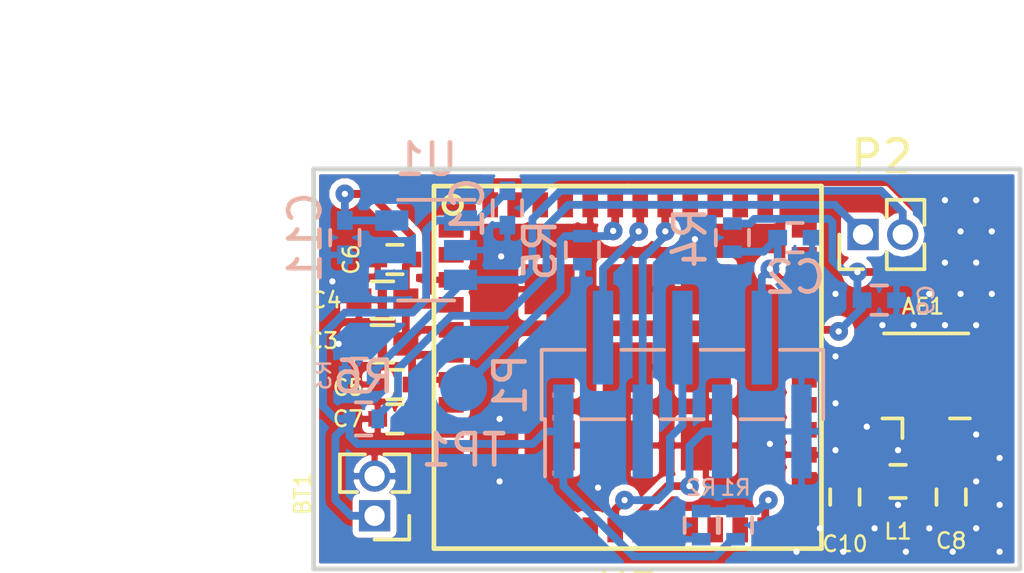
<source format=kicad_pcb>
(kicad_pcb (version 4) (host pcbnew 4.0.5)

  (general
    (links 0)
    (no_connects 0)
    (area 139.724999 84.924999 162.475001 97.875001)
    (thickness 1.6)
    (drawings 10)
    (tracks 160)
    (zones 0)
    (modules 66)
    (nets 15)
  )

  (page A4)
  (layers
    (0 F.Cu signal)
    (31 B.Cu signal)
    (32 B.Adhes user hide)
    (33 F.Adhes user hide)
    (34 B.Paste user hide)
    (35 F.Paste user hide)
    (36 B.SilkS user hide)
    (37 F.SilkS user hide)
    (38 B.Mask user hide)
    (39 F.Mask user hide)
    (40 Dwgs.User user)
    (41 Cmts.User user)
    (42 Eco1.User user)
    (43 Eco2.User user)
    (44 Edge.Cuts user)
    (45 Margin user)
    (46 B.CrtYd user)
    (47 F.CrtYd user hide)
    (48 B.Fab user hide)
    (49 F.Fab user hide)
  )

  (setup
    (last_trace_width 0.25)
    (user_trace_width 0.3)
    (user_trace_width 0.35)
    (user_trace_width 0.4)
    (user_trace_width 0.45)
    (user_trace_width 0.5)
    (trace_clearance 0.2)
    (zone_clearance 0.508)
    (zone_45_only no)
    (trace_min 0.2)
    (segment_width 0.2)
    (edge_width 0.15)
    (via_size 0.6)
    (via_drill 0.4)
    (via_min_size 0.4)
    (via_min_drill 0.2)
    (user_via 0.6 0.2)
    (user_via 0.8 0.4)
    (uvia_size 0.3)
    (uvia_drill 0.1)
    (uvias_allowed no)
    (uvia_min_size 0.2)
    (uvia_min_drill 0.1)
    (pcb_text_width 0.3)
    (pcb_text_size 1.5 1.5)
    (mod_edge_width 0.1)
    (mod_text_size 0.5 0.5)
    (mod_text_width 0.1)
    (pad_size 0.6 0.6)
    (pad_drill 0.2)
    (pad_to_mask_clearance 0.2)
    (aux_axis_origin 0 0)
    (visible_elements 7FFFFF7F)
    (pcbplotparams
      (layerselection 0x00030_80000001)
      (usegerberextensions false)
      (excludeedgelayer true)
      (linewidth 0.100000)
      (plotframeref false)
      (viasonmask false)
      (mode 1)
      (useauxorigin false)
      (hpglpennumber 1)
      (hpglpenspeed 20)
      (hpglpendiameter 15)
      (hpglpenoverlay 2)
      (psnegative false)
      (psa4output false)
      (plotreference true)
      (plotvalue true)
      (plotinvisibletext false)
      (padsonsilk false)
      (subtractmaskfromsilk false)
      (outputformat 1)
      (mirror false)
      (drillshape 1)
      (scaleselection 1)
      (outputdirectory ""))
  )

  (net 0 "")
  (net 1 VBat)
  (net 2 Earth)
  (net 3 MCU_RST)
  (net 4 +3V3)
  (net 5 VBat_Measure)
  (net 6 "Net-(AE1-Pad1)")
  (net 7 SWDIO)
  (net 8 SWCLK)
  (net 9 Uart_RX)
  (net 10 Uart_TX)
  (net 11 "Net-(R5-Pad1)")
  (net 12 "Net-(C10-Pad1)")
  (net 13 "Net-(P2-Pad1)")
  (net 14 "Net-(P2-Pad2)")

  (net_class Default "This is the default net class."
    (clearance 0.2)
    (trace_width 0.25)
    (via_dia 0.6)
    (via_drill 0.4)
    (uvia_dia 0.3)
    (uvia_drill 0.1)
    (add_net +3V3)
    (add_net Earth)
    (add_net MCU_RST)
    (add_net "Net-(AE1-Pad1)")
    (add_net "Net-(C10-Pad1)")
    (add_net "Net-(P2-Pad1)")
    (add_net "Net-(P2-Pad2)")
    (add_net "Net-(R5-Pad1)")
    (add_net SWCLK)
    (add_net SWDIO)
    (add_net Uart_RX)
    (add_net Uart_TX)
    (add_net VBat)
    (add_net VBat_Measure)
  )

  (module Footprint:Via0,6 (layer F.Cu) (tedit 5AF2E173) (tstamp 5AF4517E)
    (at 145.75 95)
    (fp_text reference REF** (at 0 1.651) (layer F.SilkS) hide
      (effects (font (size 1 1) (thickness 0.15)))
    )
    (fp_text value "Via 0,6 0,2" (at 0 -2.159) (layer F.Fab) hide
      (effects (font (size 1 1) (thickness 0.15)))
    )
    (pad 1 thru_hole circle (at 0 0) (size 0.6 0.6) (drill 0.2) (layers *.Cu)
      (net 2 Earth) (zone_connect 2))
  )

  (module Footprint:Via0,6 (layer F.Cu) (tedit 5AF2E173) (tstamp 5AF45136)
    (at 145.75 93)
    (fp_text reference REF** (at 0 1.651) (layer F.SilkS) hide
      (effects (font (size 1 1) (thickness 0.15)))
    )
    (fp_text value "Via 0,6 0,2" (at 0 -2.159) (layer F.Fab) hide
      (effects (font (size 1 1) (thickness 0.15)))
    )
    (pad 1 thru_hole circle (at 0 0) (size 0.6 0.6) (drill 0.2) (layers *.Cu)
      (net 2 Earth) (zone_connect 2))
  )

  (module Footprint:Via0,6 (layer F.Cu) (tedit 5AF32AC3) (tstamp 5AF45128)
    (at 152 87.25)
    (fp_text reference REF** (at 0 1.651) (layer F.SilkS) hide
      (effects (font (size 1 1) (thickness 0.15)))
    )
    (fp_text value "Via 0,6 0,2" (at 0 -2.159) (layer F.Fab) hide
      (effects (font (size 1 1) (thickness 0.15)))
    )
    (pad 1 thru_hole circle (at 0 0) (size 0.6 0.6) (drill 0.2) (layers *.Cu)
      (net 2 Earth) (zone_connect 2))
  )

  (module Footprint:Via0,6 (layer F.Cu) (tedit 5AF32AC3) (tstamp 5AF45108)
    (at 156.5 89)
    (fp_text reference REF** (at 0 1.651) (layer F.SilkS) hide
      (effects (font (size 1 1) (thickness 0.15)))
    )
    (fp_text value "Via 0,6 0,2" (at 0 -2.159) (layer F.Fab) hide
      (effects (font (size 1 1) (thickness 0.15)))
    )
    (pad 1 thru_hole circle (at 0 0) (size 0.6 0.6) (drill 0.2) (layers *.Cu)
      (net 2 Earth) (zone_connect 2))
  )

  (module Footprint:Via0,6 (layer F.Cu) (tedit 5AF32AC3) (tstamp 5AF450FD)
    (at 158.5 94)
    (fp_text reference REF** (at 0 1.651) (layer F.SilkS) hide
      (effects (font (size 1 1) (thickness 0.15)))
    )
    (fp_text value "Via 0,6 0,2" (at 0 -2.159) (layer F.Fab) hide
      (effects (font (size 1 1) (thickness 0.15)))
    )
    (pad 1 thru_hole circle (at 0 0) (size 0.6 0.6) (drill 0.2) (layers *.Cu)
      (net 2 Earth) (zone_connect 2))
  )

  (module Footprint:Via0,6 (layer F.Cu) (tedit 5AF32AC3) (tstamp 5AF450E4)
    (at 155.25 97.25)
    (fp_text reference REF** (at 0 1.651) (layer F.SilkS) hide
      (effects (font (size 1 1) (thickness 0.15)))
    )
    (fp_text value "Via 0,6 0,2" (at 0 -2.159) (layer F.Fab) hide
      (effects (font (size 1 1) (thickness 0.15)))
    )
    (pad 1 thru_hole circle (at 0 0) (size 0.6 0.6) (drill 0.2) (layers *.Cu)
      (net 2 Earth) (zone_connect 2))
  )

  (module Footprint:Via0,6 (layer F.Cu) (tedit 5AF32AC3) (tstamp 5AF450E0)
    (at 156 96.5)
    (fp_text reference REF** (at 0 1.651) (layer F.SilkS) hide
      (effects (font (size 1 1) (thickness 0.15)))
    )
    (fp_text value "Via 0,6 0,2" (at 0 -2.159) (layer F.Fab) hide
      (effects (font (size 1 1) (thickness 0.15)))
    )
    (pad 1 thru_hole circle (at 0 0) (size 0.6 0.6) (drill 0.2) (layers *.Cu)
      (net 2 Earth) (zone_connect 2))
  )

  (module Footprint:Via0,6 (layer F.Cu) (tedit 5AF32AC3) (tstamp 5AF450DC)
    (at 156.75 97.25)
    (fp_text reference REF** (at 0 1.651) (layer F.SilkS) hide
      (effects (font (size 1 1) (thickness 0.15)))
    )
    (fp_text value "Via 0,6 0,2" (at 0 -2.159) (layer F.Fab) hide
      (effects (font (size 1 1) (thickness 0.15)))
    )
    (pad 1 thru_hole circle (at 0 0) (size 0.6 0.6) (drill 0.2) (layers *.Cu)
      (net 2 Earth) (zone_connect 2))
  )

  (module Footprint:Via0,6 (layer F.Cu) (tedit 5AF32AC3) (tstamp 5AF450D8)
    (at 157.75 96.5)
    (fp_text reference REF** (at 0 1.651) (layer F.SilkS) hide
      (effects (font (size 1 1) (thickness 0.15)))
    )
    (fp_text value "Via 0,6 0,2" (at 0 -2.159) (layer F.Fab) hide
      (effects (font (size 1 1) (thickness 0.15)))
    )
    (pad 1 thru_hole circle (at 0 0) (size 0.6 0.6) (drill 0.2) (layers *.Cu)
      (net 2 Earth) (zone_connect 2))
  )

  (module Footprint:Via0,6 (layer F.Cu) (tedit 5AF32AC3) (tstamp 5AF450CF)
    (at 158.75 97.25)
    (fp_text reference REF** (at 0 1.651) (layer F.SilkS) hide
      (effects (font (size 1 1) (thickness 0.15)))
    )
    (fp_text value "Via 0,6 0,2" (at 0 -2.159) (layer F.Fab) hide
      (effects (font (size 1 1) (thickness 0.15)))
    )
    (pad 1 thru_hole circle (at 0 0) (size 0.6 0.6) (drill 0.2) (layers *.Cu)
      (net 2 Earth) (zone_connect 2))
  )

  (module Footprint:Via0,6 (layer F.Cu) (tedit 5AF32AC3) (tstamp 5AF450CB)
    (at 158.5 95.75)
    (fp_text reference REF** (at 0 1.651) (layer F.SilkS) hide
      (effects (font (size 1 1) (thickness 0.15)))
    )
    (fp_text value "Via 0,6 0,2" (at 0 -2.159) (layer F.Fab) hide
      (effects (font (size 1 1) (thickness 0.15)))
    )
    (pad 1 thru_hole circle (at 0 0) (size 0.6 0.6) (drill 0.2) (layers *.Cu)
      (net 2 Earth) (zone_connect 2))
  )

  (module Footprint:Via0,6 (layer F.Cu) (tedit 5AF32AC3) (tstamp 5AF450C7)
    (at 159.5 96.5)
    (fp_text reference REF** (at 0 1.651) (layer F.SilkS) hide
      (effects (font (size 1 1) (thickness 0.15)))
    )
    (fp_text value "Via 0,6 0,2" (at 0 -2.159) (layer F.Fab) hide
      (effects (font (size 1 1) (thickness 0.15)))
    )
    (pad 1 thru_hole circle (at 0 0) (size 0.6 0.6) (drill 0.2) (layers *.Cu)
      (net 2 Earth) (zone_connect 2))
  )

  (module Footprint:Via0,6 (layer F.Cu) (tedit 5AF32AC3) (tstamp 5AF450C3)
    (at 160.25 97.25)
    (fp_text reference REF** (at 0 1.651) (layer F.SilkS) hide
      (effects (font (size 1 1) (thickness 0.15)))
    )
    (fp_text value "Via 0,6 0,2" (at 0 -2.159) (layer F.Fab) hide
      (effects (font (size 1 1) (thickness 0.15)))
    )
    (pad 1 thru_hole circle (at 0 0) (size 0.6 0.6) (drill 0.2) (layers *.Cu)
      (net 2 Earth) (zone_connect 2))
  )

  (module Footprint:Via0,6 (layer F.Cu) (tedit 5AF32AC3) (tstamp 5AF450BF)
    (at 161.75 97.25)
    (fp_text reference REF** (at 0 1.651) (layer F.SilkS) hide
      (effects (font (size 1 1) (thickness 0.15)))
    )
    (fp_text value "Via 0,6 0,2" (at 0 -2.159) (layer F.Fab) hide
      (effects (font (size 1 1) (thickness 0.15)))
    )
    (pad 1 thru_hole circle (at 0 0) (size 0.6 0.6) (drill 0.2) (layers *.Cu)
      (net 2 Earth) (zone_connect 2))
  )

  (module Footprint:Via0,6 (layer F.Cu) (tedit 5AF32AC3) (tstamp 5AF450BB)
    (at 161 96.5)
    (fp_text reference REF** (at 0 1.651) (layer F.SilkS) hide
      (effects (font (size 1 1) (thickness 0.15)))
    )
    (fp_text value "Via 0,6 0,2" (at 0 -2.159) (layer F.Fab) hide
      (effects (font (size 1 1) (thickness 0.15)))
    )
    (pad 1 thru_hole circle (at 0 0) (size 0.6 0.6) (drill 0.2) (layers *.Cu)
      (net 2 Earth) (zone_connect 2))
  )

  (module Footprint:Via0,6 (layer F.Cu) (tedit 5AF32AC3) (tstamp 5AF450B7)
    (at 161.75 95.75)
    (fp_text reference REF** (at 0 1.651) (layer F.SilkS) hide
      (effects (font (size 1 1) (thickness 0.15)))
    )
    (fp_text value "Via 0,6 0,2" (at 0 -2.159) (layer F.Fab) hide
      (effects (font (size 1 1) (thickness 0.15)))
    )
    (pad 1 thru_hole circle (at 0 0) (size 0.6 0.6) (drill 0.2) (layers *.Cu)
      (net 2 Earth) (zone_connect 2))
  )

  (module Footprint:Via0,6 (layer F.Cu) (tedit 5AF32AC3) (tstamp 5AF450B3)
    (at 161 95)
    (fp_text reference REF** (at 0 1.651) (layer F.SilkS) hide
      (effects (font (size 1 1) (thickness 0.15)))
    )
    (fp_text value "Via 0,6 0,2" (at 0 -2.159) (layer F.Fab) hide
      (effects (font (size 1 1) (thickness 0.15)))
    )
    (pad 1 thru_hole circle (at 0 0) (size 0.6 0.6) (drill 0.2) (layers *.Cu)
      (net 2 Earth) (zone_connect 2))
  )

  (module Footprint:Via0,6 (layer F.Cu) (tedit 5AF32AC3) (tstamp 5AF4509B)
    (at 156.5 91)
    (fp_text reference REF** (at 0 1.651) (layer F.SilkS) hide
      (effects (font (size 1 1) (thickness 0.15)))
    )
    (fp_text value "Via 0,6 0,2" (at 0 -2.159) (layer F.Fab) hide
      (effects (font (size 1 1) (thickness 0.15)))
    )
    (pad 1 thru_hole circle (at 0 0) (size 0.6 0.6) (drill 0.2) (layers *.Cu)
      (net 2 Earth) (zone_connect 2))
  )

  (module Footprint:Via0,6 (layer F.Cu) (tedit 5AF32AC3) (tstamp 5AF45097)
    (at 156.5 92.5)
    (fp_text reference REF** (at 0 1.651) (layer F.SilkS) hide
      (effects (font (size 1 1) (thickness 0.15)))
    )
    (fp_text value "Via 0,6 0,2" (at 0 -2.159) (layer F.Fab) hide
      (effects (font (size 1 1) (thickness 0.15)))
    )
    (pad 1 thru_hole circle (at 0 0) (size 0.6 0.6) (drill 0.2) (layers *.Cu)
      (net 2 Earth) (zone_connect 2))
  )

  (module Footprint:Via0,6 (layer F.Cu) (tedit 5AF32AC3) (tstamp 5AF45093)
    (at 161.75 94.25)
    (fp_text reference REF** (at 0 1.651) (layer F.SilkS) hide
      (effects (font (size 1 1) (thickness 0.15)))
    )
    (fp_text value "Via 0,6 0,2" (at 0 -2.159) (layer F.Fab) hide
      (effects (font (size 1 1) (thickness 0.15)))
    )
    (pad 1 thru_hole circle (at 0 0) (size 0.6 0.6) (drill 0.2) (layers *.Cu)
      (net 2 Earth) (zone_connect 2))
  )

  (module Footprint:Via0,6 (layer F.Cu) (tedit 5AF32AC3) (tstamp 5AF4508F)
    (at 160 86)
    (fp_text reference REF** (at 0 1.651) (layer F.SilkS) hide
      (effects (font (size 1 1) (thickness 0.15)))
    )
    (fp_text value "Via 0,6 0,2" (at 0 -2.159) (layer F.Fab) hide
      (effects (font (size 1 1) (thickness 0.15)))
    )
    (pad 1 thru_hole circle (at 0 0) (size 0.6 0.6) (drill 0.2) (layers *.Cu)
      (net 2 Earth) (zone_connect 2))
  )

  (module Footprint:Via0,6 (layer F.Cu) (tedit 5AF32AC3) (tstamp 5AF4508B)
    (at 161 86)
    (fp_text reference REF** (at 0 1.651) (layer F.SilkS) hide
      (effects (font (size 1 1) (thickness 0.15)))
    )
    (fp_text value "Via 0,6 0,2" (at 0 -2.159) (layer F.Fab) hide
      (effects (font (size 1 1) (thickness 0.15)))
    )
    (pad 1 thru_hole circle (at 0 0) (size 0.6 0.6) (drill 0.2) (layers *.Cu)
      (net 2 Earth) (zone_connect 2))
  )

  (module Footprint:Via0,6 (layer F.Cu) (tedit 5AF32AC3) (tstamp 5AF45087)
    (at 161.5 87)
    (fp_text reference REF** (at 0 1.651) (layer F.SilkS) hide
      (effects (font (size 1 1) (thickness 0.15)))
    )
    (fp_text value "Via 0,6 0,2" (at 0 -2.159) (layer F.Fab) hide
      (effects (font (size 1 1) (thickness 0.15)))
    )
    (pad 1 thru_hole circle (at 0 0) (size 0.6 0.6) (drill 0.2) (layers *.Cu)
      (net 2 Earth) (zone_connect 2))
  )

  (module Footprint:Via0,6 (layer F.Cu) (tedit 5AF32AC3) (tstamp 5AF45083)
    (at 160.5 87)
    (fp_text reference REF** (at 0 1.651) (layer F.SilkS) hide
      (effects (font (size 1 1) (thickness 0.15)))
    )
    (fp_text value "Via 0,6 0,2" (at 0 -2.159) (layer F.Fab) hide
      (effects (font (size 1 1) (thickness 0.15)))
    )
    (pad 1 thru_hole circle (at 0 0) (size 0.6 0.6) (drill 0.2) (layers *.Cu)
      (net 2 Earth) (zone_connect 2))
  )

  (module Footprint:Via0,6 (layer F.Cu) (tedit 5AF32AC3) (tstamp 5AF4507F)
    (at 160 88)
    (fp_text reference REF** (at 0 1.651) (layer F.SilkS) hide
      (effects (font (size 1 1) (thickness 0.15)))
    )
    (fp_text value "Via 0,6 0,2" (at 0 -2.159) (layer F.Fab) hide
      (effects (font (size 1 1) (thickness 0.15)))
    )
    (pad 1 thru_hole circle (at 0 0) (size 0.6 0.6) (drill 0.2) (layers *.Cu)
      (net 2 Earth) (zone_connect 2))
  )

  (module Footprint:Via0,6 (layer F.Cu) (tedit 5AF32AC3) (tstamp 5AF4507B)
    (at 161 88)
    (fp_text reference REF** (at 0 1.651) (layer F.SilkS) hide
      (effects (font (size 1 1) (thickness 0.15)))
    )
    (fp_text value "Via 0,6 0,2" (at 0 -2.159) (layer F.Fab) hide
      (effects (font (size 1 1) (thickness 0.15)))
    )
    (pad 1 thru_hole circle (at 0 0) (size 0.6 0.6) (drill 0.2) (layers *.Cu)
      (net 2 Earth) (zone_connect 2))
  )

  (module Footprint:Via0,6 (layer F.Cu) (tedit 5AF32AC3) (tstamp 5AF45077)
    (at 161.5 89)
    (fp_text reference REF** (at 0 1.651) (layer F.SilkS) hide
      (effects (font (size 1 1) (thickness 0.15)))
    )
    (fp_text value "Via 0,6 0,2" (at 0 -2.159) (layer F.Fab) hide
      (effects (font (size 1 1) (thickness 0.15)))
    )
    (pad 1 thru_hole circle (at 0 0) (size 0.6 0.6) (drill 0.2) (layers *.Cu)
      (net 2 Earth) (zone_connect 2))
  )

  (module Footprint:Via0,6 (layer F.Cu) (tedit 5AF32AC3) (tstamp 5AF45073)
    (at 160.5 89)
    (fp_text reference REF** (at 0 1.651) (layer F.SilkS) hide
      (effects (font (size 1 1) (thickness 0.15)))
    )
    (fp_text value "Via 0,6 0,2" (at 0 -2.159) (layer F.Fab) hide
      (effects (font (size 1 1) (thickness 0.15)))
    )
    (pad 1 thru_hole circle (at 0 0) (size 0.6 0.6) (drill 0.2) (layers *.Cu)
      (net 2 Earth) (zone_connect 2))
  )

  (module Footprint:Via0,6 (layer F.Cu) (tedit 5AF32AC3) (tstamp 5AF4506F)
    (at 159.5 89)
    (fp_text reference REF** (at 0 1.651) (layer F.SilkS) hide
      (effects (font (size 1 1) (thickness 0.15)))
    )
    (fp_text value "Via 0,6 0,2" (at 0 -2.159) (layer F.Fab) hide
      (effects (font (size 1 1) (thickness 0.15)))
    )
    (pad 1 thru_hole circle (at 0 0) (size 0.6 0.6) (drill 0.2) (layers *.Cu)
      (net 2 Earth) (zone_connect 2))
  )

  (module Footprint:Via0,6 (layer F.Cu) (tedit 5AF32AC3) (tstamp 5AF4506B)
    (at 161 93.5)
    (fp_text reference REF** (at 0 1.651) (layer F.SilkS) hide
      (effects (font (size 1 1) (thickness 0.15)))
    )
    (fp_text value "Via 0,6 0,2" (at 0 -2.159) (layer F.Fab) hide
      (effects (font (size 1 1) (thickness 0.15)))
    )
    (pad 1 thru_hole circle (at 0 0) (size 0.6 0.6) (drill 0.2) (layers *.Cu)
      (net 2 Earth) (zone_connect 2))
  )

  (module Footprint:Via0,6 (layer F.Cu) (tedit 5AF32AC3) (tstamp 5AF45067)
    (at 157.5 93.25)
    (fp_text reference REF** (at 0 1.651) (layer F.SilkS) hide
      (effects (font (size 1 1) (thickness 0.15)))
    )
    (fp_text value "Via 0,6 0,2" (at 0 -2.159) (layer F.Fab) hide
      (effects (font (size 1 1) (thickness 0.15)))
    )
    (pad 1 thru_hole circle (at 0 0) (size 0.6 0.6) (drill 0.2) (layers *.Cu)
      (net 2 Earth) (zone_connect 2))
  )

  (module Footprint:Via0,6 (layer F.Cu) (tedit 5AF32AC3) (tstamp 5AF45063)
    (at 156.5 94)
    (fp_text reference REF** (at 0 1.651) (layer F.SilkS) hide
      (effects (font (size 1 1) (thickness 0.15)))
    )
    (fp_text value "Via 0,6 0,2" (at 0 -2.159) (layer F.Fab) hide
      (effects (font (size 1 1) (thickness 0.15)))
    )
    (pad 1 thru_hole circle (at 0 0) (size 0.6 0.6) (drill 0.2) (layers *.Cu)
      (net 2 Earth) (zone_connect 2))
  )

  (module Footprint:Via0,6 (layer F.Cu) (tedit 5AF32AC3) (tstamp 5AF4505F)
    (at 161 90)
    (fp_text reference REF** (at 0 1.651) (layer F.SilkS) hide
      (effects (font (size 1 1) (thickness 0.15)))
    )
    (fp_text value "Via 0,6 0,2" (at 0 -2.159) (layer F.Fab) hide
      (effects (font (size 1 1) (thickness 0.15)))
    )
    (pad 1 thru_hole circle (at 0 0) (size 0.6 0.6) (drill 0.2) (layers *.Cu)
      (net 2 Earth) (zone_connect 2))
  )

  (module Footprint:Via0,6 (layer F.Cu) (tedit 5AF32AC3) (tstamp 5AF4505B)
    (at 160 90)
    (fp_text reference REF** (at 0 1.651) (layer F.SilkS) hide
      (effects (font (size 1 1) (thickness 0.15)))
    )
    (fp_text value "Via 0,6 0,2" (at 0 -2.159) (layer F.Fab) hide
      (effects (font (size 1 1) (thickness 0.15)))
    )
    (pad 1 thru_hole circle (at 0 0) (size 0.6 0.6) (drill 0.2) (layers *.Cu)
      (net 2 Earth) (zone_connect 2))
  )

  (module Footprint:Via0,6 (layer F.Cu) (tedit 5AF32AC3) (tstamp 5AF45029)
    (at 159 90)
    (fp_text reference REF** (at 0 1.651) (layer F.SilkS) hide
      (effects (font (size 1 1) (thickness 0.15)))
    )
    (fp_text value "Via 0,6 0,2" (at 0 -2.159) (layer F.Fab) hide
      (effects (font (size 1 1) (thickness 0.15)))
    )
    (pad 1 thru_hole circle (at 0 0) (size 0.6 0.6) (drill 0.2) (layers *.Cu)
      (net 2 Earth) (zone_connect 2))
  )

  (module Resistors_SMD:R_0402 (layer B.Cu) (tedit 5AE868B8) (tstamp 5AD7427A)
    (at 141.25 91.6)
    (descr "Resistor SMD 0402, reflow soldering, Vishay (see dcrcw.pdf)")
    (tags "resistor 0402")
    (path /5AE86CF1)
    (attr smd)
    (fp_text reference R3 (at -1.15 0 270) (layer B.SilkS)
      (effects (font (size 0.5 0.5) (thickness 0.08)) (justify mirror))
    )
    (fp_text value 1M (at 0 -1.45) (layer B.Fab)
      (effects (font (size 1 1) (thickness 0.15)) (justify mirror))
    )
    (fp_text user %R (at 0 1.35) (layer B.Fab)
      (effects (font (size 1 1) (thickness 0.15)) (justify mirror))
    )
    (fp_line (start -0.5 -0.25) (end -0.5 0.25) (layer B.Fab) (width 0.1))
    (fp_line (start 0.5 -0.25) (end -0.5 -0.25) (layer B.Fab) (width 0.1))
    (fp_line (start 0.5 0.25) (end 0.5 -0.25) (layer B.Fab) (width 0.1))
    (fp_line (start -0.5 0.25) (end 0.5 0.25) (layer B.Fab) (width 0.1))
    (fp_line (start 0.25 0.53) (end -0.25 0.53) (layer B.SilkS) (width 0.12))
    (fp_line (start -0.25 -0.53) (end 0.25 -0.53) (layer B.SilkS) (width 0.12))
    (fp_line (start -0.8 0.45) (end 0.8 0.45) (layer B.CrtYd) (width 0.05))
    (fp_line (start -0.8 0.45) (end -0.8 -0.45) (layer B.CrtYd) (width 0.05))
    (fp_line (start 0.8 -0.45) (end 0.8 0.45) (layer B.CrtYd) (width 0.05))
    (fp_line (start 0.8 -0.45) (end -0.8 -0.45) (layer B.CrtYd) (width 0.05))
    (pad 1 smd rect (at -0.45 0) (size 0.4 0.6) (layers B.Cu B.Paste B.Mask)
      (net 2 Earth))
    (pad 2 smd rect (at 0.45 0) (size 0.4 0.6) (layers B.Cu B.Paste B.Mask)
      (net 14 "Net-(P2-Pad2)"))
    (model ${KISYS3DMOD}/Resistors_SMD.3dshapes/R_0402.wrl
      (at (xyz 0 0 0))
      (scale (xyz 1 1 1))
      (rotate (xyz 0 0 0))
    )
  )

  (module Footprint:Murata_SP-ABZ-G (layer F.Cu) (tedit 592B2D31) (tstamp 5AEC5024)
    (at 149.85 91.35)
    (path /5AE85422)
    (fp_text reference U2 (at 0 7.05) (layer F.SilkS)
      (effects (font (size 1 1) (thickness 0.15)))
    )
    (fp_text value SP-ABZ-G (at 0 -7.1) (layer F.Fab)
      (effects (font (size 1 1) (thickness 0.15)))
    )
    (fp_circle (center -5.6 -5.2) (end -5.4 -5) (layer F.SilkS) (width 0.15))
    (fp_line (start 0 -5.8) (end -6.2 -5.8) (layer F.SilkS) (width 0.15))
    (fp_line (start -6.2 -5.8) (end -6.2 5.8) (layer F.SilkS) (width 0.15))
    (fp_line (start -6.2 5.8) (end 6.2 5.8) (layer F.SilkS) (width 0.15))
    (fp_line (start 6.2 5.8) (end 6.2 -5.8) (layer F.SilkS) (width 0.15))
    (fp_line (start 6.2 -5.8) (end 0 -5.8) (layer F.SilkS) (width 0.15))
    (pad 39 smd rect (at 2.8 -5.2) (size 0.5 0.8) (layers F.Cu F.Paste F.Mask))
    (pad 36 smd rect (at 5.65 -4.4 90) (size 0.5 0.8) (layers F.Cu F.Paste F.Mask))
    (pad 35 smd rect (at 5.65 -3.6 90) (size 0.5 0.8) (layers F.Cu F.Paste F.Mask))
    (pad 34 smd rect (at 5.65 -2.8 90) (size 0.5 0.8) (layers F.Cu F.Paste F.Mask)
      (net 3 MCU_RST))
    (pad 33 smd rect (at 5.65 -2 90) (size 0.5 0.8) (layers F.Cu F.Paste F.Mask))
    (pad 32 smd rect (at 5.65 -1.2 90) (size 0.5 0.8) (layers F.Cu F.Paste F.Mask)
      (net 4 +3V3))
    (pad 25 smd rect (at 5.65 4.4 90) (size 0.5 0.8) (layers F.Cu F.Paste F.Mask)
      (net 2 Earth))
    (pad 26 smd rect (at 5.65 3.6 90) (size 0.5 0.8) (layers F.Cu F.Paste F.Mask)
      (net 12 "Net-(C10-Pad1)"))
    (pad 27 smd rect (at 5.65 2.8 90) (size 0.5 0.8) (layers F.Cu F.Paste F.Mask)
      (net 2 Earth))
    (pad 28 smd rect (at 5.65 2 90) (size 0.5 0.8) (layers F.Cu F.Paste F.Mask))
    (pad 29 smd rect (at 5.65 1.2 90) (size 0.5 0.8) (layers F.Cu F.Paste F.Mask))
    (pad 30 smd rect (at 5.65 0.4 90) (size 0.5 0.8) (layers F.Cu F.Paste F.Mask))
    (pad 31 smd rect (at 5.65 -0.4 90) (size 0.5 0.8) (layers F.Cu F.Paste F.Mask))
    (pad 12 smd rect (at -5.65 4.4 90) (size 0.5 0.8) (layers F.Cu F.Paste F.Mask))
    (pad 11 smd rect (at -5.65 3.6 90) (size 0.5 0.8) (layers F.Cu F.Paste F.Mask))
    (pad 10 smd rect (at -5.65 2.8 90) (size 0.5 0.8) (layers F.Cu F.Paste F.Mask))
    (pad 9 smd rect (at -5.65 2 90) (size 0.5 0.8) (layers F.Cu F.Paste F.Mask))
    (pad 8 smd rect (at -5.65 1.2 90) (size 0.5 0.8) (layers F.Cu F.Paste F.Mask))
    (pad 1 smd rect (at -5.65 -4.4 90) (size 0.5 0.8) (layers F.Cu F.Paste F.Mask))
    (pad 2 smd rect (at -5.65 -3.6 90) (size 0.5 0.8) (layers F.Cu F.Paste F.Mask))
    (pad 3 smd rect (at -5.65 -2.8 90) (size 0.5 0.8) (layers F.Cu F.Paste F.Mask)
      (net 2 Earth))
    (pad 4 smd rect (at -5.65 -2 90) (size 0.5 0.8) (layers F.Cu F.Paste F.Mask)
      (net 4 +3V3))
    (pad 5 smd rect (at -5.65 -1.2 90) (size 0.5 0.8) (layers F.Cu F.Paste F.Mask)
      (net 4 +3V3))
    (pad 7 smd rect (at -5.65 0.4 90) (size 0.5 0.8) (layers F.Cu F.Paste F.Mask)
      (net 2 Earth))
    (pad 6 smd rect (at -5.65 -0.4 90) (size 0.5 0.8) (layers F.Cu F.Paste F.Mask)
      (net 4 +3V3))
    (pad 37 smd rect (at 4.4 -5.2) (size 0.5 0.8) (layers F.Cu F.Paste F.Mask))
    (pad 38 smd rect (at 3.6 -5.2) (size 0.5 0.8) (layers F.Cu F.Paste F.Mask))
    (pad 40 smd rect (at 2 -5.2) (size 0.5 0.8) (layers F.Cu F.Paste F.Mask))
    (pad 41 smd rect (at 1.2 -5.2) (size 0.5 0.8) (layers F.Cu F.Paste F.Mask)
      (net 7 SWDIO))
    (pad 42 smd rect (at 0.4 -5.2) (size 0.5 0.8) (layers F.Cu F.Paste F.Mask)
      (net 8 SWCLK))
    (pad 43 smd rect (at -0.4 -5.2) (size 0.5 0.8) (layers F.Cu F.Paste F.Mask)
      (net 11 "Net-(R5-Pad1)"))
    (pad 44 smd rect (at -1.2 -5.2) (size 0.5 0.8) (layers F.Cu F.Paste F.Mask)
      (net 2 Earth))
    (pad 45 smd rect (at -2 -5.2) (size 0.5 0.8) (layers F.Cu F.Paste F.Mask))
    (pad 46 smd rect (at -2.8 -5.2) (size 0.5 0.8) (layers F.Cu F.Paste F.Mask))
    (pad 47 smd rect (at -3.6 -5.2) (size 0.5 0.8) (layers F.Cu F.Paste F.Mask))
    (pad 48 smd rect (at -4.4 -5.2) (size 0.5 0.8) (layers F.Cu F.Paste F.Mask)
      (net 4 +3V3))
    (pad 23 smd rect (at 3.6 5.2) (size 0.5 0.8) (layers F.Cu F.Paste F.Mask))
    (pad 22 smd rect (at 2.8 5.2) (size 0.5 0.8) (layers F.Cu F.Paste F.Mask))
    (pad 21 smd rect (at 2 5.2) (size 0.5 0.8) (layers F.Cu F.Paste F.Mask))
    (pad 20 smd rect (at 1.2 5.2) (size 0.5 0.8) (layers F.Cu F.Paste F.Mask))
    (pad 24 smd rect (at 4.4 5.2) (size 0.5 0.8) (layers F.Cu F.Paste F.Mask)
      (net 5 VBat_Measure))
    (pad 13 smd rect (at -4.4 5.2) (size 0.5 0.8) (layers F.Cu F.Paste F.Mask))
    (pad 14 smd rect (at -3.6 5.2) (size 0.5 0.8) (layers F.Cu F.Paste F.Mask))
    (pad 15 smd rect (at -2.8 5.2) (size 0.5 0.8) (layers F.Cu F.Paste F.Mask))
    (pad 16 smd rect (at -2 5.2) (size 0.5 0.8) (layers F.Cu F.Paste F.Mask))
    (pad 17 smd rect (at -1.2 5.2) (size 0.5 0.8) (layers F.Cu F.Paste F.Mask))
    (pad 18 smd rect (at -0.4 5.2) (size 0.5 0.8) (layers F.Cu F.Paste F.Mask)
      (net 9 Uart_RX))
    (pad 49 smd rect (at -2.5 -2.5) (size 1.6 1.6) (layers F.Cu F.Paste F.Mask)
      (net 2 Earth))
    (pad 51 smd rect (at 2.5 -2.5) (size 1.6 1.6) (layers F.Cu F.Paste F.Mask)
      (net 2 Earth))
    (pad 50 smd rect (at 0 -2.5) (size 1.6 1.6) (layers F.Cu F.Paste F.Mask)
      (net 2 Earth))
    (pad 57 smd rect (at 2.5 2.5) (size 1.6 1.6) (layers F.Cu F.Paste F.Mask)
      (net 2 Earth))
    (pad 56 smd rect (at 0 2.5) (size 1.6 1.6) (layers F.Cu F.Paste F.Mask)
      (net 2 Earth))
    (pad 55 smd rect (at -2.5 2.5) (size 1.6 1.6) (layers F.Cu F.Paste F.Mask)
      (net 2 Earth))
    (pad 54 smd rect (at 2.5 0) (size 1.6 1.6) (layers F.Cu F.Paste F.Mask)
      (net 2 Earth))
    (pad 52 smd rect (at -2.5 0) (size 1.6 1.6) (layers F.Cu F.Paste F.Mask)
      (net 2 Earth))
    (pad 53 smd rect (at 0 0) (size 1.6 1.6) (layers F.Cu F.Paste F.Mask)
      (net 2 Earth))
    (pad 19 smd rect (at 0.4 5.2) (size 0.5 0.8) (layers F.Cu F.Paste F.Mask)
      (net 10 Uart_TX))
    (model "C:/Users/Remyv/Documents/Github School/PigeonTracker_Board/Library/3D_Modules/Murata_LoRa.wrl"
      (at (xyz 0.243 -0.225 0.05))
      (scale (xyz 0.39 0.39 0.39))
      (rotate (xyz 90 0 180))
    )
  )

  (module Antenne:U.FL_Hirose_U.FL-R-SMT-1_Vertical (layer F.Cu) (tedit 5AEC33B9) (tstamp 5AD9BF21)
    (at 159.4 92.1 90)
    (descr "Hirose U.FL Coaxial https://www.hirose.com/product/en/products/U.FL/U.FL-R-SMT-1%2810%29/")
    (tags "Hirose U.FL Coaxial")
    (path /5ACD99A3)
    (attr smd)
    (fp_text reference AE1 (at 2.7 -0.1 180) (layer F.SilkS)
      (effects (font (size 0.5 0.5) (thickness 0.08)))
    )
    (fp_text value Antenna_Shield (at 0.475 3.2 90) (layer F.Fab)
      (effects (font (size 1 1) (thickness 0.15)))
    )
    (fp_text user %R (at 0.475 0 180) (layer F.Fab)
      (effects (font (size 0.6 0.6) (thickness 0.09)))
    )
    (fp_line (start -2.02 1) (end -2.02 -1) (layer F.CrtYd) (width 0.05))
    (fp_line (start -1.32 1) (end -2.02 1) (layer F.CrtYd) (width 0.05))
    (fp_line (start 2.08 1.8) (end 2.28 1.8) (layer F.CrtYd) (width 0.05))
    (fp_line (start 2.08 2.5) (end 2.08 1.8) (layer F.CrtYd) (width 0.05))
    (fp_line (start 2.28 1.8) (end 2.28 -1.8) (layer F.CrtYd) (width 0.05))
    (fp_line (start -1.32 1.8) (end -1.12 1.8) (layer F.CrtYd) (width 0.05))
    (fp_line (start -1.12 2.5) (end -1.12 1.8) (layer F.CrtYd) (width 0.05))
    (fp_line (start 2.08 2.5) (end -1.12 2.5) (layer F.CrtYd) (width 0.05))
    (fp_line (start 1.835 -1.35) (end 1.835 1.35) (layer F.SilkS) (width 0.12))
    (fp_line (start -0.885 -0.76) (end -1.515 -0.76) (layer F.SilkS) (width 0.12))
    (fp_line (start -0.885 1.4) (end -0.885 0.76) (layer F.SilkS) (width 0.12))
    (fp_line (start -0.925 -0.3) (end -1.075 -0.15) (layer F.Fab) (width 0.1))
    (fp_line (start 1.775 -1.3) (end 1.375 -1.3) (layer F.Fab) (width 0.1))
    (fp_line (start 1.375 -1.5) (end 1.375 -1.3) (layer F.Fab) (width 0.1))
    (fp_line (start -0.425 -1.5) (end 1.375 -1.5) (layer F.Fab) (width 0.1))
    (fp_line (start 1.775 -1.3) (end 1.775 1.3) (layer F.Fab) (width 0.1))
    (fp_line (start 1.775 1.3) (end 1.375 1.3) (layer F.Fab) (width 0.1))
    (fp_line (start 1.375 1.5) (end 1.375 1.3) (layer F.Fab) (width 0.1))
    (fp_line (start -0.425 1.5) (end 1.375 1.5) (layer F.Fab) (width 0.1))
    (fp_line (start -0.425 -1.3) (end -0.825 -1.3) (layer F.Fab) (width 0.1))
    (fp_line (start -0.425 -1.5) (end -0.425 -1.3) (layer F.Fab) (width 0.1))
    (fp_line (start -0.825 -0.3) (end -0.825 -1.3) (layer F.Fab) (width 0.1))
    (fp_line (start -0.925 -0.3) (end -0.825 -0.3) (layer F.Fab) (width 0.1))
    (fp_line (start -1.075 0.3) (end -1.075 -0.15) (layer F.Fab) (width 0.1))
    (fp_line (start -1.075 0.3) (end -0.825 0.3) (layer F.Fab) (width 0.1))
    (fp_line (start -0.825 0.3) (end -0.825 1.3) (layer F.Fab) (width 0.1))
    (fp_line (start -0.425 1.3) (end -0.825 1.3) (layer F.Fab) (width 0.1))
    (fp_line (start -0.425 1.5) (end -0.425 1.3) (layer F.Fab) (width 0.1))
    (fp_line (start -0.885 -1.4) (end -0.885 -0.76) (layer F.SilkS) (width 0.12))
    (fp_line (start 2.08 -1.8) (end 2.28 -1.8) (layer F.CrtYd) (width 0.05))
    (fp_line (start 2.08 -1.8) (end 2.08 -2.5) (layer F.CrtYd) (width 0.05))
    (fp_line (start -1.32 -1) (end -1.32 -1.8) (layer F.CrtYd) (width 0.05))
    (fp_line (start 2.08 -2.5) (end -1.12 -2.5) (layer F.CrtYd) (width 0.05))
    (fp_line (start -1.12 -1.8) (end -1.12 -2.5) (layer F.CrtYd) (width 0.05))
    (fp_line (start -1.32 -1.8) (end -1.12 -1.8) (layer F.CrtYd) (width 0.05))
    (fp_line (start -1.32 1.8) (end -1.32 1) (layer F.CrtYd) (width 0.05))
    (fp_line (start -1.32 -1) (end -2.02 -1) (layer F.CrtYd) (width 0.05))
    (pad 2 smd rect (at 0.475 1.475 90) (size 2.2 1.05) (layers F.Cu F.Paste F.Mask)
      (net 2 Earth))
    (pad 1 smd rect (at -1.05 0 90) (size 1.05 1) (layers F.Cu F.Paste F.Mask)
      (net 6 "Net-(AE1-Pad1)"))
    (pad 2 smd rect (at 0.475 -1.475 90) (size 2.2 1.05) (layers F.Cu F.Paste F.Mask)
      (net 2 Earth))
    (model ${KISYS3DMOD}/Connector_Coaxial.3dshapes/U.FL_Hirose_U.FL-R-SMT-1_Vertical.wrl
      (at (xyz 0.0187007874 0 0))
      (scale (xyz 1 1 1))
      (rotate (xyz 0 0 0))
    )
  )

  (module Capacitors_SMD:C_0402 (layer B.Cu) (tedit 58AA841A) (tstamp 5AD74238)
    (at 146 86.25 270)
    (descr "Capacitor SMD 0402, reflow soldering, AVX (see smccp.pdf)")
    (tags "capacitor 0402")
    (path /5ACF9595)
    (attr smd)
    (fp_text reference C1 (at 0 1.27 270) (layer B.SilkS)
      (effects (font (size 1 1) (thickness 0.15)) (justify mirror))
    )
    (fp_text value 100nF (at 0 -1.27 270) (layer B.Fab)
      (effects (font (size 1 1) (thickness 0.15)) (justify mirror))
    )
    (fp_text user %R (at 0 1.27 270) (layer B.Fab)
      (effects (font (size 1 1) (thickness 0.15)) (justify mirror))
    )
    (fp_line (start -0.5 -0.25) (end -0.5 0.25) (layer B.Fab) (width 0.1))
    (fp_line (start 0.5 -0.25) (end -0.5 -0.25) (layer B.Fab) (width 0.1))
    (fp_line (start 0.5 0.25) (end 0.5 -0.25) (layer B.Fab) (width 0.1))
    (fp_line (start -0.5 0.25) (end 0.5 0.25) (layer B.Fab) (width 0.1))
    (fp_line (start 0.25 0.47) (end -0.25 0.47) (layer B.SilkS) (width 0.12))
    (fp_line (start -0.25 -0.47) (end 0.25 -0.47) (layer B.SilkS) (width 0.12))
    (fp_line (start -1 0.4) (end 1 0.4) (layer B.CrtYd) (width 0.05))
    (fp_line (start -1 0.4) (end -1 -0.4) (layer B.CrtYd) (width 0.05))
    (fp_line (start 1 -0.4) (end 1 0.4) (layer B.CrtYd) (width 0.05))
    (fp_line (start 1 -0.4) (end -1 -0.4) (layer B.CrtYd) (width 0.05))
    (pad 1 smd rect (at -0.55 0 270) (size 0.6 0.5) (layers B.Cu B.Paste B.Mask)
      (net 1 VBat))
    (pad 2 smd rect (at 0.55 0 270) (size 0.6 0.5) (layers B.Cu B.Paste B.Mask)
      (net 2 Earth))
    (model Capacitors_SMD.3dshapes/C_0402.wrl
      (at (xyz 0 0 0))
      (scale (xyz 1 1 1))
      (rotate (xyz 0 0 0))
    )
  )

  (module Capacitors_SMD:C_0402 (layer B.Cu) (tedit 58AA841A) (tstamp 5AD7423E)
    (at 155.2 87.2)
    (descr "Capacitor SMD 0402, reflow soldering, AVX (see smccp.pdf)")
    (tags "capacitor 0402")
    (path /5AD7EC93)
    (attr smd)
    (fp_text reference C2 (at 0 1.27) (layer B.SilkS)
      (effects (font (size 1 1) (thickness 0.15)) (justify mirror))
    )
    (fp_text value 100nF (at 0 -1.27) (layer B.Fab)
      (effects (font (size 1 1) (thickness 0.15)) (justify mirror))
    )
    (fp_text user %R (at 0 1.27) (layer B.Fab)
      (effects (font (size 1 1) (thickness 0.15)) (justify mirror))
    )
    (fp_line (start -0.5 -0.25) (end -0.5 0.25) (layer B.Fab) (width 0.1))
    (fp_line (start 0.5 -0.25) (end -0.5 -0.25) (layer B.Fab) (width 0.1))
    (fp_line (start 0.5 0.25) (end 0.5 -0.25) (layer B.Fab) (width 0.1))
    (fp_line (start -0.5 0.25) (end 0.5 0.25) (layer B.Fab) (width 0.1))
    (fp_line (start 0.25 0.47) (end -0.25 0.47) (layer B.SilkS) (width 0.12))
    (fp_line (start -0.25 -0.47) (end 0.25 -0.47) (layer B.SilkS) (width 0.12))
    (fp_line (start -1 0.4) (end 1 0.4) (layer B.CrtYd) (width 0.05))
    (fp_line (start -1 0.4) (end -1 -0.4) (layer B.CrtYd) (width 0.05))
    (fp_line (start 1 -0.4) (end 1 0.4) (layer B.CrtYd) (width 0.05))
    (fp_line (start 1 -0.4) (end -1 -0.4) (layer B.CrtYd) (width 0.05))
    (pad 1 smd rect (at -0.55 0) (size 0.6 0.5) (layers B.Cu B.Paste B.Mask)
      (net 3 MCU_RST))
    (pad 2 smd rect (at 0.55 0) (size 0.6 0.5) (layers B.Cu B.Paste B.Mask)
      (net 2 Earth))
    (model Capacitors_SMD.3dshapes/C_0402.wrl
      (at (xyz 0 0 0))
      (scale (xyz 1 1 1))
      (rotate (xyz 0 0 0))
    )
  )

  (module Capacitors_SMD:C_0402 (layer F.Cu) (tedit 5AD7BAA6) (tstamp 5AD74256)
    (at 142.4 87.9 180)
    (descr "Capacitor SMD 0402, reflow soldering, AVX (see smccp.pdf)")
    (tags "capacitor 0402")
    (path /5AABFA7C)
    (attr smd)
    (fp_text reference C6 (at 1.4 0 270) (layer F.SilkS)
      (effects (font (size 0.5 0.5) (thickness 0.08)))
    )
    (fp_text value 100nF (at 0 1.27 180) (layer F.Fab)
      (effects (font (size 1 1) (thickness 0.15)))
    )
    (fp_text user %R (at 0 -1.27 180) (layer F.Fab)
      (effects (font (size 1 1) (thickness 0.15)))
    )
    (fp_line (start -0.5 0.25) (end -0.5 -0.25) (layer F.Fab) (width 0.1))
    (fp_line (start 0.5 0.25) (end -0.5 0.25) (layer F.Fab) (width 0.1))
    (fp_line (start 0.5 -0.25) (end 0.5 0.25) (layer F.Fab) (width 0.1))
    (fp_line (start -0.5 -0.25) (end 0.5 -0.25) (layer F.Fab) (width 0.1))
    (fp_line (start 0.25 -0.47) (end -0.25 -0.47) (layer F.SilkS) (width 0.12))
    (fp_line (start -0.25 0.47) (end 0.25 0.47) (layer F.SilkS) (width 0.12))
    (fp_line (start -1 -0.4) (end 1 -0.4) (layer F.CrtYd) (width 0.05))
    (fp_line (start -1 -0.4) (end -1 0.4) (layer F.CrtYd) (width 0.05))
    (fp_line (start 1 0.4) (end 1 -0.4) (layer F.CrtYd) (width 0.05))
    (fp_line (start 1 0.4) (end -1 0.4) (layer F.CrtYd) (width 0.05))
    (pad 1 smd rect (at -0.55 0 180) (size 0.6 0.5) (layers F.Cu F.Paste F.Mask)
      (net 4 +3V3))
    (pad 2 smd rect (at 0.55 0 180) (size 0.6 0.5) (layers F.Cu F.Paste F.Mask)
      (net 2 Earth))
    (model Capacitors_SMD.3dshapes/C_0402.wrl
      (at (xyz 0 0 0))
      (scale (xyz 1 1 1))
      (rotate (xyz 0 0 0))
    )
  )

  (module Capacitors_SMD:C_0402 (layer F.Cu) (tedit 5AD7BA5D) (tstamp 5AD7425C)
    (at 142.4 93 180)
    (descr "Capacitor SMD 0402, reflow soldering, AVX (see smccp.pdf)")
    (tags "capacitor 0402")
    (path /5AABF7CB)
    (attr smd)
    (fp_text reference C7 (at 1.5 0 180) (layer F.SilkS)
      (effects (font (size 0.5 0.5) (thickness 0.08)))
    )
    (fp_text value 100nF (at 0 1.27 180) (layer F.Fab)
      (effects (font (size 1 1) (thickness 0.15)))
    )
    (fp_text user %R (at 0 -1.27 180) (layer F.Fab)
      (effects (font (size 1 1) (thickness 0.15)))
    )
    (fp_line (start -0.5 0.25) (end -0.5 -0.25) (layer F.Fab) (width 0.1))
    (fp_line (start 0.5 0.25) (end -0.5 0.25) (layer F.Fab) (width 0.1))
    (fp_line (start 0.5 -0.25) (end 0.5 0.25) (layer F.Fab) (width 0.1))
    (fp_line (start -0.5 -0.25) (end 0.5 -0.25) (layer F.Fab) (width 0.1))
    (fp_line (start 0.25 -0.47) (end -0.25 -0.47) (layer F.SilkS) (width 0.12))
    (fp_line (start -0.25 0.47) (end 0.25 0.47) (layer F.SilkS) (width 0.12))
    (fp_line (start -1 -0.4) (end 1 -0.4) (layer F.CrtYd) (width 0.05))
    (fp_line (start -1 -0.4) (end -1 0.4) (layer F.CrtYd) (width 0.05))
    (fp_line (start 1 0.4) (end 1 -0.4) (layer F.CrtYd) (width 0.05))
    (fp_line (start 1 0.4) (end -1 0.4) (layer F.CrtYd) (width 0.05))
    (pad 1 smd rect (at -0.55 0 180) (size 0.6 0.5) (layers F.Cu F.Paste F.Mask)
      (net 4 +3V3))
    (pad 2 smd rect (at 0.55 0 180) (size 0.6 0.5) (layers F.Cu F.Paste F.Mask)
      (net 2 Earth))
    (model Capacitors_SMD.3dshapes/C_0402.wrl
      (at (xyz 0 0 0))
      (scale (xyz 1 1 1))
      (rotate (xyz 0 0 0))
    )
  )

  (module Capacitors_SMD:C_0402 (layer F.Cu) (tedit 5AE87559) (tstamp 5AD74262)
    (at 160.2 95.5 270)
    (descr "Capacitor SMD 0402, reflow soldering, AVX (see smccp.pdf)")
    (tags "capacitor 0402")
    (path /5AE853A6)
    (attr smd)
    (fp_text reference C8 (at 1.4 0 540) (layer F.SilkS)
      (effects (font (size 0.5 0.5) (thickness 0.08)))
    )
    (fp_text value F (at 0 1.27 270) (layer F.Fab)
      (effects (font (size 1 1) (thickness 0.15)))
    )
    (fp_text user %R (at 0 -1.27 270) (layer F.Fab)
      (effects (font (size 1 1) (thickness 0.15)))
    )
    (fp_line (start -0.5 0.25) (end -0.5 -0.25) (layer F.Fab) (width 0.1))
    (fp_line (start 0.5 0.25) (end -0.5 0.25) (layer F.Fab) (width 0.1))
    (fp_line (start 0.5 -0.25) (end 0.5 0.25) (layer F.Fab) (width 0.1))
    (fp_line (start -0.5 -0.25) (end 0.5 -0.25) (layer F.Fab) (width 0.1))
    (fp_line (start 0.25 -0.47) (end -0.25 -0.47) (layer F.SilkS) (width 0.12))
    (fp_line (start -0.25 0.47) (end 0.25 0.47) (layer F.SilkS) (width 0.12))
    (fp_line (start -1 -0.4) (end 1 -0.4) (layer F.CrtYd) (width 0.05))
    (fp_line (start -1 -0.4) (end -1 0.4) (layer F.CrtYd) (width 0.05))
    (fp_line (start 1 0.4) (end 1 -0.4) (layer F.CrtYd) (width 0.05))
    (fp_line (start 1 0.4) (end -1 0.4) (layer F.CrtYd) (width 0.05))
    (pad 1 smd rect (at -0.55 0 270) (size 0.6 0.5) (layers F.Cu F.Paste F.Mask)
      (net 6 "Net-(AE1-Pad1)"))
    (pad 2 smd rect (at 0.55 0 270) (size 0.6 0.5) (layers F.Cu F.Paste F.Mask)
      (net 2 Earth))
    (model Capacitors_SMD.3dshapes/C_0402.wrl
      (at (xyz 0 0 0))
      (scale (xyz 1 1 1))
      (rotate (xyz 0 0 0))
    )
  )

  (module Capacitors_SMD:C_0402 (layer B.Cu) (tedit 5AE86742) (tstamp 5AD74268)
    (at 157.9 89.2)
    (descr "Capacitor SMD 0402, reflow soldering, AVX (see smccp.pdf)")
    (tags "capacitor 0402")
    (path /5ACE134A)
    (attr smd)
    (fp_text reference C9 (at 1.5 0 270) (layer B.SilkS)
      (effects (font (size 0.5 0.5) (thickness 0.08)) (justify mirror))
    )
    (fp_text value 1uF (at 0 -1.27) (layer B.Fab)
      (effects (font (size 1 1) (thickness 0.15)) (justify mirror))
    )
    (fp_text user %R (at 0 1.27) (layer B.Fab)
      (effects (font (size 1 1) (thickness 0.15)) (justify mirror))
    )
    (fp_line (start -0.5 -0.25) (end -0.5 0.25) (layer B.Fab) (width 0.1))
    (fp_line (start 0.5 -0.25) (end -0.5 -0.25) (layer B.Fab) (width 0.1))
    (fp_line (start 0.5 0.25) (end 0.5 -0.25) (layer B.Fab) (width 0.1))
    (fp_line (start -0.5 0.25) (end 0.5 0.25) (layer B.Fab) (width 0.1))
    (fp_line (start 0.25 0.47) (end -0.25 0.47) (layer B.SilkS) (width 0.12))
    (fp_line (start -0.25 -0.47) (end 0.25 -0.47) (layer B.SilkS) (width 0.12))
    (fp_line (start -1 0.4) (end 1 0.4) (layer B.CrtYd) (width 0.05))
    (fp_line (start -1 0.4) (end -1 -0.4) (layer B.CrtYd) (width 0.05))
    (fp_line (start 1 -0.4) (end 1 0.4) (layer B.CrtYd) (width 0.05))
    (fp_line (start 1 -0.4) (end -1 -0.4) (layer B.CrtYd) (width 0.05))
    (pad 1 smd rect (at -0.55 0) (size 0.6 0.5) (layers B.Cu B.Paste B.Mask)
      (net 4 +3V3))
    (pad 2 smd rect (at 0.55 0) (size 0.6 0.5) (layers B.Cu B.Paste B.Mask)
      (net 2 Earth))
    (model Capacitors_SMD.3dshapes/C_0402.wrl
      (at (xyz 0 0 0))
      (scale (xyz 1 1 1))
      (rotate (xyz 0 0 0))
    )
  )

  (module Resistors_SMD:R_0402 (layer B.Cu) (tedit 5AE8781D) (tstamp 5AD7426E)
    (at 153.3 96.4 90)
    (descr "Resistor SMD 0402, reflow soldering, Vishay (see dcrcw.pdf)")
    (tags "resistor 0402")
    (path /5ACE208A)
    (attr smd)
    (fp_text reference R1 (at 1.2 0 180) (layer B.SilkS)
      (effects (font (size 0.5 0.5) (thickness 0.08)) (justify mirror))
    )
    (fp_text value 10M (at 0 -1.45 90) (layer B.Fab)
      (effects (font (size 1 1) (thickness 0.15)) (justify mirror))
    )
    (fp_text user %R (at 0 1.35 90) (layer B.Fab)
      (effects (font (size 1 1) (thickness 0.15)) (justify mirror))
    )
    (fp_line (start -0.5 -0.25) (end -0.5 0.25) (layer B.Fab) (width 0.1))
    (fp_line (start 0.5 -0.25) (end -0.5 -0.25) (layer B.Fab) (width 0.1))
    (fp_line (start 0.5 0.25) (end 0.5 -0.25) (layer B.Fab) (width 0.1))
    (fp_line (start -0.5 0.25) (end 0.5 0.25) (layer B.Fab) (width 0.1))
    (fp_line (start 0.25 0.53) (end -0.25 0.53) (layer B.SilkS) (width 0.12))
    (fp_line (start -0.25 -0.53) (end 0.25 -0.53) (layer B.SilkS) (width 0.12))
    (fp_line (start -0.8 0.45) (end 0.8 0.45) (layer B.CrtYd) (width 0.05))
    (fp_line (start -0.8 0.45) (end -0.8 -0.45) (layer B.CrtYd) (width 0.05))
    (fp_line (start 0.8 -0.45) (end 0.8 0.45) (layer B.CrtYd) (width 0.05))
    (fp_line (start 0.8 -0.45) (end -0.8 -0.45) (layer B.CrtYd) (width 0.05))
    (pad 1 smd rect (at -0.45 0 90) (size 0.4 0.6) (layers B.Cu B.Paste B.Mask)
      (net 1 VBat))
    (pad 2 smd rect (at 0.45 0 90) (size 0.4 0.6) (layers B.Cu B.Paste B.Mask)
      (net 5 VBat_Measure))
    (model ${KISYS3DMOD}/Resistors_SMD.3dshapes/R_0402.wrl
      (at (xyz 0 0 0))
      (scale (xyz 1 1 1))
      (rotate (xyz 0 0 0))
    )
  )

  (module Resistors_SMD:R_0402 (layer B.Cu) (tedit 5AE87815) (tstamp 5AD74274)
    (at 152.2 96.4 270)
    (descr "Resistor SMD 0402, reflow soldering, Vishay (see dcrcw.pdf)")
    (tags "resistor 0402")
    (path /5ACE20E7)
    (attr smd)
    (fp_text reference R2 (at -1.2 0 360) (layer B.SilkS)
      (effects (font (size 0.5 0.5) (thickness 0.08)) (justify mirror))
    )
    (fp_text value 10M (at 0 -1.45 270) (layer B.Fab)
      (effects (font (size 1 1) (thickness 0.15)) (justify mirror))
    )
    (fp_text user %R (at 0 1.35 270) (layer B.Fab)
      (effects (font (size 1 1) (thickness 0.15)) (justify mirror))
    )
    (fp_line (start -0.5 -0.25) (end -0.5 0.25) (layer B.Fab) (width 0.1))
    (fp_line (start 0.5 -0.25) (end -0.5 -0.25) (layer B.Fab) (width 0.1))
    (fp_line (start 0.5 0.25) (end 0.5 -0.25) (layer B.Fab) (width 0.1))
    (fp_line (start -0.5 0.25) (end 0.5 0.25) (layer B.Fab) (width 0.1))
    (fp_line (start 0.25 0.53) (end -0.25 0.53) (layer B.SilkS) (width 0.12))
    (fp_line (start -0.25 -0.53) (end 0.25 -0.53) (layer B.SilkS) (width 0.12))
    (fp_line (start -0.8 0.45) (end 0.8 0.45) (layer B.CrtYd) (width 0.05))
    (fp_line (start -0.8 0.45) (end -0.8 -0.45) (layer B.CrtYd) (width 0.05))
    (fp_line (start 0.8 -0.45) (end 0.8 0.45) (layer B.CrtYd) (width 0.05))
    (fp_line (start 0.8 -0.45) (end -0.8 -0.45) (layer B.CrtYd) (width 0.05))
    (pad 1 smd rect (at -0.45 0 270) (size 0.4 0.6) (layers B.Cu B.Paste B.Mask)
      (net 5 VBat_Measure))
    (pad 2 smd rect (at 0.45 0 270) (size 0.4 0.6) (layers B.Cu B.Paste B.Mask)
      (net 2 Earth))
    (model ${KISYS3DMOD}/Resistors_SMD.3dshapes/R_0402.wrl
      (at (xyz 0 0 0))
      (scale (xyz 1 1 1))
      (rotate (xyz 0 0 0))
    )
  )

  (module Resistors_SMD:R_0402 (layer B.Cu) (tedit 58E0A804) (tstamp 5AD74286)
    (at 148.4 87.6 270)
    (descr "Resistor SMD 0402, reflow soldering, Vishay (see dcrcw.pdf)")
    (tags "resistor 0402")
    (path /5ACDBD24)
    (attr smd)
    (fp_text reference R5 (at 0 1.35 270) (layer B.SilkS)
      (effects (font (size 1 1) (thickness 0.15)) (justify mirror))
    )
    (fp_text value 10K (at 0 -1.45 270) (layer B.Fab)
      (effects (font (size 1 1) (thickness 0.15)) (justify mirror))
    )
    (fp_text user %R (at 0 1.35 270) (layer B.Fab)
      (effects (font (size 1 1) (thickness 0.15)) (justify mirror))
    )
    (fp_line (start -0.5 -0.25) (end -0.5 0.25) (layer B.Fab) (width 0.1))
    (fp_line (start 0.5 -0.25) (end -0.5 -0.25) (layer B.Fab) (width 0.1))
    (fp_line (start 0.5 0.25) (end 0.5 -0.25) (layer B.Fab) (width 0.1))
    (fp_line (start -0.5 0.25) (end 0.5 0.25) (layer B.Fab) (width 0.1))
    (fp_line (start 0.25 0.53) (end -0.25 0.53) (layer B.SilkS) (width 0.12))
    (fp_line (start -0.25 -0.53) (end 0.25 -0.53) (layer B.SilkS) (width 0.12))
    (fp_line (start -0.8 0.45) (end 0.8 0.45) (layer B.CrtYd) (width 0.05))
    (fp_line (start -0.8 0.45) (end -0.8 -0.45) (layer B.CrtYd) (width 0.05))
    (fp_line (start 0.8 -0.45) (end 0.8 0.45) (layer B.CrtYd) (width 0.05))
    (fp_line (start 0.8 -0.45) (end -0.8 -0.45) (layer B.CrtYd) (width 0.05))
    (pad 1 smd rect (at -0.45 0 270) (size 0.4 0.6) (layers B.Cu B.Paste B.Mask)
      (net 11 "Net-(R5-Pad1)"))
    (pad 2 smd rect (at 0.45 0 270) (size 0.4 0.6) (layers B.Cu B.Paste B.Mask)
      (net 2 Earth))
    (model ${KISYS3DMOD}/Resistors_SMD.3dshapes/R_0402.wrl
      (at (xyz 0 0 0))
      (scale (xyz 1 1 1))
      (rotate (xyz 0 0 0))
    )
  )

  (module TO_SOT_Packages_SMD:SOT-23-5 (layer B.Cu) (tedit 58CE4E7E) (tstamp 5AD7428F)
    (at 143.4 87.6 180)
    (descr "5-pin SOT23 package")
    (tags SOT-23-5)
    (path /5AD02EF2)
    (attr smd)
    (fp_text reference U1 (at 0 2.9 180) (layer B.SilkS)
      (effects (font (size 1 1) (thickness 0.15)) (justify mirror))
    )
    (fp_text value MCP1711-SOT23-5 (at 0 -2.9 180) (layer B.Fab)
      (effects (font (size 1 1) (thickness 0.15)) (justify mirror))
    )
    (fp_text user %R (at 0 0 450) (layer B.Fab)
      (effects (font (size 0.5 0.5) (thickness 0.075)) (justify mirror))
    )
    (fp_line (start -0.9 -1.61) (end 0.9 -1.61) (layer B.SilkS) (width 0.12))
    (fp_line (start 0.9 1.61) (end -1.55 1.61) (layer B.SilkS) (width 0.12))
    (fp_line (start -1.9 1.8) (end 1.9 1.8) (layer B.CrtYd) (width 0.05))
    (fp_line (start 1.9 1.8) (end 1.9 -1.8) (layer B.CrtYd) (width 0.05))
    (fp_line (start 1.9 -1.8) (end -1.9 -1.8) (layer B.CrtYd) (width 0.05))
    (fp_line (start -1.9 -1.8) (end -1.9 1.8) (layer B.CrtYd) (width 0.05))
    (fp_line (start -0.9 0.9) (end -0.25 1.55) (layer B.Fab) (width 0.1))
    (fp_line (start 0.9 1.55) (end -0.25 1.55) (layer B.Fab) (width 0.1))
    (fp_line (start -0.9 0.9) (end -0.9 -1.55) (layer B.Fab) (width 0.1))
    (fp_line (start 0.9 -1.55) (end -0.9 -1.55) (layer B.Fab) (width 0.1))
    (fp_line (start 0.9 1.55) (end 0.9 -1.55) (layer B.Fab) (width 0.1))
    (pad 1 smd rect (at -1.1 0.95 180) (size 1.06 0.65) (layers B.Cu B.Paste B.Mask)
      (net 1 VBat))
    (pad 2 smd rect (at -1.1 0 180) (size 1.06 0.65) (layers B.Cu B.Paste B.Mask)
      (net 2 Earth))
    (pad 3 smd rect (at -1.1 -0.95 180) (size 1.06 0.65) (layers B.Cu B.Paste B.Mask)
      (net 14 "Net-(P2-Pad2)"))
    (pad 4 smd rect (at 1.1 -0.95 180) (size 1.06 0.65) (layers B.Cu B.Paste B.Mask))
    (pad 5 smd rect (at 1.1 0.95 180) (size 1.06 0.65) (layers B.Cu B.Paste B.Mask)
      (net 4 +3V3))
    (model ${KISYS3DMOD}/TO_SOT_Packages_SMD.3dshapes/SOT-23-5.wrl
      (at (xyz 0 0 0))
      (scale (xyz 1 1 1))
      (rotate (xyz 0 0 0))
    )
  )

  (module Measurement_Points:Measurement_Point_Round-SMD-Pad_Small (layer B.Cu) (tedit 56C35ED0) (tstamp 5AE0CB3A)
    (at 144.6 92)
    (descr "Mesurement Point, Round, SMD Pad, DM 1.5mm,")
    (tags "Mesurement Point Round SMD Pad 1.5mm")
    (path /5AE08B1C)
    (attr virtual)
    (fp_text reference TP1 (at 0 2) (layer B.SilkS)
      (effects (font (size 1 1) (thickness 0.15)) (justify mirror))
    )
    (fp_text value TEST (at 0 -2) (layer B.Fab)
      (effects (font (size 1 1) (thickness 0.15)) (justify mirror))
    )
    (fp_circle (center 0 0) (end 1 0) (layer B.CrtYd) (width 0.05))
    (pad 1 smd circle (at 0 0) (size 1.5 1.5) (layers B.Cu B.Mask)
      (net 11 "Net-(R5-Pad1)"))
  )

  (module Capacitors_SMD:C_0402 (layer F.Cu) (tedit 5AE87427) (tstamp 5AE85B89)
    (at 142.4 91.9 180)
    (descr "Capacitor SMD 0402, reflow soldering, AVX (see smccp.pdf)")
    (tags "capacitor 0402")
    (path /5AABF792)
    (attr smd)
    (fp_text reference C5 (at 1.5 -0.1 180) (layer F.SilkS)
      (effects (font (size 0.5 0.5) (thickness 0.08)))
    )
    (fp_text value 1uF (at 0 1.27 180) (layer F.Fab)
      (effects (font (size 1 1) (thickness 0.15)))
    )
    (fp_text user %R (at 0 -1.27 180) (layer F.Fab)
      (effects (font (size 1 1) (thickness 0.15)))
    )
    (fp_line (start -0.5 0.25) (end -0.5 -0.25) (layer F.Fab) (width 0.1))
    (fp_line (start 0.5 0.25) (end -0.5 0.25) (layer F.Fab) (width 0.1))
    (fp_line (start 0.5 -0.25) (end 0.5 0.25) (layer F.Fab) (width 0.1))
    (fp_line (start -0.5 -0.25) (end 0.5 -0.25) (layer F.Fab) (width 0.1))
    (fp_line (start 0.25 -0.47) (end -0.25 -0.47) (layer F.SilkS) (width 0.12))
    (fp_line (start -0.25 0.47) (end 0.25 0.47) (layer F.SilkS) (width 0.12))
    (fp_line (start -1 -0.4) (end 1 -0.4) (layer F.CrtYd) (width 0.05))
    (fp_line (start -1 -0.4) (end -1 0.4) (layer F.CrtYd) (width 0.05))
    (fp_line (start 1 0.4) (end 1 -0.4) (layer F.CrtYd) (width 0.05))
    (fp_line (start 1 0.4) (end -1 0.4) (layer F.CrtYd) (width 0.05))
    (pad 1 smd rect (at -0.55 0 180) (size 0.6 0.5) (layers F.Cu F.Paste F.Mask)
      (net 4 +3V3))
    (pad 2 smd rect (at 0.55 0 180) (size 0.6 0.5) (layers F.Cu F.Paste F.Mask)
      (net 2 Earth))
    (model Capacitors_SMD.3dshapes/C_0402.wrl
      (at (xyz 0 0 0))
      (scale (xyz 1 1 1))
      (rotate (xyz 0 0 0))
    )
  )

  (module Pin_Headers:Pin_Header_Straight_1x02_Pitch1.27mm (layer F.Cu) (tedit 5AEC381D) (tstamp 5AE85D50)
    (at 141.75 96.1 180)
    (descr "Through hole straight pin header, 1x02, 1.27mm pitch, single row")
    (tags "Through hole pin header THT 1x02 1.27mm single row")
    (path /5ACF8B45)
    (fp_text reference BT1 (at 2.3 0.7 270) (layer F.SilkS)
      (effects (font (size 0.5 0.5) (thickness 0.08)))
    )
    (fp_text value LiPo_Cell (at 0 2.965 180) (layer F.Fab)
      (effects (font (size 1 1) (thickness 0.15)))
    )
    (fp_line (start -0.525 -0.635) (end 1.05 -0.635) (layer F.Fab) (width 0.1))
    (fp_line (start 1.05 -0.635) (end 1.05 1.905) (layer F.Fab) (width 0.1))
    (fp_line (start 1.05 1.905) (end -1.05 1.905) (layer F.Fab) (width 0.1))
    (fp_line (start -1.05 1.905) (end -1.05 -0.11) (layer F.Fab) (width 0.1))
    (fp_line (start -1.05 -0.11) (end -0.525 -0.635) (layer F.Fab) (width 0.1))
    (fp_line (start -1.11 1.965) (end -0.30753 1.965) (layer F.SilkS) (width 0.12))
    (fp_line (start 0.30753 1.965) (end 1.11 1.965) (layer F.SilkS) (width 0.12))
    (fp_line (start -1.11 0.76) (end -1.11 1.965) (layer F.SilkS) (width 0.12))
    (fp_line (start 1.11 0.76) (end 1.11 1.965) (layer F.SilkS) (width 0.12))
    (fp_line (start -1.11 0.76) (end -0.563471 0.76) (layer F.SilkS) (width 0.12))
    (fp_line (start 0.563471 0.76) (end 1.11 0.76) (layer F.SilkS) (width 0.12))
    (fp_line (start -1.11 0) (end -1.11 -0.76) (layer F.SilkS) (width 0.12))
    (fp_line (start -1.11 -0.76) (end 0 -0.76) (layer F.SilkS) (width 0.12))
    (fp_line (start -1.55 -1.15) (end -1.55 2.45) (layer F.CrtYd) (width 0.05))
    (fp_line (start -1.55 2.45) (end 1.55 2.45) (layer F.CrtYd) (width 0.05))
    (fp_line (start 1.55 2.45) (end 1.55 -1.15) (layer F.CrtYd) (width 0.05))
    (fp_line (start 1.55 -1.15) (end -1.55 -1.15) (layer F.CrtYd) (width 0.05))
    (fp_text user %R (at 0 0.635 270) (layer F.Fab)
      (effects (font (size 1 1) (thickness 0.15)))
    )
    (pad 1 thru_hole rect (at 0 0 180) (size 1 1) (drill 0.65) (layers *.Cu *.Mask)
      (net 1 VBat))
    (pad 2 thru_hole oval (at 0 1.27 180) (size 1 1) (drill 0.65) (layers *.Cu *.Mask)
      (net 2 Earth))
    (model ${KISYS3DMOD}/Pin_Headers.3dshapes/Pin_Header_Straight_1x02_Pitch1.27mm.wrl
      (at (xyz 0 0 0))
      (scale (xyz 1 1 1))
      (rotate (xyz 0 0 0))
    )
  )

  (module Resistors_SMD:R_0402 (layer B.Cu) (tedit 58E0A804) (tstamp 5AE85D5A)
    (at 153.2 87.2 270)
    (descr "Resistor SMD 0402, reflow soldering, Vishay (see dcrcw.pdf)")
    (tags "resistor 0402")
    (path /5ACD0E66)
    (attr smd)
    (fp_text reference R4 (at 0 1.35 270) (layer B.SilkS)
      (effects (font (size 1 1) (thickness 0.15)) (justify mirror))
    )
    (fp_text value 10K (at 0 -1.45 270) (layer B.Fab)
      (effects (font (size 1 1) (thickness 0.15)) (justify mirror))
    )
    (fp_text user %R (at 0 1.35 270) (layer B.Fab)
      (effects (font (size 1 1) (thickness 0.15)) (justify mirror))
    )
    (fp_line (start -0.5 -0.25) (end -0.5 0.25) (layer B.Fab) (width 0.1))
    (fp_line (start 0.5 -0.25) (end -0.5 -0.25) (layer B.Fab) (width 0.1))
    (fp_line (start 0.5 0.25) (end 0.5 -0.25) (layer B.Fab) (width 0.1))
    (fp_line (start -0.5 0.25) (end 0.5 0.25) (layer B.Fab) (width 0.1))
    (fp_line (start 0.25 0.53) (end -0.25 0.53) (layer B.SilkS) (width 0.12))
    (fp_line (start -0.25 -0.53) (end 0.25 -0.53) (layer B.SilkS) (width 0.12))
    (fp_line (start -0.8 0.45) (end 0.8 0.45) (layer B.CrtYd) (width 0.05))
    (fp_line (start -0.8 0.45) (end -0.8 -0.45) (layer B.CrtYd) (width 0.05))
    (fp_line (start 0.8 -0.45) (end 0.8 0.45) (layer B.CrtYd) (width 0.05))
    (fp_line (start 0.8 -0.45) (end -0.8 -0.45) (layer B.CrtYd) (width 0.05))
    (pad 1 smd rect (at -0.45 0 270) (size 0.4 0.6) (layers B.Cu B.Paste B.Mask)
      (net 4 +3V3))
    (pad 2 smd rect (at 0.45 0 270) (size 0.4 0.6) (layers B.Cu B.Paste B.Mask)
      (net 3 MCU_RST))
    (model ${KISYS3DMOD}/Resistors_SMD.3dshapes/R_0402.wrl
      (at (xyz 0 0 0))
      (scale (xyz 1 1 1))
      (rotate (xyz 0 0 0))
    )
  )

  (module Capacitors_SMD:C_0603 (layer F.Cu) (tedit 5AEC298E) (tstamp 5AF59235)
    (at 142 90.6 180)
    (descr "Capacitor SMD 0603, reflow soldering, AVX (see smccp.pdf)")
    (tags "capacitor 0603")
    (path /5AABF48D)
    (attr smd)
    (fp_text reference C3 (at 1.9 0.1 360) (layer F.SilkS)
      (effects (font (size 0.5 0.5) (thickness 0.08)))
    )
    (fp_text value 10uF (at 0 1.5 180) (layer F.Fab)
      (effects (font (size 1 1) (thickness 0.15)))
    )
    (fp_line (start 1.4 0.65) (end -1.4 0.65) (layer F.CrtYd) (width 0.05))
    (fp_line (start 1.4 0.65) (end 1.4 -0.65) (layer F.CrtYd) (width 0.05))
    (fp_line (start -1.4 -0.65) (end -1.4 0.65) (layer F.CrtYd) (width 0.05))
    (fp_line (start -1.4 -0.65) (end 1.4 -0.65) (layer F.CrtYd) (width 0.05))
    (fp_line (start 0.35 0.6) (end -0.35 0.6) (layer F.SilkS) (width 0.12))
    (fp_line (start -0.35 -0.6) (end 0.35 -0.6) (layer F.SilkS) (width 0.12))
    (fp_line (start -0.8 -0.4) (end 0.8 -0.4) (layer F.Fab) (width 0.1))
    (fp_line (start 0.8 -0.4) (end 0.8 0.4) (layer F.Fab) (width 0.1))
    (fp_line (start 0.8 0.4) (end -0.8 0.4) (layer F.Fab) (width 0.1))
    (fp_line (start -0.8 0.4) (end -0.8 -0.4) (layer F.Fab) (width 0.1))
    (fp_text user %R (at 0 0 180) (layer F.Fab)
      (effects (font (size 0.3 0.3) (thickness 0.075)))
    )
    (pad 2 smd rect (at 0.75 0 180) (size 0.8 0.75) (layers F.Cu F.Paste F.Mask)
      (net 2 Earth))
    (pad 1 smd rect (at -0.75 0 180) (size 0.8 0.75) (layers F.Cu F.Paste F.Mask)
      (net 4 +3V3))
    (model Capacitors_SMD.3dshapes/C_0603.wrl
      (at (xyz 0 0 0))
      (scale (xyz 1 1 1))
      (rotate (xyz 0 0 0))
    )
  )

  (module Capacitors_SMD:C_0603 (layer F.Cu) (tedit 5AEC2859) (tstamp 5AF5923A)
    (at 142 89.2 180)
    (descr "Capacitor SMD 0603, reflow soldering, AVX (see smccp.pdf)")
    (tags "capacitor 0603")
    (path /5AABFA33)
    (attr smd)
    (fp_text reference C4 (at 1.8 0 180) (layer F.SilkS)
      (effects (font (size 0.5 0.5) (thickness 0.08)))
    )
    (fp_text value 10uF (at 0 1.5 180) (layer F.Fab)
      (effects (font (size 1 1) (thickness 0.15)))
    )
    (fp_line (start 1.4 0.65) (end -1.4 0.65) (layer F.CrtYd) (width 0.05))
    (fp_line (start 1.4 0.65) (end 1.4 -0.65) (layer F.CrtYd) (width 0.05))
    (fp_line (start -1.4 -0.65) (end -1.4 0.65) (layer F.CrtYd) (width 0.05))
    (fp_line (start -1.4 -0.65) (end 1.4 -0.65) (layer F.CrtYd) (width 0.05))
    (fp_line (start 0.35 0.6) (end -0.35 0.6) (layer F.SilkS) (width 0.12))
    (fp_line (start -0.35 -0.6) (end 0.35 -0.6) (layer F.SilkS) (width 0.12))
    (fp_line (start -0.8 -0.4) (end 0.8 -0.4) (layer F.Fab) (width 0.1))
    (fp_line (start 0.8 -0.4) (end 0.8 0.4) (layer F.Fab) (width 0.1))
    (fp_line (start 0.8 0.4) (end -0.8 0.4) (layer F.Fab) (width 0.1))
    (fp_line (start -0.8 0.4) (end -0.8 -0.4) (layer F.Fab) (width 0.1))
    (fp_text user %R (at 0 0 180) (layer F.Fab)
      (effects (font (size 0.3 0.3) (thickness 0.075)))
    )
    (pad 2 smd rect (at 0.75 0 180) (size 0.8 0.75) (layers F.Cu F.Paste F.Mask)
      (net 2 Earth))
    (pad 1 smd rect (at -0.75 0 180) (size 0.8 0.75) (layers F.Cu F.Paste F.Mask)
      (net 4 +3V3))
    (model Capacitors_SMD.3dshapes/C_0603.wrl
      (at (xyz 0 0 0))
      (scale (xyz 1 1 1))
      (rotate (xyz 0 0 0))
    )
  )

  (module Capacitors_SMD:C_0402 (layer F.Cu) (tedit 5AEC341B) (tstamp 5AF59244)
    (at 156.8 95.5 270)
    (descr "Capacitor SMD 0402, reflow soldering, AVX (see smccp.pdf)")
    (tags "capacitor 0402")
    (path /5AEC3DC6)
    (attr smd)
    (fp_text reference C10 (at 1.5 0 360) (layer F.SilkS)
      (effects (font (size 0.5 0.5) (thickness 0.08)))
    )
    (fp_text value F (at 0 1.27 270) (layer F.Fab)
      (effects (font (size 1 1) (thickness 0.15)))
    )
    (fp_text user %R (at 0 -1.27 270) (layer F.Fab)
      (effects (font (size 1 1) (thickness 0.15)))
    )
    (fp_line (start -0.5 0.25) (end -0.5 -0.25) (layer F.Fab) (width 0.1))
    (fp_line (start 0.5 0.25) (end -0.5 0.25) (layer F.Fab) (width 0.1))
    (fp_line (start 0.5 -0.25) (end 0.5 0.25) (layer F.Fab) (width 0.1))
    (fp_line (start -0.5 -0.25) (end 0.5 -0.25) (layer F.Fab) (width 0.1))
    (fp_line (start 0.25 -0.47) (end -0.25 -0.47) (layer F.SilkS) (width 0.12))
    (fp_line (start -0.25 0.47) (end 0.25 0.47) (layer F.SilkS) (width 0.12))
    (fp_line (start -1 -0.4) (end 1 -0.4) (layer F.CrtYd) (width 0.05))
    (fp_line (start -1 -0.4) (end -1 0.4) (layer F.CrtYd) (width 0.05))
    (fp_line (start 1 0.4) (end 1 -0.4) (layer F.CrtYd) (width 0.05))
    (fp_line (start 1 0.4) (end -1 0.4) (layer F.CrtYd) (width 0.05))
    (pad 1 smd rect (at -0.55 0 270) (size 0.6 0.5) (layers F.Cu F.Paste F.Mask)
      (net 12 "Net-(C10-Pad1)"))
    (pad 2 smd rect (at 0.55 0 270) (size 0.6 0.5) (layers F.Cu F.Paste F.Mask)
      (net 2 Earth))
    (model Capacitors_SMD.3dshapes/C_0402.wrl
      (at (xyz 0 0 0))
      (scale (xyz 1 1 1))
      (rotate (xyz 0 0 0))
    )
  )

  (module Inductors_SMD:L_0402 (layer F.Cu) (tedit 5AEC33C2) (tstamp 5AF5924A)
    (at 158.5 95)
    (descr "Resistor SMD 0402, reflow soldering, Vishay (see dcrcw.pdf)")
    (tags "resistor 0402")
    (path /5AEC4077)
    (attr smd)
    (fp_text reference L1 (at 0 1.6) (layer F.SilkS)
      (effects (font (size 0.5 0.5) (thickness 0.08)))
    )
    (fp_text value L (at 0 1.8) (layer F.Fab)
      (effects (font (size 1 1) (thickness 0.15)))
    )
    (fp_text user %R (at 0 0) (layer F.Fab)
      (effects (font (size 0.2 0.2) (thickness 0.03)))
    )
    (fp_line (start -0.5 0.25) (end -0.5 -0.25) (layer F.Fab) (width 0.1))
    (fp_line (start 0.5 0.25) (end -0.5 0.25) (layer F.Fab) (width 0.1))
    (fp_line (start 0.5 -0.25) (end 0.5 0.25) (layer F.Fab) (width 0.1))
    (fp_line (start -0.5 -0.25) (end 0.5 -0.25) (layer F.Fab) (width 0.1))
    (fp_line (start -0.95 -0.65) (end 0.95 -0.65) (layer F.CrtYd) (width 0.05))
    (fp_line (start -0.95 0.65) (end 0.95 0.65) (layer F.CrtYd) (width 0.05))
    (fp_line (start -0.95 -0.65) (end -0.95 0.65) (layer F.CrtYd) (width 0.05))
    (fp_line (start 0.95 -0.65) (end 0.95 0.65) (layer F.CrtYd) (width 0.05))
    (fp_line (start 0.25 -0.53) (end -0.25 -0.53) (layer F.SilkS) (width 0.12))
    (fp_line (start -0.25 0.53) (end 0.25 0.53) (layer F.SilkS) (width 0.12))
    (pad 1 smd rect (at -0.45 0) (size 0.4 0.6) (layers F.Cu F.Paste F.Mask)
      (net 12 "Net-(C10-Pad1)"))
    (pad 2 smd rect (at 0.45 0) (size 0.4 0.6) (layers F.Cu F.Paste F.Mask)
      (net 6 "Net-(AE1-Pad1)"))
    (model ${KISYS3DMOD}/Inductors_SMD.3dshapes/L_0402.wrl
      (at (xyz 0 0 0))
      (scale (xyz 1 1 1))
      (rotate (xyz 0 0 0))
    )
  )

  (module Pin_Headers:Pin_Header_Straight_1x02_Pitch1.27mm (layer F.Cu) (tedit 59650535) (tstamp 5AF59250)
    (at 157.38 87.1 90)
    (descr "Through hole straight pin header, 1x02, 1.27mm pitch, single row")
    (tags "Through hole pin header THT 1x02 1.27mm single row")
    (path /5AEC3055)
    (fp_text reference P2 (at 2.5 0.6 180) (layer F.SilkS)
      (effects (font (size 1 1) (thickness 0.15)))
    )
    (fp_text value CONN_01X02 (at 0 2.965 90) (layer F.Fab)
      (effects (font (size 1 1) (thickness 0.15)))
    )
    (fp_line (start -0.525 -0.635) (end 1.05 -0.635) (layer F.Fab) (width 0.1))
    (fp_line (start 1.05 -0.635) (end 1.05 1.905) (layer F.Fab) (width 0.1))
    (fp_line (start 1.05 1.905) (end -1.05 1.905) (layer F.Fab) (width 0.1))
    (fp_line (start -1.05 1.905) (end -1.05 -0.11) (layer F.Fab) (width 0.1))
    (fp_line (start -1.05 -0.11) (end -0.525 -0.635) (layer F.Fab) (width 0.1))
    (fp_line (start -1.11 1.965) (end -0.30753 1.965) (layer F.SilkS) (width 0.12))
    (fp_line (start 0.30753 1.965) (end 1.11 1.965) (layer F.SilkS) (width 0.12))
    (fp_line (start -1.11 0.76) (end -1.11 1.965) (layer F.SilkS) (width 0.12))
    (fp_line (start 1.11 0.76) (end 1.11 1.965) (layer F.SilkS) (width 0.12))
    (fp_line (start -1.11 0.76) (end -0.563471 0.76) (layer F.SilkS) (width 0.12))
    (fp_line (start 0.563471 0.76) (end 1.11 0.76) (layer F.SilkS) (width 0.12))
    (fp_line (start -1.11 0) (end -1.11 -0.76) (layer F.SilkS) (width 0.12))
    (fp_line (start -1.11 -0.76) (end 0 -0.76) (layer F.SilkS) (width 0.12))
    (fp_line (start -1.55 -1.15) (end -1.55 2.45) (layer F.CrtYd) (width 0.05))
    (fp_line (start -1.55 2.45) (end 1.55 2.45) (layer F.CrtYd) (width 0.05))
    (fp_line (start 1.55 2.45) (end 1.55 -1.15) (layer F.CrtYd) (width 0.05))
    (fp_line (start 1.55 -1.15) (end -1.55 -1.15) (layer F.CrtYd) (width 0.05))
    (fp_text user %R (at 0 0.635 180) (layer F.Fab)
      (effects (font (size 1 1) (thickness 0.15)))
    )
    (pad 1 thru_hole rect (at 0 0 90) (size 1 1) (drill 0.65) (layers *.Cu *.Mask)
      (net 13 "Net-(P2-Pad1)"))
    (pad 2 thru_hole oval (at 0 1.27 90) (size 1 1) (drill 0.65) (layers *.Cu *.Mask)
      (net 14 "Net-(P2-Pad2)"))
    (model ${KISYS3DMOD}/Pin_Headers.3dshapes/Pin_Header_Straight_1x02_Pitch1.27mm.wrl
      (at (xyz 0 0 0))
      (scale (xyz 1 1 1))
      (rotate (xyz 0 0 0))
    )
  )

  (module Resistors_SMD:R_0402 (layer B.Cu) (tedit 58E0A804) (tstamp 5AF59256)
    (at 141.4 93 180)
    (descr "Resistor SMD 0402, reflow soldering, Vishay (see dcrcw.pdf)")
    (tags "resistor 0402")
    (path /5AEC2243)
    (attr smd)
    (fp_text reference R6 (at 0 1.35 180) (layer B.SilkS)
      (effects (font (size 1 1) (thickness 0.15)) (justify mirror))
    )
    (fp_text value 100K (at 0 -1.45 180) (layer B.Fab)
      (effects (font (size 1 1) (thickness 0.15)) (justify mirror))
    )
    (fp_text user %R (at 0 1.35 180) (layer B.Fab)
      (effects (font (size 1 1) (thickness 0.15)) (justify mirror))
    )
    (fp_line (start -0.5 -0.25) (end -0.5 0.25) (layer B.Fab) (width 0.1))
    (fp_line (start 0.5 -0.25) (end -0.5 -0.25) (layer B.Fab) (width 0.1))
    (fp_line (start 0.5 0.25) (end 0.5 -0.25) (layer B.Fab) (width 0.1))
    (fp_line (start -0.5 0.25) (end 0.5 0.25) (layer B.Fab) (width 0.1))
    (fp_line (start 0.25 0.53) (end -0.25 0.53) (layer B.SilkS) (width 0.12))
    (fp_line (start -0.25 -0.53) (end 0.25 -0.53) (layer B.SilkS) (width 0.12))
    (fp_line (start -0.8 0.45) (end 0.8 0.45) (layer B.CrtYd) (width 0.05))
    (fp_line (start -0.8 0.45) (end -0.8 -0.45) (layer B.CrtYd) (width 0.05))
    (fp_line (start 0.8 -0.45) (end 0.8 0.45) (layer B.CrtYd) (width 0.05))
    (fp_line (start 0.8 -0.45) (end -0.8 -0.45) (layer B.CrtYd) (width 0.05))
    (pad 1 smd rect (at -0.45 0 180) (size 0.4 0.6) (layers B.Cu B.Paste B.Mask)
      (net 13 "Net-(P2-Pad1)"))
    (pad 2 smd rect (at 0.45 0 180) (size 0.4 0.6) (layers B.Cu B.Paste B.Mask)
      (net 1 VBat))
    (model ${KISYS3DMOD}/Resistors_SMD.3dshapes/R_0402.wrl
      (at (xyz 0 0 0))
      (scale (xyz 1 1 1))
      (rotate (xyz 0 0 0))
    )
  )

  (module Pin_Headers:Pin_Header_Straight_1x07_Pitch1.27mm_SMD_Pin1Right (layer B.Cu) (tedit 59650535) (tstamp 5AEC3671)
    (at 151.6 91.9 270)
    (descr "surface-mounted straight pin header, 1x07, 1.27mm pitch, single row, style 2 (pin 1 right)")
    (tags "Surface mounted pin header SMD 1x07 1.27mm single row style2 pin1 right")
    (path /5AEC3D1A)
    (attr smd)
    (fp_text reference P1 (at 0 5.505 270) (layer B.SilkS)
      (effects (font (size 1 1) (thickness 0.15)) (justify mirror))
    )
    (fp_text value CONN_01X07 (at 0 -5.505 270) (layer B.Fab)
      (effects (font (size 1 1) (thickness 0.15)) (justify mirror))
    )
    (fp_line (start 1.05 -4.445) (end -1.05 -4.445) (layer B.Fab) (width 0.1))
    (fp_line (start -1.05 4.445) (end 0.615 4.445) (layer B.Fab) (width 0.1))
    (fp_line (start 1.05 -4.445) (end 1.05 4.01) (layer B.Fab) (width 0.1))
    (fp_line (start 1.05 4.01) (end 0.615 4.445) (layer B.Fab) (width 0.1))
    (fp_line (start -1.05 4.445) (end -1.05 -4.445) (layer B.Fab) (width 0.1))
    (fp_line (start -1.05 2.74) (end -2.5 2.74) (layer B.Fab) (width 0.1))
    (fp_line (start -2.5 2.74) (end -2.5 2.34) (layer B.Fab) (width 0.1))
    (fp_line (start -2.5 2.34) (end -1.05 2.34) (layer B.Fab) (width 0.1))
    (fp_line (start -1.05 0.2) (end -2.5 0.2) (layer B.Fab) (width 0.1))
    (fp_line (start -2.5 0.2) (end -2.5 -0.2) (layer B.Fab) (width 0.1))
    (fp_line (start -2.5 -0.2) (end -1.05 -0.2) (layer B.Fab) (width 0.1))
    (fp_line (start -1.05 -2.34) (end -2.5 -2.34) (layer B.Fab) (width 0.1))
    (fp_line (start -2.5 -2.34) (end -2.5 -2.74) (layer B.Fab) (width 0.1))
    (fp_line (start -2.5 -2.74) (end -1.05 -2.74) (layer B.Fab) (width 0.1))
    (fp_line (start 1.05 4.01) (end 2.5 4.01) (layer B.Fab) (width 0.1))
    (fp_line (start 2.5 4.01) (end 2.5 3.61) (layer B.Fab) (width 0.1))
    (fp_line (start 2.5 3.61) (end 1.05 3.61) (layer B.Fab) (width 0.1))
    (fp_line (start 1.05 1.47) (end 2.5 1.47) (layer B.Fab) (width 0.1))
    (fp_line (start 2.5 1.47) (end 2.5 1.07) (layer B.Fab) (width 0.1))
    (fp_line (start 2.5 1.07) (end 1.05 1.07) (layer B.Fab) (width 0.1))
    (fp_line (start 1.05 -1.07) (end 2.5 -1.07) (layer B.Fab) (width 0.1))
    (fp_line (start 2.5 -1.07) (end 2.5 -1.47) (layer B.Fab) (width 0.1))
    (fp_line (start 2.5 -1.47) (end 1.05 -1.47) (layer B.Fab) (width 0.1))
    (fp_line (start 1.05 -3.61) (end 2.5 -3.61) (layer B.Fab) (width 0.1))
    (fp_line (start 2.5 -3.61) (end 2.5 -4.01) (layer B.Fab) (width 0.1))
    (fp_line (start 2.5 -4.01) (end 1.05 -4.01) (layer B.Fab) (width 0.1))
    (fp_line (start -1.11 4.505) (end 1.11 4.505) (layer B.SilkS) (width 0.12))
    (fp_line (start -1.11 -4.505) (end 1.11 -4.505) (layer B.SilkS) (width 0.12))
    (fp_line (start 1.11 3.225) (end 1.11 1.855) (layer B.SilkS) (width 0.12))
    (fp_line (start 1.11 0.685) (end 1.11 -0.685) (layer B.SilkS) (width 0.12))
    (fp_line (start 1.11 -1.855) (end 1.11 -3.225) (layer B.SilkS) (width 0.12))
    (fp_line (start -1.11 4.495) (end -1.11 3.125) (layer B.SilkS) (width 0.12))
    (fp_line (start 1.11 4.395) (end 2.94 4.395) (layer B.SilkS) (width 0.12))
    (fp_line (start 1.11 4.505) (end 1.11 4.395) (layer B.SilkS) (width 0.12))
    (fp_line (start -1.11 -4.395) (end -1.11 -4.505) (layer B.SilkS) (width 0.12))
    (fp_line (start -1.11 1.955) (end -1.11 0.585) (layer B.SilkS) (width 0.12))
    (fp_line (start -1.11 -0.585) (end -1.11 -1.955) (layer B.SilkS) (width 0.12))
    (fp_line (start -1.11 -3.125) (end -1.11 -4.495) (layer B.SilkS) (width 0.12))
    (fp_line (start -3.5 4.95) (end -3.5 -4.95) (layer B.CrtYd) (width 0.05))
    (fp_line (start -3.5 -4.95) (end 3.5 -4.95) (layer B.CrtYd) (width 0.05))
    (fp_line (start 3.5 -4.95) (end 3.5 4.95) (layer B.CrtYd) (width 0.05))
    (fp_line (start 3.5 4.95) (end -3.5 4.95) (layer B.CrtYd) (width 0.05))
    (fp_text user %R (at 0 0 540) (layer B.Fab)
      (effects (font (size 1 1) (thickness 0.15)) (justify mirror))
    )
    (pad 2 smd rect (at -1.5 2.54 270) (size 3 0.65) (layers B.Cu B.Paste B.Mask)
      (net 8 SWCLK))
    (pad 4 smd rect (at -1.5 0 270) (size 3 0.65) (layers B.Cu B.Paste B.Mask)
      (net 9 Uart_RX))
    (pad 6 smd rect (at -1.5 -2.54 270) (size 3 0.65) (layers B.Cu B.Paste B.Mask)
      (net 3 MCU_RST))
    (pad 1 smd rect (at 1.5 3.81 270) (size 3 0.65) (layers B.Cu B.Paste B.Mask)
      (net 1 VBat))
    (pad 3 smd rect (at 1.5 1.27 270) (size 3 0.65) (layers B.Cu B.Paste B.Mask)
      (net 7 SWDIO))
    (pad 5 smd rect (at 1.5 -1.27 270) (size 3 0.65) (layers B.Cu B.Paste B.Mask)
      (net 10 Uart_TX))
    (pad 7 smd rect (at 1.5 -3.81 270) (size 3 0.65) (layers B.Cu B.Paste B.Mask)
      (net 2 Earth))
    (model "C:/Users/Remyv/Documents/Github School/PigeonTracker_Board/Library/3D_Modules/m52-5050745_asm.wrl"
      (at (xyz 0 0.2 0.01))
      (scale (xyz 0.39 0.39 0.39))
      (rotate (xyz 270 0 90))
    )
  )

  (module Capacitors_SMD:C_0402 (layer B.Cu) (tedit 58AA841A) (tstamp 5AEC3DF6)
    (at 140.8 87.2 270)
    (descr "Capacitor SMD 0402, reflow soldering, AVX (see smccp.pdf)")
    (tags "capacitor 0402")
    (path /5AECCB73)
    (attr smd)
    (fp_text reference C11 (at 0 1.27 270) (layer B.SilkS)
      (effects (font (size 1 1) (thickness 0.15)) (justify mirror))
    )
    (fp_text value 1uF (at 0 -1.27 270) (layer B.Fab)
      (effects (font (size 1 1) (thickness 0.15)) (justify mirror))
    )
    (fp_text user %R (at 0 1.27 270) (layer B.Fab)
      (effects (font (size 1 1) (thickness 0.15)) (justify mirror))
    )
    (fp_line (start -0.5 -0.25) (end -0.5 0.25) (layer B.Fab) (width 0.1))
    (fp_line (start 0.5 -0.25) (end -0.5 -0.25) (layer B.Fab) (width 0.1))
    (fp_line (start 0.5 0.25) (end 0.5 -0.25) (layer B.Fab) (width 0.1))
    (fp_line (start -0.5 0.25) (end 0.5 0.25) (layer B.Fab) (width 0.1))
    (fp_line (start 0.25 0.47) (end -0.25 0.47) (layer B.SilkS) (width 0.12))
    (fp_line (start -0.25 -0.47) (end 0.25 -0.47) (layer B.SilkS) (width 0.12))
    (fp_line (start -1 0.4) (end 1 0.4) (layer B.CrtYd) (width 0.05))
    (fp_line (start -1 0.4) (end -1 -0.4) (layer B.CrtYd) (width 0.05))
    (fp_line (start 1 -0.4) (end 1 0.4) (layer B.CrtYd) (width 0.05))
    (fp_line (start 1 -0.4) (end -1 -0.4) (layer B.CrtYd) (width 0.05))
    (pad 1 smd rect (at -0.55 0 270) (size 0.6 0.5) (layers B.Cu B.Paste B.Mask)
      (net 4 +3V3))
    (pad 2 smd rect (at 0.55 0 270) (size 0.6 0.5) (layers B.Cu B.Paste B.Mask)
      (net 2 Earth))
    (model Capacitors_SMD.3dshapes/C_0402.wrl
      (at (xyz 0 0 0))
      (scale (xyz 1 1 1))
      (rotate (xyz 0 0 0))
    )
  )

  (module Footprint:Via0,6 (layer F.Cu) (tedit 5AF2E173) (tstamp 5AF40650)
    (at 148.9 95.2)
    (fp_text reference REF** (at 0 1.651) (layer F.SilkS) hide
      (effects (font (size 1 1) (thickness 0.15)))
    )
    (fp_text value "Via 0,6 0,2" (at 0 -2.159) (layer F.Fab) hide
      (effects (font (size 1 1) (thickness 0.15)))
    )
    (pad 1 thru_hole circle (at 0 0) (size 0.6 0.6) (drill 0.2) (layers *.Cu)
      (net 2 Earth) (zone_connect 2))
  )

  (module Footprint:Via0,6 (layer F.Cu) (tedit 5AF2E2D6) (tstamp 5AF40678)
    (at 145.8 87.8)
    (fp_text reference REF** (at 0 1.651) (layer F.SilkS) hide
      (effects (font (size 1 1) (thickness 0.15)))
    )
    (fp_text value "Via 0,6 0,2" (at 0 -2.159) (layer F.Fab) hide
      (effects (font (size 1 1) (thickness 0.15)))
    )
    (pad 1 thru_hole circle (at 0 0) (size 0.6 0.6) (drill 0.2) (layers *.Cu)
      (net 2 Earth) (zone_connect 2))
  )

  (module Footprint:Via0,6 (layer F.Cu) (tedit 5AF2E320) (tstamp 5AF40687)
    (at 140.6 90.6)
    (fp_text reference REF** (at 0 1.651) (layer F.SilkS) hide
      (effects (font (size 1 1) (thickness 0.15)))
    )
    (fp_text value "Via 0,6 0,2" (at 0 -2.159) (layer F.Fab) hide
      (effects (font (size 1 1) (thickness 0.15)))
    )
    (pad 1 thru_hole circle (at 0 0) (size 0.6 0.6) (drill 0.2) (layers *.Cu)
      (net 2 Earth) (zone_connect 2))
  )

  (module Footprint:Via0,6 (layer F.Cu) (tedit 5AF2E3D1) (tstamp 5AF40691)
    (at 154.4 93.8)
    (fp_text reference REF** (at 0 1.651) (layer F.SilkS) hide
      (effects (font (size 1 1) (thickness 0.15)))
    )
    (fp_text value "Via 0,6 0,2" (at 0 -2.159) (layer F.Fab) hide
      (effects (font (size 1 1) (thickness 0.15)))
    )
    (pad 1 thru_hole circle (at 0 0) (size 0.6 0.6) (drill 0.2) (layers *.Cu)
      (net 2 Earth) (zone_connect 2))
  )

  (module Footprint:Via0,6 (layer F.Cu) (tedit 5AF2E42E) (tstamp 5AF4069B)
    (at 140.4 88.6)
    (fp_text reference REF** (at 0 1.651) (layer F.SilkS) hide
      (effects (font (size 1 1) (thickness 0.15)))
    )
    (fp_text value "Via 0,6 0,2" (at 0 -2.159) (layer F.Fab) hide
      (effects (font (size 1 1) (thickness 0.15)))
    )
    (pad 1 thru_hole circle (at 0 0) (size 0.6 0.6) (drill 0.2) (layers *.Cu)
      (net 2 Earth) (zone_connect 2))
  )

  (module Footprint:Via0,6 (layer F.Cu) (tedit 5AF32AC3) (tstamp 5AF4501D)
    (at 158 90)
    (fp_text reference REF** (at 0 1.651) (layer F.SilkS) hide
      (effects (font (size 1 1) (thickness 0.15)))
    )
    (fp_text value "Via 0,6 0,2" (at 0 -2.159) (layer F.Fab) hide
      (effects (font (size 1 1) (thickness 0.15)))
    )
    (pad 1 thru_hole circle (at 0 0) (size 0.6 0.6) (drill 0.2) (layers *.Cu)
      (net 2 Earth) (zone_connect 2))
  )

  (dimension 22.6 (width 0.3) (layer Dwgs.User)
    (gr_text "22.600 mm" (at 151.1 81.45) (layer Dwgs.User)
      (effects (font (size 1.5 1.5) (thickness 0.3)))
    )
    (feature1 (pts (xy 162.4 85) (xy 162.4 80.1)))
    (feature2 (pts (xy 139.8 85) (xy 139.8 80.1)))
    (crossbar (pts (xy 139.8 82.8) (xy 162.4 82.8)))
    (arrow1a (pts (xy 162.4 82.8) (xy 161.273496 83.386421)))
    (arrow1b (pts (xy 162.4 82.8) (xy 161.273496 82.213579)))
    (arrow2a (pts (xy 139.8 82.8) (xy 140.926504 83.386421)))
    (arrow2b (pts (xy 139.8 82.8) (xy 140.926504 82.213579)))
  )
  (dimension 12.8 (width 0.3) (layer Dwgs.User)
    (gr_text "12.800 mm" (at 136.05 91.4 270) (layer Dwgs.User)
      (effects (font (size 1.5 1.5) (thickness 0.3)))
    )
    (feature1 (pts (xy 139.8 97.8) (xy 134.7 97.8)))
    (feature2 (pts (xy 139.8 85) (xy 134.7 85)))
    (crossbar (pts (xy 137.4 85) (xy 137.4 97.8)))
    (arrow1a (pts (xy 137.4 97.8) (xy 136.813579 96.673496)))
    (arrow1b (pts (xy 137.4 97.8) (xy 137.986421 96.673496)))
    (arrow2a (pts (xy 137.4 85) (xy 136.813579 86.126504)))
    (arrow2b (pts (xy 137.4 85) (xy 137.986421 86.126504)))
  )
  (gr_line (start 162.4 97.6) (end 162.4 97.8) (layer Edge.Cuts) (width 0.15))
  (gr_line (start 139.8 97.6) (end 139.8 97.8) (layer Edge.Cuts) (width 0.15))
  (gr_line (start 162.4 85) (end 162.4 85.2) (layer Edge.Cuts) (width 0.15))
  (gr_line (start 139.8 85) (end 139.8 85.2) (layer Edge.Cuts) (width 0.15))
  (gr_line (start 139.8 85.2) (end 139.8 97.6) (layer Edge.Cuts) (width 0.15))
  (gr_line (start 162.4 85) (end 139.8 85) (layer Edge.Cuts) (width 0.15))
  (gr_line (start 162.4 97.6) (end 162.4 85.2) (layer Edge.Cuts) (width 0.15))
  (gr_line (start 139.8 97.8) (end 162.4 97.8) (layer Edge.Cuts) (width 0.15))

  (segment (start 144.5 86.65) (end 145.05 86.65) (width 0.25) (layer B.Cu) (net 1))
  (segment (start 145.05 86.65) (end 146 85.7) (width 0.25) (layer B.Cu) (net 1))
  (segment (start 144.5 86.65) (end 144.75 86.65) (width 0.25) (layer B.Cu) (net 1))
  (segment (start 140.95 93) (end 140.5 93) (width 0.25) (layer B.Cu) (net 1))
  (segment (start 140.5 93) (end 140.1 92.6) (width 0.25) (layer B.Cu) (net 1))
  (segment (start 143.4 86.97) (end 143.72 86.65) (width 0.25) (layer B.Cu) (net 1))
  (segment (start 140.1 92.6) (end 140.1 90.3) (width 0.25) (layer B.Cu) (net 1))
  (segment (start 140.1 90.3) (end 140.8 89.6) (width 0.25) (layer B.Cu) (net 1))
  (segment (start 140.8 89.6) (end 142.96359 89.6) (width 0.25) (layer B.Cu) (net 1))
  (segment (start 142.96359 89.6) (end 143.4 89.16359) (width 0.25) (layer B.Cu) (net 1))
  (segment (start 143.4 89.16359) (end 143.4 86.97) (width 0.25) (layer B.Cu) (net 1))
  (segment (start 143.72 86.65) (end 144.5 86.65) (width 0.25) (layer B.Cu) (net 1))
  (segment (start 150.04 97.4) (end 152.65 97.4) (width 0.25) (layer B.Cu) (net 1))
  (segment (start 152.65 97.4) (end 153.2 96.85) (width 0.25) (layer B.Cu) (net 1))
  (segment (start 153.2 96.85) (end 153.3 96.85) (width 0.25) (layer B.Cu) (net 1))
  (segment (start 147.79 93.4) (end 147.79 95.15) (width 0.25) (layer B.Cu) (net 1))
  (segment (start 147.79 95.15) (end 150.04 97.4) (width 0.25) (layer B.Cu) (net 1))
  (segment (start 140.95 93) (end 140.95 93.55) (width 0.25) (layer B.Cu) (net 1))
  (segment (start 140.95 93.55) (end 141.2 93.8) (width 0.25) (layer B.Cu) (net 1))
  (segment (start 141.2 93.8) (end 146.815 93.8) (width 0.25) (layer B.Cu) (net 1))
  (segment (start 147.79 93.4) (end 147.215 93.4) (width 0.25) (layer B.Cu) (net 1))
  (segment (start 147.215 93.4) (end 146.815 93.8) (width 0.25) (layer B.Cu) (net 1))
  (segment (start 140.95 93.1) (end 140.95 93) (width 0.25) (layer B.Cu) (net 1))
  (segment (start 140.95 93.1) (end 141 93.15) (width 0.25) (layer B.Cu) (net 1))
  (segment (start 141.75 96.1) (end 141 96.1) (width 0.25) (layer B.Cu) (net 1))
  (segment (start 141 96.1) (end 140.5 95.6) (width 0.25) (layer B.Cu) (net 1))
  (segment (start 140.5 95.6) (end 140.5 93.55) (width 0.25) (layer B.Cu) (net 1))
  (segment (start 140.5 93.55) (end 140.95 93.1) (width 0.25) (layer B.Cu) (net 1))
  (segment (start 153.2 87.65) (end 154.2 87.65) (width 0.25) (layer B.Cu) (net 3))
  (segment (start 154.2 87.65) (end 154.65 87.2) (width 0.25) (layer B.Cu) (net 3))
  (segment (start 154.65 87.2) (end 154.65 87.95) (width 0.25) (layer B.Cu) (net 3))
  (segment (start 154.65 87.95) (end 154.4 88.2) (width 0.25) (layer B.Cu) (net 3))
  (segment (start 154.6 87.25) (end 154.65 87.2) (width 0.25) (layer B.Cu) (net 3))
  (via (at 154.4 88.2) (size 0.6) (drill 0.2) (layers F.Cu B.Cu) (net 3))
  (segment (start 154.4 88.2) (end 154.75 88.55) (width 0.25) (layer F.Cu) (net 3))
  (segment (start 154.75 88.55) (end 155.5 88.55) (width 0.25) (layer F.Cu) (net 3))
  (segment (start 154.14 90.4) (end 154.14 88.46) (width 0.25) (layer B.Cu) (net 3))
  (segment (start 154.14 88.46) (end 154.4 88.2) (width 0.25) (layer B.Cu) (net 3))
  (segment (start 154.14 89.225) (end 154.14 90.4) (width 0.25) (layer B.Cu) (net 3))
  (via (at 157.2 88.3) (size 0.6) (drill 0.2) (layers F.Cu B.Cu) (net 4))
  (segment (start 157.2 88.3) (end 158.671002 88.3) (width 0.25) (layer F.Cu) (net 4))
  (segment (start 158.196001 85.424999) (end 145.525001 85.424999) (width 0.25) (layer F.Cu) (net 4))
  (segment (start 158.671002 88.3) (end 159.475001 87.496001) (width 0.25) (layer F.Cu) (net 4))
  (segment (start 159.475001 87.496001) (end 159.475001 86.703999) (width 0.25) (layer F.Cu) (net 4))
  (segment (start 159.475001 86.703999) (end 158.196001 85.424999) (width 0.25) (layer F.Cu) (net 4))
  (segment (start 145.525001 85.424999) (end 145.45 85.5) (width 0.25) (layer F.Cu) (net 4))
  (segment (start 145.45 85.5) (end 145.45 86.15) (width 0.25) (layer F.Cu) (net 4))
  (segment (start 156.285002 86.6) (end 153.9 86.6) (width 0.25) (layer B.Cu) (net 4))
  (segment (start 153.9 86.6) (end 153.75 86.75) (width 0.25) (layer B.Cu) (net 4))
  (segment (start 153.75 86.75) (end 153.2 86.75) (width 0.25) (layer B.Cu) (net 4))
  (segment (start 156.4 87.924264) (end 156.4 86.714998) (width 0.25) (layer B.Cu) (net 4))
  (segment (start 156.4 86.714998) (end 156.285002 86.6) (width 0.25) (layer B.Cu) (net 4))
  (segment (start 157.2 88.3) (end 156.775736 88.3) (width 0.25) (layer B.Cu) (net 4))
  (segment (start 156.775736 88.3) (end 156.4 87.924264) (width 0.25) (layer B.Cu) (net 4))
  (segment (start 157.2 88.3) (end 157.2 89.05) (width 0.25) (layer B.Cu) (net 4))
  (segment (start 157.2 89.05) (end 157.35 89.2) (width 0.25) (layer B.Cu) (net 4))
  (segment (start 157.35 89.2) (end 157.35 89.45) (width 0.25) (layer B.Cu) (net 4))
  (segment (start 157.35 89.45) (end 156.6 90.2) (width 0.25) (layer B.Cu) (net 4))
  (segment (start 155.5 90.15) (end 156.55 90.15) (width 0.25) (layer F.Cu) (net 4))
  (segment (start 156.55 90.15) (end 156.6 90.2) (width 0.25) (layer F.Cu) (net 4))
  (via (at 156.6 90.2) (size 0.6) (drill 0.2) (layers F.Cu B.Cu) (net 4))
  (segment (start 142.75 89.2) (end 142.75 90.6) (width 0.25) (layer F.Cu) (net 4))
  (segment (start 140.8 85.8) (end 145.1 85.8) (width 0.25) (layer F.Cu) (net 4))
  (segment (start 145.1 85.8) (end 145.45 86.15) (width 0.25) (layer F.Cu) (net 4))
  (segment (start 141.6 85.8) (end 142.95 87.15) (width 0.25) (layer F.Cu) (net 4))
  (segment (start 142.95 87.15) (end 142.95 87.9) (width 0.25) (layer F.Cu) (net 4))
  (segment (start 140.8 85.8) (end 141.6 85.8) (width 0.25) (layer F.Cu) (net 4))
  (segment (start 144.2 89.35) (end 142.9 89.35) (width 0.25) (layer F.Cu) (net 4))
  (segment (start 142.9 89.35) (end 142.75 89.2) (width 0.25) (layer F.Cu) (net 4))
  (segment (start 144.2 90.15) (end 143.2 90.15) (width 0.25) (layer F.Cu) (net 4))
  (segment (start 143.2 90.15) (end 143.1796 90.1704) (width 0.25) (layer F.Cu) (net 4))
  (segment (start 144.2 90.95) (end 143.1 90.95) (width 0.25) (layer F.Cu) (net 4))
  (segment (start 143.1 90.95) (end 142.75 90.6) (width 0.25) (layer F.Cu) (net 4))
  (segment (start 140.8 86.65) (end 140.8 85.8) (width 0.25) (layer B.Cu) (net 4))
  (via (at 140.8 85.8) (size 0.6) (drill 0.2) (layers F.Cu B.Cu) (net 4))
  (segment (start 142.3 86.65) (end 140.8 86.65) (width 0.25) (layer B.Cu) (net 4))
  (segment (start 143.1204 90.9704) (end 142.75 90.6) (width 0.25) (layer F.Cu) (net 4))
  (segment (start 143.1796 90.1704) (end 142.75 90.6) (width 0.25) (layer F.Cu) (net 4))
  (segment (start 142.95 91.9) (end 142.95 90.8) (width 0.25) (layer F.Cu) (net 4))
  (segment (start 142.95 90.8) (end 142.75 90.6) (width 0.25) (layer F.Cu) (net 4))
  (segment (start 142.95 93) (end 142.95 91.9) (width 0.25) (layer F.Cu) (net 4))
  (segment (start 142.75 89.2) (end 142.75 88.1) (width 0.25) (layer F.Cu) (net 4))
  (segment (start 142.75 88.1) (end 142.95 87.9) (width 0.25) (layer F.Cu) (net 4))
  (segment (start 142.9204 89.3704) (end 142.75 89.2) (width 0.25) (layer F.Cu) (net 4))
  (segment (start 154.25 96.55) (end 154.25 95.7) (width 0.25) (layer F.Cu) (net 5))
  (segment (start 154.25 95.7) (end 154.35 95.6) (width 0.25) (layer F.Cu) (net 5))
  (segment (start 153.3 95.95) (end 152.2 95.95) (width 0.25) (layer B.Cu) (net 5))
  (segment (start 154 95.95) (end 153.3 95.95) (width 0.25) (layer B.Cu) (net 5))
  (segment (start 154.35 95.6) (end 154 95.95) (width 0.25) (layer B.Cu) (net 5))
  (segment (start 154.2204 95.7296) (end 154.35 95.6) (width 0.25) (layer F.Cu) (net 5))
  (via (at 154.35 95.6) (size 0.6) (drill 0.2) (layers F.Cu B.Cu) (net 5))
  (segment (start 160.2 94.95) (end 160.2 93.95) (width 0.4) (layer F.Cu) (net 6))
  (segment (start 160.2 93.95) (end 159.4 93.15) (width 0.4) (layer F.Cu) (net 6))
  (segment (start 158.95 95) (end 160.15 95) (width 0.4) (layer F.Cu) (net 6))
  (segment (start 160.15 95) (end 160.2 94.95) (width 0.4) (layer F.Cu) (net 6))
  (segment (start 151.052264 86.999207) (end 151.052264 86.152264) (width 0.25) (layer F.Cu) (net 7))
  (segment (start 151.052264 86.152264) (end 151.05 86.15) (width 0.25) (layer F.Cu) (net 7))
  (segment (start 150.33 93.4) (end 150.33 87.858714) (width 0.25) (layer B.Cu) (net 7))
  (segment (start 150.33 87.858714) (end 151.052264 87.13645) (width 0.25) (layer B.Cu) (net 7))
  (segment (start 151.052264 87.13645) (end 151.052264 86.999207) (width 0.25) (layer B.Cu) (net 7))
  (via (at 151.052264 86.999207) (size 0.6) (drill 0.2) (layers F.Cu B.Cu) (net 7))
  (segment (start 150.25 86.15) (end 150.25 86.95) (width 0.25) (layer F.Cu) (net 8))
  (segment (start 150.25 86.95) (end 150.2 87) (width 0.25) (layer F.Cu) (net 8))
  (segment (start 149.06 88.192355) (end 150.2 87.052355) (width 0.25) (layer B.Cu) (net 8))
  (segment (start 150.2 87.052355) (end 150.2 87) (width 0.25) (layer B.Cu) (net 8))
  (via (at 150.2 87) (size 0.6) (drill 0.2) (layers F.Cu B.Cu) (net 8))
  (segment (start 150.252355 86.152355) (end 150.25 86.15) (width 0.25) (layer F.Cu) (net 8))
  (segment (start 149.06 90.4) (end 149.06 88.192355) (width 0.25) (layer B.Cu) (net 8))
  (segment (start 151.6 90.4) (end 151.6 93.2) (width 0.25) (layer B.Cu) (net 9))
  (segment (start 151.6 93.2) (end 151.199999 93.600001) (width 0.25) (layer B.Cu) (net 9))
  (segment (start 151.199999 93.600001) (end 151.2 95.2) (width 0.25) (layer B.Cu) (net 9))
  (segment (start 150.8 95.6) (end 150.2 95.6) (width 0.25) (layer B.Cu) (net 9))
  (segment (start 151.2 95.2) (end 150.8 95.6) (width 0.25) (layer B.Cu) (net 9))
  (segment (start 150.2 95.6) (end 149.75 95.6) (width 0.25) (layer B.Cu) (net 9))
  (via (at 149.75 95.6) (size 0.6) (drill 0.2) (layers F.Cu B.Cu) (net 9))
  (segment (start 151.6 90.4) (end 151.6 91.575) (width 0.25) (layer B.Cu) (net 9))
  (segment (start 149.45 96.55) (end 149.45 95.9) (width 0.25) (layer F.Cu) (net 9))
  (segment (start 149.45 95.9) (end 149.75 95.6) (width 0.25) (layer F.Cu) (net 9))
  (segment (start 150.25 96.55) (end 150.25 96.015) (width 0.25) (layer F.Cu) (net 10))
  (segment (start 151.114999 95.150001) (end 151.825 95.150001) (width 0.25) (layer F.Cu) (net 10))
  (segment (start 150.25 96.015) (end 151.114999 95.150001) (width 0.25) (layer F.Cu) (net 10))
  (via (at 151.825 95.150001) (size 0.6) (drill 0.2) (layers F.Cu B.Cu) (net 10))
  (segment (start 151.825 95.150001) (end 151.825 93.87) (width 0.25) (layer B.Cu) (net 10))
  (segment (start 151.825 93.87) (end 152.295 93.4) (width 0.25) (layer B.Cu) (net 10))
  (segment (start 152.295 93.4) (end 152.87 93.4) (width 0.25) (layer B.Cu) (net 10))
  (segment (start 144.6 92) (end 147.700018 88.899982) (width 0.25) (layer B.Cu) (net 11))
  (segment (start 147.700018 88.899982) (end 147.700018 87.299982) (width 0.25) (layer B.Cu) (net 11))
  (segment (start 147.700018 87.299982) (end 147.85 87.15) (width 0.25) (layer B.Cu) (net 11))
  (segment (start 147.85 87.15) (end 148.4 87.15) (width 0.25) (layer B.Cu) (net 11))
  (segment (start 148.4 87.15) (end 149.21847 87.15) (width 0.25) (layer B.Cu) (net 11))
  (segment (start 149.21847 87.15) (end 149.384235 86.984235) (width 0.25) (layer B.Cu) (net 11))
  (segment (start 149.45 86.15) (end 149.45 86.91847) (width 0.25) (layer F.Cu) (net 11))
  (segment (start 149.45 86.91847) (end 149.384235 86.984235) (width 0.25) (layer F.Cu) (net 11))
  (via (at 149.384235 86.984235) (size 0.6) (drill 0.2) (layers F.Cu B.Cu) (net 11))
  (segment (start 155.5 94.95) (end 156.8 94.95) (width 0.4) (layer F.Cu) (net 12))
  (segment (start 156.8 94.95) (end 158 94.95) (width 0.4) (layer F.Cu) (net 12))
  (segment (start 158 94.95) (end 158.05 95) (width 0.4) (layer F.Cu) (net 12))
  (segment (start 156.7796 94.9704) (end 156.8 94.95) (width 0.4) (layer F.Cu) (net 12))
  (segment (start 156.471402 86.14999) (end 157.38 87.058588) (width 0.25) (layer B.Cu) (net 13))
  (segment (start 157.38 87.058588) (end 157.38 87.1) (width 0.25) (layer B.Cu) (net 13))
  (segment (start 156.471402 86.14999) (end 147.95001 86.14999) (width 0.25) (layer B.Cu) (net 13))
  (segment (start 147.95001 86.14999) (end 147.25001 86.84999) (width 0.25) (layer B.Cu) (net 13))
  (segment (start 141.85 92.9) (end 141.85 93) (width 0.25) (layer B.Cu) (net 13))
  (segment (start 147.25001 86.84999) (end 147.250009 88.386401) (width 0.25) (layer B.Cu) (net 13))
  (segment (start 144.2 89.7) (end 142.5 91.4) (width 0.25) (layer B.Cu) (net 13))
  (segment (start 147.250009 88.386401) (end 145.93641 89.7) (width 0.25) (layer B.Cu) (net 13))
  (segment (start 142.5 92.25) (end 141.85 92.9) (width 0.25) (layer B.Cu) (net 13))
  (segment (start 145.93641 89.7) (end 144.2 89.7) (width 0.25) (layer B.Cu) (net 13))
  (segment (start 142.5 91.4) (end 142.5 92.25) (width 0.25) (layer B.Cu) (net 13))
  (segment (start 147.5 85.9) (end 146.8 86.6) (width 0.25) (layer B.Cu) (net 14))
  (segment (start 157.957086 85.69998) (end 147.70002 85.69998) (width 0.25) (layer B.Cu) (net 14))
  (segment (start 158.65 87.1) (end 158.65 86.392894) (width 0.25) (layer B.Cu) (net 14))
  (segment (start 158.65 86.392894) (end 157.957086 85.69998) (width 0.25) (layer B.Cu) (net 14))
  (segment (start 147.70002 85.69998) (end 147.5 85.9) (width 0.25) (layer B.Cu) (net 14))
  (segment (start 146.8 88.2) (end 146.45 88.55) (width 0.25) (layer B.Cu) (net 14))
  (segment (start 146.8 86.6) (end 146.8 88.2) (width 0.25) (layer B.Cu) (net 14))
  (segment (start 146.45 88.55) (end 144.5 88.55) (width 0.25) (layer B.Cu) (net 14))
  (segment (start 141.7 91.6) (end 141.7 91.5) (width 0.25) (layer B.Cu) (net 14))
  (segment (start 141.7 91.5) (end 144.5 88.7) (width 0.25) (layer B.Cu) (net 14))
  (segment (start 144.5 88.7) (end 144.5 88.55) (width 0.25) (layer B.Cu) (net 14))

  (zone (net 2) (net_name Earth) (layer F.Cu) (tstamp 0) (hatch edge 0.508)
    (connect_pads (clearance 0.1))
    (min_thickness 0.1)
    (fill yes (arc_segments 16) (thermal_gap 0.2) (thermal_bridge_width 0.2))
    (polygon
      (pts
        (xy 139.8 85) (xy 162.4 85) (xy 162.4 97.8) (xy 139.8 97.8)
      )
    )
    (filled_polygon
      (pts
        (xy 145.184835 85.234835) (xy 145.103545 85.356493) (xy 145.089918 85.425) (xy 141.202793 85.425) (xy 141.111957 85.334005)
        (xy 140.909882 85.250096) (xy 140.691078 85.249905) (xy 140.488857 85.333461) (xy 140.334005 85.488043) (xy 140.250096 85.690118)
        (xy 140.249905 85.908922) (xy 140.333461 86.111143) (xy 140.488043 86.265995) (xy 140.690118 86.349904) (xy 140.908922 86.350095)
        (xy 141.111143 86.266539) (xy 141.202842 86.175) (xy 141.44467 86.175) (xy 142.575 87.30533) (xy 142.575 87.409215)
        (xy 142.557356 87.412535) (xy 142.472268 87.467288) (xy 142.415185 87.550831) (xy 142.4 87.625818) (xy 142.4 87.600272)
        (xy 142.36194 87.508386) (xy 142.291614 87.43806) (xy 142.199728 87.4) (xy 141.9625 87.4) (xy 141.9 87.4625)
        (xy 141.9 87.85) (xy 141.92 87.85) (xy 141.92 87.95) (xy 141.9 87.95) (xy 141.9 88.3375)
        (xy 141.9625 88.4) (xy 142.199728 88.4) (xy 142.291614 88.36194) (xy 142.36194 88.291614) (xy 142.375 88.260084)
        (xy 142.375 88.570103) (xy 142.35 88.570103) (xy 142.257356 88.587535) (xy 142.172268 88.642288) (xy 142.115185 88.725831)
        (xy 142.095103 88.825) (xy 142.095103 89.575) (xy 142.112535 89.667644) (xy 142.167288 89.752732) (xy 142.250831 89.809815)
        (xy 142.35 89.829897) (xy 142.375 89.829897) (xy 142.375 89.970103) (xy 142.35 89.970103) (xy 142.257356 89.987535)
        (xy 142.172268 90.042288) (xy 142.115185 90.125831) (xy 142.095103 90.225) (xy 142.095103 90.975) (xy 142.112535 91.067644)
        (xy 142.167288 91.152732) (xy 142.250831 91.209815) (xy 142.35 91.229897) (xy 142.575 91.229897) (xy 142.575 91.409215)
        (xy 142.557356 91.412535) (xy 142.472268 91.467288) (xy 142.415185 91.550831) (xy 142.4 91.625818) (xy 142.4 91.600272)
        (xy 142.36194 91.508386) (xy 142.291614 91.43806) (xy 142.199728 91.4) (xy 141.9625 91.4) (xy 141.9 91.4625)
        (xy 141.9 91.85) (xy 141.92 91.85) (xy 141.92 91.95) (xy 141.9 91.95) (xy 141.9 92.3375)
        (xy 141.9625 92.4) (xy 142.199728 92.4) (xy 142.291614 92.36194) (xy 142.36194 92.291614) (xy 142.4 92.199728)
        (xy 142.4 92.176026) (xy 142.412535 92.242644) (xy 142.467288 92.327732) (xy 142.550831 92.384815) (xy 142.575 92.389709)
        (xy 142.575 92.509215) (xy 142.557356 92.512535) (xy 142.472268 92.567288) (xy 142.415185 92.650831) (xy 142.4 92.725818)
        (xy 142.4 92.700272) (xy 142.36194 92.608386) (xy 142.291614 92.53806) (xy 142.199728 92.5) (xy 141.9625 92.5)
        (xy 141.9 92.5625) (xy 141.9 92.95) (xy 141.92 92.95) (xy 141.92 93.05) (xy 141.9 93.05)
        (xy 141.9 93.4375) (xy 141.9625 93.5) (xy 142.199728 93.5) (xy 142.291614 93.46194) (xy 142.36194 93.391614)
        (xy 142.4 93.299728) (xy 142.4 93.276026) (xy 142.412535 93.342644) (xy 142.467288 93.427732) (xy 142.550831 93.484815)
        (xy 142.65 93.504897) (xy 143.25 93.504897) (xy 143.342644 93.487465) (xy 143.427732 93.432712) (xy 143.484815 93.349169)
        (xy 143.504897 93.25) (xy 143.504897 92.75) (xy 143.487465 92.657356) (xy 143.432712 92.572268) (xy 143.349169 92.515185)
        (xy 143.325 92.510291) (xy 143.325 92.390785) (xy 143.342644 92.387465) (xy 143.427732 92.332712) (xy 143.450083 92.3)
        (xy 143.545103 92.3) (xy 143.545103 92.8) (xy 143.562535 92.892644) (xy 143.599673 92.950357) (xy 143.565185 93.000831)
        (xy 143.545103 93.1) (xy 143.545103 93.6) (xy 143.562535 93.692644) (xy 143.599673 93.750357) (xy 143.565185 93.800831)
        (xy 143.545103 93.9) (xy 143.545103 94.4) (xy 143.562535 94.492644) (xy 143.599673 94.550357) (xy 143.565185 94.600831)
        (xy 143.545103 94.7) (xy 143.545103 95.2) (xy 143.562535 95.292644) (xy 143.599673 95.350357) (xy 143.565185 95.400831)
        (xy 143.545103 95.5) (xy 143.545103 96) (xy 143.562535 96.092644) (xy 143.617288 96.177732) (xy 143.700831 96.234815)
        (xy 143.8 96.254897) (xy 144.6 96.254897) (xy 144.692644 96.237465) (xy 144.777732 96.182712) (xy 144.800083 96.15)
        (xy 144.945103 96.15) (xy 144.945103 96.95) (xy 144.962535 97.042644) (xy 145.017288 97.127732) (xy 145.100831 97.184815)
        (xy 145.2 97.204897) (xy 145.7 97.204897) (xy 145.792644 97.187465) (xy 145.850357 97.150327) (xy 145.900831 97.184815)
        (xy 146 97.204897) (xy 146.5 97.204897) (xy 146.592644 97.187465) (xy 146.650357 97.150327) (xy 146.700831 97.184815)
        (xy 146.8 97.204897) (xy 147.3 97.204897) (xy 147.392644 97.187465) (xy 147.450357 97.150327) (xy 147.500831 97.184815)
        (xy 147.6 97.204897) (xy 148.1 97.204897) (xy 148.192644 97.187465) (xy 148.250357 97.150327) (xy 148.300831 97.184815)
        (xy 148.4 97.204897) (xy 148.9 97.204897) (xy 148.992644 97.187465) (xy 149.050357 97.150327) (xy 149.100831 97.184815)
        (xy 149.2 97.204897) (xy 149.7 97.204897) (xy 149.792644 97.187465) (xy 149.850357 97.150327) (xy 149.900831 97.184815)
        (xy 150 97.204897) (xy 150.5 97.204897) (xy 150.592644 97.187465) (xy 150.650357 97.150327) (xy 150.700831 97.184815)
        (xy 150.8 97.204897) (xy 151.3 97.204897) (xy 151.392644 97.187465) (xy 151.450357 97.150327) (xy 151.500831 97.184815)
        (xy 151.6 97.204897) (xy 152.1 97.204897) (xy 152.192644 97.187465) (xy 152.250357 97.150327) (xy 152.300831 97.184815)
        (xy 152.4 97.204897) (xy 152.9 97.204897) (xy 152.992644 97.187465) (xy 153.050357 97.150327) (xy 153.100831 97.184815)
        (xy 153.2 97.204897) (xy 153.7 97.204897) (xy 153.792644 97.187465) (xy 153.850357 97.150327) (xy 153.900831 97.184815)
        (xy 154 97.204897) (xy 154.5 97.204897) (xy 154.592644 97.187465) (xy 154.677732 97.132712) (xy 154.734815 97.049169)
        (xy 154.754897 96.95) (xy 154.754897 96.15) (xy 154.737465 96.057356) (xy 154.711212 96.016558) (xy 154.815995 95.911957)
        (xy 154.862483 95.800002) (xy 154.912498 95.800002) (xy 154.85 95.8625) (xy 154.85 96.049728) (xy 154.88806 96.141614)
        (xy 154.958386 96.21194) (xy 155.050272 96.25) (xy 155.3875 96.25) (xy 155.45 96.1875) (xy 155.45 95.8)
        (xy 155.55 95.8) (xy 155.55 96.1875) (xy 155.6125 96.25) (xy 155.949728 96.25) (xy 156.041614 96.21194)
        (xy 156.091054 96.1625) (xy 156.3 96.1625) (xy 156.3 96.399728) (xy 156.33806 96.491614) (xy 156.408386 96.56194)
        (xy 156.500272 96.6) (xy 156.6875 96.6) (xy 156.75 96.5375) (xy 156.75 96.1) (xy 156.85 96.1)
        (xy 156.85 96.5375) (xy 156.9125 96.6) (xy 157.099728 96.6) (xy 157.191614 96.56194) (xy 157.26194 96.491614)
        (xy 157.3 96.399728) (xy 157.3 96.1625) (xy 159.7 96.1625) (xy 159.7 96.399728) (xy 159.73806 96.491614)
        (xy 159.808386 96.56194) (xy 159.900272 96.6) (xy 160.0875 96.6) (xy 160.15 96.5375) (xy 160.15 96.1)
        (xy 160.25 96.1) (xy 160.25 96.5375) (xy 160.3125 96.6) (xy 160.499728 96.6) (xy 160.591614 96.56194)
        (xy 160.66194 96.491614) (xy 160.7 96.399728) (xy 160.7 96.1625) (xy 160.6375 96.1) (xy 160.25 96.1)
        (xy 160.15 96.1) (xy 159.7625 96.1) (xy 159.7 96.1625) (xy 157.3 96.1625) (xy 157.2375 96.1)
        (xy 156.85 96.1) (xy 156.75 96.1) (xy 156.3625 96.1) (xy 156.3 96.1625) (xy 156.091054 96.1625)
        (xy 156.11194 96.141614) (xy 156.15 96.049728) (xy 156.15 95.8625) (xy 156.0875 95.8) (xy 155.55 95.8)
        (xy 155.45 95.8) (xy 155.43 95.8) (xy 155.43 95.7) (xy 155.45 95.7) (xy 155.45 95.68)
        (xy 155.55 95.68) (xy 155.55 95.7) (xy 156.0875 95.7) (xy 156.15 95.6375) (xy 156.15 95.450272)
        (xy 156.129177 95.4) (xy 156.349443 95.4) (xy 156.367288 95.427732) (xy 156.450831 95.484815) (xy 156.525818 95.5)
        (xy 156.500272 95.5) (xy 156.408386 95.53806) (xy 156.33806 95.608386) (xy 156.3 95.700272) (xy 156.3 95.9375)
        (xy 156.3625 96) (xy 156.75 96) (xy 156.75 95.98) (xy 156.85 95.98) (xy 156.85 96)
        (xy 157.2375 96) (xy 157.3 95.9375) (xy 157.3 95.700272) (xy 157.26194 95.608386) (xy 157.191614 95.53806)
        (xy 157.099728 95.5) (xy 157.076026 95.5) (xy 157.142644 95.487465) (xy 157.227732 95.432712) (xy 157.250083 95.4)
        (xy 157.617268 95.4) (xy 157.667288 95.477732) (xy 157.750831 95.534815) (xy 157.85 95.554897) (xy 158.25 95.554897)
        (xy 158.342644 95.537465) (xy 158.427732 95.482712) (xy 158.484815 95.399169) (xy 158.49982 95.32507) (xy 158.512535 95.392644)
        (xy 158.567288 95.477732) (xy 158.650831 95.534815) (xy 158.75 95.554897) (xy 159.15 95.554897) (xy 159.242644 95.537465)
        (xy 159.327732 95.482712) (xy 159.350083 95.45) (xy 159.799878 95.45) (xy 159.850831 95.484815) (xy 159.925818 95.5)
        (xy 159.900272 95.5) (xy 159.808386 95.53806) (xy 159.73806 95.608386) (xy 159.7 95.700272) (xy 159.7 95.9375)
        (xy 159.7625 96) (xy 160.15 96) (xy 160.15 95.98) (xy 160.25 95.98) (xy 160.25 96)
        (xy 160.6375 96) (xy 160.7 95.9375) (xy 160.7 95.700272) (xy 160.66194 95.608386) (xy 160.591614 95.53806)
        (xy 160.499728 95.5) (xy 160.476026 95.5) (xy 160.542644 95.487465) (xy 160.627732 95.432712) (xy 160.684815 95.349169)
        (xy 160.704897 95.25) (xy 160.704897 94.65) (xy 160.687465 94.557356) (xy 160.65 94.499134) (xy 160.65 93.95)
        (xy 160.615746 93.777792) (xy 160.518198 93.631802) (xy 160.154897 93.268501) (xy 160.154897 92.883451) (xy 160.208386 92.93694)
        (xy 160.300272 92.975) (xy 160.7625 92.975) (xy 160.825 92.9125) (xy 160.825 91.675) (xy 160.925 91.675)
        (xy 160.925 92.9125) (xy 160.9875 92.975) (xy 161.449728 92.975) (xy 161.541614 92.93694) (xy 161.61194 92.866614)
        (xy 161.65 92.774728) (xy 161.65 91.7375) (xy 161.5875 91.675) (xy 160.925 91.675) (xy 160.825 91.675)
        (xy 160.1625 91.675) (xy 160.1 91.7375) (xy 160.1 92.474134) (xy 160.082712 92.447268) (xy 159.999169 92.390185)
        (xy 159.9 92.370103) (xy 158.9 92.370103) (xy 158.807356 92.387535) (xy 158.722268 92.442288) (xy 158.7 92.474878)
        (xy 158.7 91.7375) (xy 158.6375 91.675) (xy 157.975 91.675) (xy 157.975 92.9125) (xy 158.0375 92.975)
        (xy 158.499728 92.975) (xy 158.591614 92.93694) (xy 158.645103 92.883451) (xy 158.645103 93.675) (xy 158.662535 93.767644)
        (xy 158.717288 93.852732) (xy 158.800831 93.909815) (xy 158.9 93.929897) (xy 159.543501 93.929897) (xy 159.75 94.136396)
        (xy 159.75 94.499878) (xy 159.715753 94.55) (xy 159.350557 94.55) (xy 159.332712 94.522268) (xy 159.249169 94.465185)
        (xy 159.15 94.445103) (xy 158.75 94.445103) (xy 158.657356 94.462535) (xy 158.572268 94.517288) (xy 158.515185 94.600831)
        (xy 158.50018 94.67493) (xy 158.487465 94.607356) (xy 158.432712 94.522268) (xy 158.349169 94.465185) (xy 158.25 94.445103)
        (xy 157.85 94.445103) (xy 157.757356 94.462535) (xy 157.699134 94.5) (xy 157.250557 94.5) (xy 157.232712 94.472268)
        (xy 157.149169 94.415185) (xy 157.05 94.395103) (xy 156.55 94.395103) (xy 156.457356 94.412535) (xy 156.372268 94.467288)
        (xy 156.349917 94.5) (xy 156.129177 94.5) (xy 156.15 94.449728) (xy 156.15 94.2625) (xy 156.0875 94.2)
        (xy 155.55 94.2) (xy 155.55 94.22) (xy 155.45 94.22) (xy 155.45 94.2) (xy 154.9125 94.2)
        (xy 154.85 94.2625) (xy 154.85 94.449728) (xy 154.88806 94.541614) (xy 154.898508 94.552062) (xy 154.865185 94.600831)
        (xy 154.845103 94.7) (xy 154.845103 95.2) (xy 154.862535 95.292644) (xy 154.898269 95.348177) (xy 154.88806 95.358386)
        (xy 154.866638 95.410105) (xy 154.816539 95.288857) (xy 154.661957 95.134005) (xy 154.459882 95.050096) (xy 154.241078 95.049905)
        (xy 154.038857 95.133461) (xy 153.884005 95.288043) (xy 153.800096 95.490118) (xy 153.799905 95.708922) (xy 153.875 95.890666)
        (xy 153.875 95.933356) (xy 153.849643 95.949673) (xy 153.799169 95.915185) (xy 153.7 95.895103) (xy 153.2 95.895103)
        (xy 153.107356 95.912535) (xy 153.049643 95.949673) (xy 152.999169 95.915185) (xy 152.9 95.895103) (xy 152.4 95.895103)
        (xy 152.307356 95.912535) (xy 152.249643 95.949673) (xy 152.199169 95.915185) (xy 152.1 95.895103) (xy 151.6 95.895103)
        (xy 151.507356 95.912535) (xy 151.449643 95.949673) (xy 151.399169 95.915185) (xy 151.3 95.895103) (xy 150.900227 95.895103)
        (xy 151.270329 95.525001) (xy 151.422207 95.525001) (xy 151.513043 95.615996) (xy 151.715118 95.699905) (xy 151.933922 95.700096)
        (xy 152.136143 95.61654) (xy 152.290995 95.461958) (xy 152.374904 95.259883) (xy 152.375095 95.041079) (xy 152.293616 94.843884)
        (xy 152.3 94.8375) (xy 152.3 93.9) (xy 152.4 93.9) (xy 152.4 94.8375) (xy 152.4625 94.9)
        (xy 153.199728 94.9) (xy 153.291614 94.86194) (xy 153.36194 94.791614) (xy 153.4 94.699728) (xy 153.4 93.9625)
        (xy 153.3375 93.9) (xy 152.4 93.9) (xy 152.3 93.9) (xy 151.3625 93.9) (xy 151.3 93.9625)
        (xy 151.3 94.699728) (xy 151.331179 94.775001) (xy 151.114999 94.775001) (xy 150.971492 94.803546) (xy 150.849834 94.884836)
        (xy 150.283575 95.451095) (xy 150.216539 95.288857) (xy 150.061957 95.134005) (xy 149.859882 95.050096) (xy 149.641078 95.049905)
        (xy 149.438857 95.133461) (xy 149.284005 95.288043) (xy 149.200096 95.490118) (xy 149.199983 95.619687) (xy 149.184835 95.634835)
        (xy 149.103545 95.756493) (xy 149.103545 95.756494) (xy 149.075 95.9) (xy 149.075 95.933356) (xy 149.049643 95.949673)
        (xy 148.999169 95.915185) (xy 148.9 95.895103) (xy 148.4 95.895103) (xy 148.307356 95.912535) (xy 148.249643 95.949673)
        (xy 148.199169 95.915185) (xy 148.1 95.895103) (xy 147.6 95.895103) (xy 147.507356 95.912535) (xy 147.449643 95.949673)
        (xy 147.399169 95.915185) (xy 147.3 95.895103) (xy 146.8 95.895103) (xy 146.707356 95.912535) (xy 146.649643 95.949673)
        (xy 146.599169 95.915185) (xy 146.5 95.895103) (xy 146 95.895103) (xy 145.907356 95.912535) (xy 145.849643 95.949673)
        (xy 145.799169 95.915185) (xy 145.7 95.895103) (xy 145.2 95.895103) (xy 145.107356 95.912535) (xy 145.022268 95.967288)
        (xy 144.965185 96.050831) (xy 144.945103 96.15) (xy 144.800083 96.15) (xy 144.834815 96.099169) (xy 144.854897 96)
        (xy 144.854897 95.5) (xy 144.837465 95.407356) (xy 144.800327 95.349643) (xy 144.834815 95.299169) (xy 144.854897 95.2)
        (xy 144.854897 94.7) (xy 144.837465 94.607356) (xy 144.800327 94.549643) (xy 144.834815 94.499169) (xy 144.854897 94.4)
        (xy 144.854897 93.9625) (xy 146.3 93.9625) (xy 146.3 94.699728) (xy 146.33806 94.791614) (xy 146.408386 94.86194)
        (xy 146.500272 94.9) (xy 147.2375 94.9) (xy 147.3 94.8375) (xy 147.3 93.9) (xy 147.4 93.9)
        (xy 147.4 94.8375) (xy 147.4625 94.9) (xy 148.199728 94.9) (xy 148.291614 94.86194) (xy 148.36194 94.791614)
        (xy 148.4 94.699728) (xy 148.4 93.9625) (xy 148.8 93.9625) (xy 148.8 94.699728) (xy 148.83806 94.791614)
        (xy 148.908386 94.86194) (xy 149.000272 94.9) (xy 149.7375 94.9) (xy 149.8 94.8375) (xy 149.8 93.9)
        (xy 149.9 93.9) (xy 149.9 94.8375) (xy 149.9625 94.9) (xy 150.699728 94.9) (xy 150.791614 94.86194)
        (xy 150.86194 94.791614) (xy 150.9 94.699728) (xy 150.9 93.9625) (xy 150.8375 93.9) (xy 149.9 93.9)
        (xy 149.8 93.9) (xy 148.8625 93.9) (xy 148.8 93.9625) (xy 148.4 93.9625) (xy 148.3375 93.9)
        (xy 147.4 93.9) (xy 147.3 93.9) (xy 146.3625 93.9) (xy 146.3 93.9625) (xy 144.854897 93.9625)
        (xy 144.854897 93.9) (xy 144.837465 93.807356) (xy 144.800327 93.749643) (xy 144.834815 93.699169) (xy 144.854897 93.6)
        (xy 144.854897 93.1) (xy 144.837465 93.007356) (xy 144.832907 93.000272) (xy 146.3 93.000272) (xy 146.3 93.7375)
        (xy 146.3625 93.8) (xy 147.3 93.8) (xy 147.3 92.8625) (xy 147.4 92.8625) (xy 147.4 93.8)
        (xy 148.3375 93.8) (xy 148.4 93.7375) (xy 148.4 93.000272) (xy 148.8 93.000272) (xy 148.8 93.7375)
        (xy 148.8625 93.8) (xy 149.8 93.8) (xy 149.8 92.8625) (xy 149.9 92.8625) (xy 149.9 93.8)
        (xy 150.8375 93.8) (xy 150.9 93.7375) (xy 150.9 93.000272) (xy 151.3 93.000272) (xy 151.3 93.7375)
        (xy 151.3625 93.8) (xy 152.3 93.8) (xy 152.3 92.8625) (xy 152.4 92.8625) (xy 152.4 93.8)
        (xy 153.3375 93.8) (xy 153.4 93.7375) (xy 153.4 93.000272) (xy 153.36194 92.908386) (xy 153.291614 92.83806)
        (xy 153.199728 92.8) (xy 152.4625 92.8) (xy 152.4 92.8625) (xy 152.3 92.8625) (xy 152.2375 92.8)
        (xy 151.500272 92.8) (xy 151.408386 92.83806) (xy 151.33806 92.908386) (xy 151.3 93.000272) (xy 150.9 93.000272)
        (xy 150.86194 92.908386) (xy 150.791614 92.83806) (xy 150.699728 92.8) (xy 149.9625 92.8) (xy 149.9 92.8625)
        (xy 149.8 92.8625) (xy 149.7375 92.8) (xy 149.000272 92.8) (xy 148.908386 92.83806) (xy 148.83806 92.908386)
        (xy 148.8 93.000272) (xy 148.4 93.000272) (xy 148.36194 92.908386) (xy 148.291614 92.83806) (xy 148.199728 92.8)
        (xy 147.4625 92.8) (xy 147.4 92.8625) (xy 147.3 92.8625) (xy 147.2375 92.8) (xy 146.500272 92.8)
        (xy 146.408386 92.83806) (xy 146.33806 92.908386) (xy 146.3 93.000272) (xy 144.832907 93.000272) (xy 144.800327 92.949643)
        (xy 144.834815 92.899169) (xy 144.854897 92.8) (xy 144.854897 92.3) (xy 144.837465 92.207356) (xy 144.801731 92.151823)
        (xy 144.81194 92.141614) (xy 144.85 92.049728) (xy 144.85 91.8625) (xy 144.7875 91.8) (xy 144.25 91.8)
        (xy 144.25 91.82) (xy 144.15 91.82) (xy 144.15 91.8) (xy 143.6125 91.8) (xy 143.55 91.8625)
        (xy 143.55 92.049728) (xy 143.58806 92.141614) (xy 143.598508 92.152062) (xy 143.565185 92.200831) (xy 143.545103 92.3)
        (xy 143.450083 92.3) (xy 143.484815 92.249169) (xy 143.504897 92.15) (xy 143.504897 91.65) (xy 143.487465 91.557356)
        (xy 143.432712 91.472268) (xy 143.349169 91.415185) (xy 143.325 91.410291) (xy 143.325 91.325) (xy 143.583356 91.325)
        (xy 143.598269 91.348177) (xy 143.58806 91.358386) (xy 143.55 91.450272) (xy 143.55 91.6375) (xy 143.6125 91.7)
        (xy 144.15 91.7) (xy 144.15 91.68) (xy 144.25 91.68) (xy 144.25 91.7) (xy 144.7875 91.7)
        (xy 144.85 91.6375) (xy 144.85 91.4625) (xy 146.3 91.4625) (xy 146.3 92.199728) (xy 146.33806 92.291614)
        (xy 146.408386 92.36194) (xy 146.500272 92.4) (xy 147.2375 92.4) (xy 147.3 92.3375) (xy 147.3 91.4)
        (xy 147.4 91.4) (xy 147.4 92.3375) (xy 147.4625 92.4) (xy 148.199728 92.4) (xy 148.291614 92.36194)
        (xy 148.36194 92.291614) (xy 148.4 92.199728) (xy 148.4 91.4625) (xy 148.8 91.4625) (xy 148.8 92.199728)
        (xy 148.83806 92.291614) (xy 148.908386 92.36194) (xy 149.000272 92.4) (xy 149.7375 92.4) (xy 149.8 92.3375)
        (xy 149.8 91.4) (xy 149.9 91.4) (xy 149.9 92.3375) (xy 149.9625 92.4) (xy 150.699728 92.4)
        (xy 150.791614 92.36194) (xy 150.86194 92.291614) (xy 150.9 92.199728) (xy 150.9 91.4625) (xy 151.3 91.4625)
        (xy 151.3 92.199728) (xy 151.33806 92.291614) (xy 151.408386 92.36194) (xy 151.500272 92.4) (xy 152.2375 92.4)
        (xy 152.3 92.3375) (xy 152.3 91.4) (xy 152.4 91.4) (xy 152.4 92.3375) (xy 152.4625 92.4)
        (xy 153.199728 92.4) (xy 153.291614 92.36194) (xy 153.36194 92.291614) (xy 153.4 92.199728) (xy 153.4 91.4625)
        (xy 153.3375 91.4) (xy 152.4 91.4) (xy 152.3 91.4) (xy 151.3625 91.4) (xy 151.3 91.4625)
        (xy 150.9 91.4625) (xy 150.8375 91.4) (xy 149.9 91.4) (xy 149.8 91.4) (xy 148.8625 91.4)
        (xy 148.8 91.4625) (xy 148.4 91.4625) (xy 148.3375 91.4) (xy 147.4 91.4) (xy 147.3 91.4)
        (xy 146.3625 91.4) (xy 146.3 91.4625) (xy 144.85 91.4625) (xy 144.85 91.450272) (xy 144.81194 91.358386)
        (xy 144.801492 91.347938) (xy 144.834815 91.299169) (xy 144.854897 91.2) (xy 144.854897 90.7) (xy 144.837465 90.607356)
        (xy 144.800327 90.549643) (xy 144.834061 90.500272) (xy 146.3 90.500272) (xy 146.3 91.2375) (xy 146.3625 91.3)
        (xy 147.3 91.3) (xy 147.3 90.3625) (xy 147.4 90.3625) (xy 147.4 91.3) (xy 148.3375 91.3)
        (xy 148.4 91.2375) (xy 148.4 90.500272) (xy 148.8 90.500272) (xy 148.8 91.2375) (xy 148.8625 91.3)
        (xy 149.8 91.3) (xy 149.8 90.3625) (xy 149.9 90.3625) (xy 149.9 91.3) (xy 150.8375 91.3)
        (xy 150.9 91.2375) (xy 150.9 90.500272) (xy 151.3 90.500272) (xy 151.3 91.2375) (xy 151.3625 91.3)
        (xy 152.3 91.3) (xy 152.3 90.3625) (xy 152.4 90.3625) (xy 152.4 91.3) (xy 153.3375 91.3)
        (xy 153.4 91.2375) (xy 153.4 90.500272) (xy 153.36194 90.408386) (xy 153.291614 90.33806) (xy 153.199728 90.3)
        (xy 152.4625 90.3) (xy 152.4 90.3625) (xy 152.3 90.3625) (xy 152.2375 90.3) (xy 151.500272 90.3)
        (xy 151.408386 90.33806) (xy 151.33806 90.408386) (xy 151.3 90.500272) (xy 150.9 90.500272) (xy 150.86194 90.408386)
        (xy 150.791614 90.33806) (xy 150.699728 90.3) (xy 149.9625 90.3) (xy 149.9 90.3625) (xy 149.8 90.3625)
        (xy 149.7375 90.3) (xy 149.000272 90.3) (xy 148.908386 90.33806) (xy 148.83806 90.408386) (xy 148.8 90.500272)
        (xy 148.4 90.500272) (xy 148.36194 90.408386) (xy 148.291614 90.33806) (xy 148.199728 90.3) (xy 147.4625 90.3)
        (xy 147.4 90.3625) (xy 147.3 90.3625) (xy 147.2375 90.3) (xy 146.500272 90.3) (xy 146.408386 90.33806)
        (xy 146.33806 90.408386) (xy 146.3 90.500272) (xy 144.834061 90.500272) (xy 144.834815 90.499169) (xy 144.854897 90.4)
        (xy 144.854897 89.9) (xy 144.837465 89.807356) (xy 144.800327 89.749643) (xy 144.834815 89.699169) (xy 144.854897 89.6)
        (xy 144.854897 89.1) (xy 144.837465 89.007356) (xy 144.808602 88.9625) (xy 146.3 88.9625) (xy 146.3 89.699728)
        (xy 146.33806 89.791614) (xy 146.408386 89.86194) (xy 146.500272 89.9) (xy 147.2375 89.9) (xy 147.3 89.8375)
        (xy 147.3 88.9) (xy 147.4 88.9) (xy 147.4 89.8375) (xy 147.4625 89.9) (xy 148.199728 89.9)
        (xy 148.291614 89.86194) (xy 148.36194 89.791614) (xy 148.4 89.699728) (xy 148.4 88.9625) (xy 148.8 88.9625)
        (xy 148.8 89.699728) (xy 148.83806 89.791614) (xy 148.908386 89.86194) (xy 149.000272 89.9) (xy 149.7375 89.9)
        (xy 149.8 89.8375) (xy 149.8 88.9) (xy 149.9 88.9) (xy 149.9 89.8375) (xy 149.9625 89.9)
        (xy 150.699728 89.9) (xy 150.791614 89.86194) (xy 150.86194 89.791614) (xy 150.9 89.699728) (xy 150.9 88.9625)
        (xy 151.3 88.9625) (xy 151.3 89.699728) (xy 151.33806 89.791614) (xy 151.408386 89.86194) (xy 151.500272 89.9)
        (xy 152.2375 89.9) (xy 152.3 89.8375) (xy 152.3 88.9) (xy 152.4 88.9) (xy 152.4 89.8375)
        (xy 152.4625 89.9) (xy 153.199728 89.9) (xy 153.291614 89.86194) (xy 153.36194 89.791614) (xy 153.4 89.699728)
        (xy 153.4 88.9625) (xy 153.3375 88.9) (xy 152.4 88.9) (xy 152.3 88.9) (xy 151.3625 88.9)
        (xy 151.3 88.9625) (xy 150.9 88.9625) (xy 150.8375 88.9) (xy 149.9 88.9) (xy 149.8 88.9)
        (xy 148.8625 88.9) (xy 148.8 88.9625) (xy 148.4 88.9625) (xy 148.3375 88.9) (xy 147.4 88.9)
        (xy 147.3 88.9) (xy 146.3625 88.9) (xy 146.3 88.9625) (xy 144.808602 88.9625) (xy 144.801731 88.951823)
        (xy 144.81194 88.941614) (xy 144.85 88.849728) (xy 144.85 88.6625) (xy 144.7875 88.6) (xy 144.25 88.6)
        (xy 144.25 88.62) (xy 144.15 88.62) (xy 144.15 88.6) (xy 143.6125 88.6) (xy 143.55 88.6625)
        (xy 143.55 88.849728) (xy 143.58806 88.941614) (xy 143.598508 88.952062) (xy 143.582835 88.975) (xy 143.404897 88.975)
        (xy 143.404897 88.825) (xy 143.387465 88.732356) (xy 143.332712 88.647268) (xy 143.249169 88.590185) (xy 143.15 88.570103)
        (xy 143.125 88.570103) (xy 143.125 88.404897) (xy 143.25 88.404897) (xy 143.342644 88.387465) (xy 143.427732 88.332712)
        (xy 143.484815 88.249169) (xy 143.504897 88.15) (xy 143.504897 87.65) (xy 143.487465 87.557356) (xy 143.432712 87.472268)
        (xy 143.349169 87.415185) (xy 143.325 87.410291) (xy 143.325 87.15) (xy 143.296455 87.006494) (xy 143.296455 87.006493)
        (xy 143.215165 86.884835) (xy 143.03033 86.7) (xy 143.545103 86.7) (xy 143.545103 87.2) (xy 143.562535 87.292644)
        (xy 143.599673 87.350357) (xy 143.565185 87.400831) (xy 143.545103 87.5) (xy 143.545103 88) (xy 143.562535 88.092644)
        (xy 143.598269 88.148177) (xy 143.58806 88.158386) (xy 143.55 88.250272) (xy 143.55 88.4375) (xy 143.6125 88.5)
        (xy 144.15 88.5) (xy 144.15 88.48) (xy 144.25 88.48) (xy 144.25 88.5) (xy 144.7875 88.5)
        (xy 144.85 88.4375) (xy 144.85 88.250272) (xy 144.81194 88.158386) (xy 144.801492 88.147938) (xy 144.834815 88.099169)
        (xy 144.854841 88.000272) (xy 146.3 88.000272) (xy 146.3 88.7375) (xy 146.3625 88.8) (xy 147.3 88.8)
        (xy 147.3 87.8625) (xy 147.4 87.8625) (xy 147.4 88.8) (xy 148.3375 88.8) (xy 148.4 88.7375)
        (xy 148.4 88.000272) (xy 148.8 88.000272) (xy 148.8 88.7375) (xy 148.8625 88.8) (xy 149.8 88.8)
        (xy 149.8 87.8625) (xy 149.9 87.8625) (xy 149.9 88.8) (xy 150.8375 88.8) (xy 150.9 88.7375)
        (xy 150.9 88.000272) (xy 151.3 88.000272) (xy 151.3 88.7375) (xy 151.3625 88.8) (xy 152.3 88.8)
        (xy 152.3 87.8625) (xy 152.4 87.8625) (xy 152.4 88.8) (xy 153.3375 88.8) (xy 153.4 88.7375)
        (xy 153.4 88.308922) (xy 153.849905 88.308922) (xy 153.933461 88.511143) (xy 154.088043 88.665995) (xy 154.290118 88.749904)
        (xy 154.419687 88.750017) (xy 154.484835 88.815165) (xy 154.606494 88.896455) (xy 154.75 88.925) (xy 154.883356 88.925)
        (xy 154.899673 88.950357) (xy 154.865185 89.000831) (xy 154.845103 89.1) (xy 154.845103 89.6) (xy 154.862535 89.692644)
        (xy 154.899673 89.750357) (xy 154.865185 89.800831) (xy 154.845103 89.9) (xy 154.845103 90.4) (xy 154.862535 90.492644)
        (xy 154.899673 90.550357) (xy 154.865185 90.600831) (xy 154.845103 90.7) (xy 154.845103 91.2) (xy 154.862535 91.292644)
        (xy 154.899673 91.350357) (xy 154.865185 91.400831) (xy 154.845103 91.5) (xy 154.845103 92) (xy 154.862535 92.092644)
        (xy 154.899673 92.150357) (xy 154.865185 92.200831) (xy 154.845103 92.3) (xy 154.845103 92.8) (xy 154.862535 92.892644)
        (xy 154.899673 92.950357) (xy 154.865185 93.000831) (xy 154.845103 93.1) (xy 154.845103 93.6) (xy 154.862535 93.692644)
        (xy 154.898269 93.748177) (xy 154.88806 93.758386) (xy 154.85 93.850272) (xy 154.85 94.0375) (xy 154.9125 94.1)
        (xy 155.45 94.1) (xy 155.45 94.08) (xy 155.55 94.08) (xy 155.55 94.1) (xy 156.0875 94.1)
        (xy 156.15 94.0375) (xy 156.15 93.850272) (xy 156.11194 93.758386) (xy 156.101492 93.747938) (xy 156.134815 93.699169)
        (xy 156.154897 93.6) (xy 156.154897 93.1) (xy 156.137465 93.007356) (xy 156.100327 92.949643) (xy 156.134815 92.899169)
        (xy 156.154897 92.8) (xy 156.154897 92.3) (xy 156.137465 92.207356) (xy 156.100327 92.149643) (xy 156.134815 92.099169)
        (xy 156.154897 92) (xy 156.154897 91.7375) (xy 157.15 91.7375) (xy 157.15 92.774728) (xy 157.18806 92.866614)
        (xy 157.258386 92.93694) (xy 157.350272 92.975) (xy 157.8125 92.975) (xy 157.875 92.9125) (xy 157.875 91.675)
        (xy 157.2125 91.675) (xy 157.15 91.7375) (xy 156.154897 91.7375) (xy 156.154897 91.5) (xy 156.137465 91.407356)
        (xy 156.100327 91.349643) (xy 156.134815 91.299169) (xy 156.154897 91.2) (xy 156.154897 90.7) (xy 156.137465 90.607356)
        (xy 156.100327 90.549643) (xy 156.117165 90.525) (xy 156.147294 90.525) (xy 156.288043 90.665995) (xy 156.490118 90.749904)
        (xy 156.708922 90.750095) (xy 156.911143 90.666539) (xy 157.065995 90.511957) (xy 157.081227 90.475272) (xy 157.15 90.475272)
        (xy 157.15 91.5125) (xy 157.2125 91.575) (xy 157.875 91.575) (xy 157.875 90.3375) (xy 157.975 90.3375)
        (xy 157.975 91.575) (xy 158.6375 91.575) (xy 158.7 91.5125) (xy 158.7 90.475272) (xy 160.1 90.475272)
        (xy 160.1 91.5125) (xy 160.1625 91.575) (xy 160.825 91.575) (xy 160.825 90.3375) (xy 160.925 90.3375)
        (xy 160.925 91.575) (xy 161.5875 91.575) (xy 161.65 91.5125) (xy 161.65 90.475272) (xy 161.61194 90.383386)
        (xy 161.541614 90.31306) (xy 161.449728 90.275) (xy 160.9875 90.275) (xy 160.925 90.3375) (xy 160.825 90.3375)
        (xy 160.7625 90.275) (xy 160.300272 90.275) (xy 160.208386 90.31306) (xy 160.13806 90.383386) (xy 160.1 90.475272)
        (xy 158.7 90.475272) (xy 158.66194 90.383386) (xy 158.591614 90.31306) (xy 158.499728 90.275) (xy 158.0375 90.275)
        (xy 157.975 90.3375) (xy 157.875 90.3375) (xy 157.8125 90.275) (xy 157.350272 90.275) (xy 157.258386 90.31306)
        (xy 157.18806 90.383386) (xy 157.15 90.475272) (xy 157.081227 90.475272) (xy 157.149904 90.309882) (xy 157.150095 90.091078)
        (xy 157.066539 89.888857) (xy 156.911957 89.734005) (xy 156.709882 89.650096) (xy 156.491078 89.649905) (xy 156.288857 89.733461)
        (xy 156.247245 89.775) (xy 156.116644 89.775) (xy 156.100327 89.749643) (xy 156.134815 89.699169) (xy 156.154897 89.6)
        (xy 156.154897 89.1) (xy 156.137465 89.007356) (xy 156.100327 88.949643) (xy 156.134815 88.899169) (xy 156.154897 88.8)
        (xy 156.154897 88.3) (xy 156.137465 88.207356) (xy 156.100327 88.149643) (xy 156.134815 88.099169) (xy 156.154897 88)
        (xy 156.154897 87.5) (xy 156.137465 87.407356) (xy 156.100327 87.349643) (xy 156.134815 87.299169) (xy 156.154897 87.2)
        (xy 156.154897 86.7) (xy 156.137465 86.607356) (xy 156.082712 86.522268) (xy 155.999169 86.465185) (xy 155.9 86.445103)
        (xy 155.1 86.445103) (xy 155.007356 86.462535) (xy 154.922268 86.517288) (xy 154.865185 86.600831) (xy 154.845103 86.7)
        (xy 154.845103 87.2) (xy 154.862535 87.292644) (xy 154.899673 87.350357) (xy 154.865185 87.400831) (xy 154.845103 87.5)
        (xy 154.845103 87.867384) (xy 154.711957 87.734005) (xy 154.509882 87.650096) (xy 154.291078 87.649905) (xy 154.088857 87.733461)
        (xy 153.934005 87.888043) (xy 153.850096 88.090118) (xy 153.849905 88.308922) (xy 153.4 88.308922) (xy 153.4 88.000272)
        (xy 153.36194 87.908386) (xy 153.291614 87.83806) (xy 153.199728 87.8) (xy 152.4625 87.8) (xy 152.4 87.8625)
        (xy 152.3 87.8625) (xy 152.2375 87.8) (xy 151.500272 87.8) (xy 151.408386 87.83806) (xy 151.33806 87.908386)
        (xy 151.3 88.000272) (xy 150.9 88.000272) (xy 150.86194 87.908386) (xy 150.791614 87.83806) (xy 150.699728 87.8)
        (xy 149.9625 87.8) (xy 149.9 87.8625) (xy 149.8 87.8625) (xy 149.7375 87.8) (xy 149.000272 87.8)
        (xy 148.908386 87.83806) (xy 148.83806 87.908386) (xy 148.8 88.000272) (xy 148.4 88.000272) (xy 148.36194 87.908386)
        (xy 148.291614 87.83806) (xy 148.199728 87.8) (xy 147.4625 87.8) (xy 147.4 87.8625) (xy 147.3 87.8625)
        (xy 147.2375 87.8) (xy 146.500272 87.8) (xy 146.408386 87.83806) (xy 146.33806 87.908386) (xy 146.3 88.000272)
        (xy 144.854841 88.000272) (xy 144.854897 88) (xy 144.854897 87.5) (xy 144.837465 87.407356) (xy 144.800327 87.349643)
        (xy 144.834815 87.299169) (xy 144.854897 87.2) (xy 144.854897 86.7) (xy 144.837465 86.607356) (xy 144.782712 86.522268)
        (xy 144.699169 86.465185) (xy 144.6 86.445103) (xy 143.8 86.445103) (xy 143.707356 86.462535) (xy 143.622268 86.517288)
        (xy 143.565185 86.600831) (xy 143.545103 86.7) (xy 143.03033 86.7) (xy 142.50533 86.175) (xy 144.94467 86.175)
        (xy 144.945103 86.175433) (xy 144.945103 86.55) (xy 144.962535 86.642644) (xy 145.017288 86.727732) (xy 145.100831 86.784815)
        (xy 145.2 86.804897) (xy 145.7 86.804897) (xy 145.792644 86.787465) (xy 145.850357 86.750327) (xy 145.900831 86.784815)
        (xy 146 86.804897) (xy 146.5 86.804897) (xy 146.592644 86.787465) (xy 146.650357 86.750327) (xy 146.700831 86.784815)
        (xy 146.8 86.804897) (xy 147.3 86.804897) (xy 147.392644 86.787465) (xy 147.450357 86.750327) (xy 147.500831 86.784815)
        (xy 147.6 86.804897) (xy 148.1 86.804897) (xy 148.192644 86.787465) (xy 148.248177 86.751731) (xy 148.258386 86.76194)
        (xy 148.350272 86.8) (xy 148.5375 86.8) (xy 148.6 86.7375) (xy 148.6 86.2) (xy 148.58 86.2)
        (xy 148.58 86.1) (xy 148.6 86.1) (xy 148.6 86.08) (xy 148.7 86.08) (xy 148.7 86.1)
        (xy 148.72 86.1) (xy 148.72 86.2) (xy 148.7 86.2) (xy 148.7 86.7375) (xy 148.7625 86.8)
        (xy 148.865205 86.8) (xy 148.834331 86.874353) (xy 148.83414 87.093157) (xy 148.917696 87.295378) (xy 149.072278 87.45023)
        (xy 149.274353 87.534139) (xy 149.493157 87.53433) (xy 149.695378 87.450774) (xy 149.784268 87.362039) (xy 149.888043 87.465995)
        (xy 150.090118 87.549904) (xy 150.308922 87.550095) (xy 150.511143 87.466539) (xy 150.626593 87.35129) (xy 150.740307 87.465202)
        (xy 150.942382 87.549111) (xy 151.161186 87.549302) (xy 151.363407 87.465746) (xy 151.518259 87.311164) (xy 151.602168 87.109089)
        (xy 151.602359 86.890285) (xy 151.564071 86.797621) (xy 151.6 86.804897) (xy 152.1 86.804897) (xy 152.192644 86.787465)
        (xy 152.250357 86.750327) (xy 152.300831 86.784815) (xy 152.4 86.804897) (xy 152.9 86.804897) (xy 152.992644 86.787465)
        (xy 153.050357 86.750327) (xy 153.100831 86.784815) (xy 153.2 86.804897) (xy 153.7 86.804897) (xy 153.792644 86.787465)
        (xy 153.850357 86.750327) (xy 153.900831 86.784815) (xy 154 86.804897) (xy 154.5 86.804897) (xy 154.592644 86.787465)
        (xy 154.677732 86.732712) (xy 154.734815 86.649169) (xy 154.754897 86.55) (xy 154.754897 85.799999) (xy 158.040671 85.799999)
        (xy 158.58826 86.347588) (xy 158.362987 86.392397) (xy 158.125671 86.550967) (xy 158.117465 86.507356) (xy 158.062712 86.422268)
        (xy 157.979169 86.365185) (xy 157.88 86.345103) (xy 156.88 86.345103) (xy 156.787356 86.362535) (xy 156.702268 86.417288)
        (xy 156.645185 86.500831) (xy 156.625103 86.6) (xy 156.625103 87.6) (xy 156.642535 87.692644) (xy 156.697288 87.777732)
        (xy 156.780831 87.834815) (xy 156.869511 87.852773) (xy 156.734005 87.988043) (xy 156.650096 88.190118) (xy 156.649905 88.408922)
        (xy 156.733461 88.611143) (xy 156.888043 88.765995) (xy 157.090118 88.849904) (xy 157.308922 88.850095) (xy 157.511143 88.766539)
        (xy 157.602842 88.675) (xy 158.671002 88.675) (xy 158.814509 88.646455) (xy 158.936167 88.565165) (xy 159.740166 87.761166)
        (xy 159.821456 87.639508) (xy 159.850001 87.496001) (xy 159.850001 86.703999) (xy 159.82948 86.600831) (xy 159.821456 86.560492)
        (xy 159.740166 86.438834) (xy 158.526332 85.225) (xy 162.175 85.225) (xy 162.175 97.575) (xy 140.025 97.575)
        (xy 140.025 95.6) (xy 140.995103 95.6) (xy 140.995103 96.6) (xy 141.012535 96.692644) (xy 141.067288 96.777732)
        (xy 141.150831 96.834815) (xy 141.25 96.854897) (xy 142.25 96.854897) (xy 142.342644 96.837465) (xy 142.427732 96.782712)
        (xy 142.484815 96.699169) (xy 142.504897 96.6) (xy 142.504897 95.6) (xy 142.487465 95.507356) (xy 142.432712 95.422268)
        (xy 142.349169 95.365185) (xy 142.27123 95.349402) (xy 142.384808 95.229412) (xy 142.481296 94.996449) (xy 142.435679 94.88)
        (xy 141.8 94.88) (xy 141.8 94.9) (xy 141.7 94.9) (xy 141.7 94.88) (xy 141.064321 94.88)
        (xy 141.018704 94.996449) (xy 141.115192 95.229412) (xy 141.228525 95.349144) (xy 141.157356 95.362535) (xy 141.072268 95.417288)
        (xy 141.015185 95.500831) (xy 140.995103 95.6) (xy 140.025 95.6) (xy 140.025 94.663551) (xy 141.018704 94.663551)
        (xy 141.064321 94.78) (xy 141.7 94.78) (xy 141.7 94.144161) (xy 141.8 94.144161) (xy 141.8 94.78)
        (xy 142.435679 94.78) (xy 142.481296 94.663551) (xy 142.384808 94.430588) (xy 142.183638 94.218061) (xy 141.91645 94.098696)
        (xy 141.8 94.144161) (xy 141.7 94.144161) (xy 141.58355 94.098696) (xy 141.316362 94.218061) (xy 141.115192 94.430588)
        (xy 141.018704 94.663551) (xy 140.025 94.663551) (xy 140.025 93.1125) (xy 141.3 93.1125) (xy 141.3 93.299728)
        (xy 141.33806 93.391614) (xy 141.408386 93.46194) (xy 141.500272 93.5) (xy 141.7375 93.5) (xy 141.8 93.4375)
        (xy 141.8 93.05) (xy 141.3625 93.05) (xy 141.3 93.1125) (xy 140.025 93.1125) (xy 140.025 92.700272)
        (xy 141.3 92.700272) (xy 141.3 92.8875) (xy 141.3625 92.95) (xy 141.8 92.95) (xy 141.8 92.5625)
        (xy 141.7375 92.5) (xy 141.500272 92.5) (xy 141.408386 92.53806) (xy 141.33806 92.608386) (xy 141.3 92.700272)
        (xy 140.025 92.700272) (xy 140.025 92.0125) (xy 141.3 92.0125) (xy 141.3 92.199728) (xy 141.33806 92.291614)
        (xy 141.408386 92.36194) (xy 141.500272 92.4) (xy 141.7375 92.4) (xy 141.8 92.3375) (xy 141.8 91.95)
        (xy 141.3625 91.95) (xy 141.3 92.0125) (xy 140.025 92.0125) (xy 140.025 91.600272) (xy 141.3 91.600272)
        (xy 141.3 91.7875) (xy 141.3625 91.85) (xy 141.8 91.85) (xy 141.8 91.4625) (xy 141.7375 91.4)
        (xy 141.500272 91.4) (xy 141.408386 91.43806) (xy 141.33806 91.508386) (xy 141.3 91.600272) (xy 140.025 91.600272)
        (xy 140.025 90.7125) (xy 140.6 90.7125) (xy 140.6 91.024728) (xy 140.63806 91.116614) (xy 140.708386 91.18694)
        (xy 140.800272 91.225) (xy 141.1375 91.225) (xy 141.2 91.1625) (xy 141.2 90.65) (xy 141.3 90.65)
        (xy 141.3 91.1625) (xy 141.3625 91.225) (xy 141.699728 91.225) (xy 141.791614 91.18694) (xy 141.86194 91.116614)
        (xy 141.9 91.024728) (xy 141.9 90.7125) (xy 141.8375 90.65) (xy 141.3 90.65) (xy 141.2 90.65)
        (xy 140.6625 90.65) (xy 140.6 90.7125) (xy 140.025 90.7125) (xy 140.025 90.175272) (xy 140.6 90.175272)
        (xy 140.6 90.4875) (xy 140.6625 90.55) (xy 141.2 90.55) (xy 141.2 90.0375) (xy 141.3 90.0375)
        (xy 141.3 90.55) (xy 141.8375 90.55) (xy 141.9 90.4875) (xy 141.9 90.175272) (xy 141.86194 90.083386)
        (xy 141.791614 90.01306) (xy 141.699728 89.975) (xy 141.3625 89.975) (xy 141.3 90.0375) (xy 141.2 90.0375)
        (xy 141.1375 89.975) (xy 140.800272 89.975) (xy 140.708386 90.01306) (xy 140.63806 90.083386) (xy 140.6 90.175272)
        (xy 140.025 90.175272) (xy 140.025 89.3125) (xy 140.6 89.3125) (xy 140.6 89.624728) (xy 140.63806 89.716614)
        (xy 140.708386 89.78694) (xy 140.800272 89.825) (xy 141.1375 89.825) (xy 141.2 89.7625) (xy 141.2 89.25)
        (xy 141.3 89.25) (xy 141.3 89.7625) (xy 141.3625 89.825) (xy 141.699728 89.825) (xy 141.791614 89.78694)
        (xy 141.86194 89.716614) (xy 141.9 89.624728) (xy 141.9 89.3125) (xy 141.8375 89.25) (xy 141.3 89.25)
        (xy 141.2 89.25) (xy 140.6625 89.25) (xy 140.6 89.3125) (xy 140.025 89.3125) (xy 140.025 88.775272)
        (xy 140.6 88.775272) (xy 140.6 89.0875) (xy 140.6625 89.15) (xy 141.2 89.15) (xy 141.2 88.6375)
        (xy 141.3 88.6375) (xy 141.3 89.15) (xy 141.8375 89.15) (xy 141.9 89.0875) (xy 141.9 88.775272)
        (xy 141.86194 88.683386) (xy 141.791614 88.61306) (xy 141.699728 88.575) (xy 141.3625 88.575) (xy 141.3 88.6375)
        (xy 141.2 88.6375) (xy 141.1375 88.575) (xy 140.800272 88.575) (xy 140.708386 88.61306) (xy 140.63806 88.683386)
        (xy 140.6 88.775272) (xy 140.025 88.775272) (xy 140.025 88.0125) (xy 141.3 88.0125) (xy 141.3 88.199728)
        (xy 141.33806 88.291614) (xy 141.408386 88.36194) (xy 141.500272 88.4) (xy 141.7375 88.4) (xy 141.8 88.3375)
        (xy 141.8 87.95) (xy 141.3625 87.95) (xy 141.3 88.0125) (xy 140.025 88.0125) (xy 140.025 87.600272)
        (xy 141.3 87.600272) (xy 141.3 87.7875) (xy 141.3625 87.85) (xy 141.8 87.85) (xy 141.8 87.4625)
        (xy 141.7375 87.4) (xy 141.500272 87.4) (xy 141.408386 87.43806) (xy 141.33806 87.508386) (xy 141.3 87.600272)
        (xy 140.025 87.600272) (xy 140.025 85.225) (xy 145.19467 85.225)
      )
    )
  )
  (zone (net 2) (net_name Earth) (layer B.Cu) (tstamp 0) (hatch edge 0.508)
    (connect_pads (clearance 0.1))
    (min_thickness 0.1)
    (fill yes (arc_segments 16) (thermal_gap 0.2) (thermal_bridge_width 0.2))
    (polygon
      (pts
        (xy 139.8 85) (xy 162.4 85) (xy 162.4 97.8) (xy 139.8 97.8)
      )
    )
    (filled_polygon
      (pts
        (xy 140.234835 93.265165) (xy 140.246626 93.273044) (xy 140.234835 93.284835) (xy 140.153545 93.406493) (xy 140.153545 93.406494)
        (xy 140.125 93.55) (xy 140.125 95.6) (xy 140.153545 95.743507) (xy 140.234835 95.865165) (xy 140.734835 96.365165)
        (xy 140.856494 96.446455) (xy 140.995103 96.474026) (xy 140.995103 96.6) (xy 141.012535 96.692644) (xy 141.067288 96.777732)
        (xy 141.150831 96.834815) (xy 141.25 96.854897) (xy 142.25 96.854897) (xy 142.342644 96.837465) (xy 142.427732 96.782712)
        (xy 142.484815 96.699169) (xy 142.504897 96.6) (xy 142.504897 95.6) (xy 142.487465 95.507356) (xy 142.432712 95.422268)
        (xy 142.349169 95.365185) (xy 142.27123 95.349402) (xy 142.384808 95.229412) (xy 142.481296 94.996449) (xy 142.435679 94.88)
        (xy 141.8 94.88) (xy 141.8 94.9) (xy 141.7 94.9) (xy 141.7 94.88) (xy 141.064321 94.88)
        (xy 141.018704 94.996449) (xy 141.115192 95.229412) (xy 141.228525 95.349144) (xy 141.157356 95.362535) (xy 141.072268 95.417288)
        (xy 141.015185 95.500831) (xy 141.001035 95.570705) (xy 140.875 95.44467) (xy 140.875 94.00533) (xy 140.934835 94.065165)
        (xy 141.056494 94.146455) (xy 141.2 94.175) (xy 141.41275 94.175) (xy 141.316362 94.218061) (xy 141.115192 94.430588)
        (xy 141.018704 94.663551) (xy 141.064321 94.78) (xy 141.7 94.78) (xy 141.7 94.76) (xy 141.8 94.76)
        (xy 141.8 94.78) (xy 142.435679 94.78) (xy 142.481296 94.663551) (xy 142.384808 94.430588) (xy 142.183638 94.218061)
        (xy 142.08725 94.175) (xy 146.815 94.175) (xy 146.958507 94.146455) (xy 147.080165 94.065165) (xy 147.210103 93.935227)
        (xy 147.210103 94.9) (xy 147.227535 94.992644) (xy 147.282288 95.077732) (xy 147.365831 95.134815) (xy 147.415 95.144772)
        (xy 147.415 95.15) (xy 147.443545 95.293507) (xy 147.524835 95.415165) (xy 149.68467 97.575) (xy 140.025 97.575)
        (xy 140.025 93.05533)
      )
    )
    (filled_polygon
      (pts
        (xy 162.175 97.575) (xy 153.00533 97.575) (xy 153.275433 97.304897) (xy 153.6 97.304897) (xy 153.692644 97.287465)
        (xy 153.777732 97.232712) (xy 153.834815 97.149169) (xy 153.854897 97.05) (xy 153.854897 96.65) (xy 153.837465 96.557356)
        (xy 153.782712 96.472268) (xy 153.699169 96.415185) (xy 153.62507 96.40018) (xy 153.692644 96.387465) (xy 153.777732 96.332712)
        (xy 153.783001 96.325) (xy 154 96.325) (xy 154.143507 96.296455) (xy 154.265165 96.215165) (xy 154.330347 96.149983)
        (xy 154.458922 96.150095) (xy 154.661143 96.066539) (xy 154.815995 95.911957) (xy 154.899904 95.709882) (xy 154.900095 95.491078)
        (xy 154.816539 95.288857) (xy 154.661957 95.134005) (xy 154.459882 95.050096) (xy 154.241078 95.049905) (xy 154.038857 95.133461)
        (xy 153.884005 95.288043) (xy 153.800096 95.490118) (xy 153.800022 95.575) (xy 153.78447 95.575) (xy 153.782712 95.572268)
        (xy 153.699169 95.515185) (xy 153.6 95.495103) (xy 153 95.495103) (xy 152.907356 95.512535) (xy 152.822268 95.567288)
        (xy 152.816999 95.575) (xy 152.68447 95.575) (xy 152.682712 95.572268) (xy 152.599169 95.515185) (xy 152.5 95.495103)
        (xy 152.257792 95.495103) (xy 152.290995 95.461958) (xy 152.374904 95.259883) (xy 152.375055 95.086456) (xy 152.445831 95.134815)
        (xy 152.545 95.154897) (xy 153.195 95.154897) (xy 153.287644 95.137465) (xy 153.372732 95.082712) (xy 153.429815 94.999169)
        (xy 153.449897 94.9) (xy 153.449897 93.5125) (xy 154.835 93.5125) (xy 154.835 94.949728) (xy 154.87306 95.041614)
        (xy 154.943386 95.11194) (xy 155.035272 95.15) (xy 155.2975 95.15) (xy 155.36 95.0875) (xy 155.36 93.45)
        (xy 155.46 93.45) (xy 155.46 95.0875) (xy 155.5225 95.15) (xy 155.784728 95.15) (xy 155.876614 95.11194)
        (xy 155.94694 95.041614) (xy 155.985 94.949728) (xy 155.985 93.5125) (xy 155.9225 93.45) (xy 155.46 93.45)
        (xy 155.36 93.45) (xy 154.8975 93.45) (xy 154.835 93.5125) (xy 153.449897 93.5125) (xy 153.449897 91.9)
        (xy 153.432465 91.807356) (xy 153.377712 91.722268) (xy 153.294169 91.665185) (xy 153.195 91.645103) (xy 152.545 91.645103)
        (xy 152.452356 91.662535) (xy 152.367268 91.717288) (xy 152.310185 91.800831) (xy 152.290103 91.9) (xy 152.290103 93.025974)
        (xy 152.151494 93.053545) (xy 152.151492 93.053546) (xy 152.151493 93.053546) (xy 152.029835 93.134835) (xy 151.975 93.18967)
        (xy 151.975 92.145489) (xy 152.017644 92.137465) (xy 152.102732 92.082712) (xy 152.159815 91.999169) (xy 152.179897 91.9)
        (xy 152.179897 88.9) (xy 152.162465 88.807356) (xy 152.107712 88.722268) (xy 152.024169 88.665185) (xy 151.925 88.645103)
        (xy 151.275 88.645103) (xy 151.182356 88.662535) (xy 151.097268 88.717288) (xy 151.040185 88.800831) (xy 151.020103 88.9)
        (xy 151.020103 91.9) (xy 151.037535 91.992644) (xy 151.092288 92.077732) (xy 151.175831 92.134815) (xy 151.225 92.144772)
        (xy 151.225 93.04467) (xy 150.934834 93.334836) (xy 150.909897 93.372157) (xy 150.909897 91.9) (xy 150.892465 91.807356)
        (xy 150.837712 91.722268) (xy 150.754169 91.665185) (xy 150.705 91.655228) (xy 150.705 88.014044) (xy 151.175767 87.543277)
        (xy 151.363407 87.465746) (xy 151.518259 87.311164) (xy 151.602168 87.109089) (xy 151.602359 86.890285) (xy 151.518803 86.688064)
        (xy 151.364221 86.533212) (xy 151.34442 86.52499) (xy 152.650168 86.52499) (xy 152.645103 86.55) (xy 152.645103 86.95)
        (xy 152.662535 87.042644) (xy 152.717288 87.127732) (xy 152.800831 87.184815) (xy 152.87493 87.19982) (xy 152.807356 87.212535)
        (xy 152.722268 87.267288) (xy 152.665185 87.350831) (xy 152.645103 87.45) (xy 152.645103 87.85) (xy 152.662535 87.942644)
        (xy 152.717288 88.027732) (xy 152.800831 88.084815) (xy 152.9 88.104897) (xy 153.5 88.104897) (xy 153.592644 88.087465)
        (xy 153.677732 88.032712) (xy 153.683001 88.025) (xy 153.877135 88.025) (xy 153.850096 88.090118) (xy 153.849972 88.232045)
        (xy 153.793545 88.316493) (xy 153.768281 88.443506) (xy 153.765 88.46) (xy 153.765 88.654511) (xy 153.722356 88.662535)
        (xy 153.637268 88.717288) (xy 153.580185 88.800831) (xy 153.560103 88.9) (xy 153.560103 91.9) (xy 153.577535 91.992644)
        (xy 153.632288 92.077732) (xy 153.715831 92.134815) (xy 153.815 92.154897) (xy 154.465 92.154897) (xy 154.557644 92.137465)
        (xy 154.642732 92.082712) (xy 154.699815 91.999169) (xy 154.719897 91.9) (xy 154.719897 91.850272) (xy 154.835 91.850272)
        (xy 154.835 93.2875) (xy 154.8975 93.35) (xy 155.36 93.35) (xy 155.36 91.7125) (xy 155.46 91.7125)
        (xy 155.46 93.35) (xy 155.9225 93.35) (xy 155.985 93.2875) (xy 155.985 91.850272) (xy 155.94694 91.758386)
        (xy 155.876614 91.68806) (xy 155.784728 91.65) (xy 155.5225 91.65) (xy 155.46 91.7125) (xy 155.36 91.7125)
        (xy 155.2975 91.65) (xy 155.035272 91.65) (xy 154.943386 91.68806) (xy 154.87306 91.758386) (xy 154.835 91.850272)
        (xy 154.719897 91.850272) (xy 154.719897 88.9) (xy 154.702465 88.807356) (xy 154.647712 88.722268) (xy 154.620789 88.703872)
        (xy 154.711143 88.666539) (xy 154.865995 88.511957) (xy 154.949904 88.309882) (xy 154.950032 88.162982) (xy 154.983065 88.113545)
        (xy 154.996455 88.093506) (xy 155.025 87.95) (xy 155.025 87.690785) (xy 155.042644 87.687465) (xy 155.127732 87.632712)
        (xy 155.184815 87.549169) (xy 155.2 87.474182) (xy 155.2 87.499728) (xy 155.23806 87.591614) (xy 155.308386 87.66194)
        (xy 155.400272 87.7) (xy 155.6375 87.7) (xy 155.7 87.6375) (xy 155.7 87.25) (xy 155.68 87.25)
        (xy 155.68 87.15) (xy 155.7 87.15) (xy 155.7 87.13) (xy 155.8 87.13) (xy 155.8 87.15)
        (xy 155.82 87.15) (xy 155.82 87.25) (xy 155.8 87.25) (xy 155.8 87.6375) (xy 155.8625 87.7)
        (xy 156.025 87.7) (xy 156.025 87.924264) (xy 156.053545 88.067771) (xy 156.134835 88.189429) (xy 156.510571 88.565165)
        (xy 156.632229 88.646455) (xy 156.775736 88.675) (xy 156.797207 88.675) (xy 156.825 88.702842) (xy 156.825 88.836466)
        (xy 156.815185 88.850831) (xy 156.795103 88.95) (xy 156.795103 89.45) (xy 156.798994 89.470676) (xy 156.619653 89.650017)
        (xy 156.491078 89.649905) (xy 156.288857 89.733461) (xy 156.134005 89.888043) (xy 156.050096 90.090118) (xy 156.049905 90.308922)
        (xy 156.133461 90.511143) (xy 156.288043 90.665995) (xy 156.490118 90.749904) (xy 156.708922 90.750095) (xy 156.911143 90.666539)
        (xy 157.065995 90.511957) (xy 157.149904 90.309882) (xy 157.150017 90.180313) (xy 157.615165 89.715165) (xy 157.622026 89.704897)
        (xy 157.65 89.704897) (xy 157.742644 89.687465) (xy 157.827732 89.632712) (xy 157.884815 89.549169) (xy 157.9 89.474182)
        (xy 157.9 89.499728) (xy 157.93806 89.591614) (xy 158.008386 89.66194) (xy 158.100272 89.7) (xy 158.3375 89.7)
        (xy 158.4 89.6375) (xy 158.4 89.25) (xy 158.5 89.25) (xy 158.5 89.6375) (xy 158.5625 89.7)
        (xy 158.799728 89.7) (xy 158.891614 89.66194) (xy 158.96194 89.591614) (xy 159 89.499728) (xy 159 89.3125)
        (xy 158.9375 89.25) (xy 158.5 89.25) (xy 158.4 89.25) (xy 158.38 89.25) (xy 158.38 89.15)
        (xy 158.4 89.15) (xy 158.4 88.7625) (xy 158.5 88.7625) (xy 158.5 89.15) (xy 158.9375 89.15)
        (xy 159 89.0875) (xy 159 88.900272) (xy 158.96194 88.808386) (xy 158.891614 88.73806) (xy 158.799728 88.7)
        (xy 158.5625 88.7) (xy 158.5 88.7625) (xy 158.4 88.7625) (xy 158.3375 88.7) (xy 158.100272 88.7)
        (xy 158.008386 88.73806) (xy 157.93806 88.808386) (xy 157.9 88.900272) (xy 157.9 88.923974) (xy 157.887465 88.857356)
        (xy 157.832712 88.772268) (xy 157.749169 88.715185) (xy 157.65 88.695103) (xy 157.582704 88.695103) (xy 157.665995 88.611957)
        (xy 157.749904 88.409882) (xy 157.750095 88.191078) (xy 157.666539 87.988857) (xy 157.532813 87.854897) (xy 157.88 87.854897)
        (xy 157.972644 87.837465) (xy 158.057732 87.782712) (xy 158.114815 87.699169) (xy 158.125052 87.648619) (xy 158.362987 87.807603)
        (xy 158.65 87.864693) (xy 158.937013 87.807603) (xy 159.18033 87.645023) (xy 159.34291 87.401706) (xy 159.4 87.114693)
        (xy 159.4 87.085307) (xy 159.34291 86.798294) (xy 159.18033 86.554977) (xy 159.025 86.451188) (xy 159.025 86.392894)
        (xy 158.996455 86.249388) (xy 158.915165 86.127729) (xy 158.222251 85.434815) (xy 158.100593 85.353525) (xy 157.957086 85.32498)
        (xy 147.70002 85.32498) (xy 147.556513 85.353525) (xy 147.434855 85.434815) (xy 146.534835 86.334835) (xy 146.483813 86.411194)
        (xy 146.46194 86.358386) (xy 146.391614 86.28806) (xy 146.299728 86.25) (xy 146.276026 86.25) (xy 146.342644 86.237465)
        (xy 146.427732 86.182712) (xy 146.484815 86.099169) (xy 146.504897 86) (xy 146.504897 85.4) (xy 146.487465 85.307356)
        (xy 146.43447 85.225) (xy 162.175 85.225)
      )
    )
    (filled_polygon
      (pts
        (xy 149.955 87.858714) (xy 149.955 91.654511) (xy 149.912356 91.662535) (xy 149.827268 91.717288) (xy 149.770185 91.800831)
        (xy 149.750103 91.9) (xy 149.750103 94.9) (xy 149.767535 94.992644) (xy 149.804473 95.050048) (xy 149.641078 95.049905)
        (xy 149.438857 95.133461) (xy 149.284005 95.288043) (xy 149.200096 95.490118) (xy 149.199905 95.708922) (xy 149.283461 95.911143)
        (xy 149.438043 96.065995) (xy 149.640118 96.149904) (xy 149.858922 96.150095) (xy 150.061143 96.066539) (xy 150.152842 95.975)
        (xy 150.8 95.975) (xy 150.943507 95.946455) (xy 151.065165 95.865165) (xy 151.413775 95.516555) (xy 151.513043 95.615996)
        (xy 151.659891 95.676973) (xy 151.645103 95.75) (xy 151.645103 96.15) (xy 151.662535 96.242644) (xy 151.717288 96.327732)
        (xy 151.800831 96.384815) (xy 151.875818 96.4) (xy 151.850272 96.4) (xy 151.758386 96.43806) (xy 151.68806 96.508386)
        (xy 151.65 96.600272) (xy 151.65 96.7375) (xy 151.7125 96.8) (xy 152.15 96.8) (xy 152.15 96.78)
        (xy 152.25 96.78) (xy 152.25 96.8) (xy 152.27 96.8) (xy 152.27 96.9) (xy 152.25 96.9)
        (xy 152.25 96.92) (xy 152.15 96.92) (xy 152.15 96.9) (xy 151.7125 96.9) (xy 151.65 96.9625)
        (xy 151.65 97.025) (xy 150.19533 97.025) (xy 148.268582 95.098252) (xy 148.292732 95.082712) (xy 148.349815 94.999169)
        (xy 148.369897 94.9) (xy 148.369897 91.9) (xy 148.352465 91.807356) (xy 148.297712 91.722268) (xy 148.214169 91.665185)
        (xy 148.115 91.645103) (xy 147.465 91.645103) (xy 147.372356 91.662535) (xy 147.287268 91.717288) (xy 147.230185 91.800831)
        (xy 147.210103 91.9) (xy 147.210103 93.025974) (xy 147.071494 93.053545) (xy 147.071492 93.053546) (xy 147.071493 93.053546)
        (xy 146.949835 93.134835) (xy 146.65967 93.425) (xy 142.267165 93.425) (xy 142.284815 93.399169) (xy 142.304897 93.3)
        (xy 142.304897 92.975433) (xy 142.765165 92.515165) (xy 142.846455 92.393506) (xy 142.875 92.25) (xy 142.875 91.55533)
        (xy 144.35533 90.075) (xy 145.93641 90.075) (xy 146.009136 90.060534) (xy 144.990361 91.079309) (xy 144.799785 91.000174)
        (xy 144.40196 90.999827) (xy 144.034286 91.151747) (xy 143.752736 91.432806) (xy 143.600174 91.800215) (xy 143.599827 92.19804)
        (xy 143.751747 92.565714) (xy 144.032806 92.847264) (xy 144.400215 92.999826) (xy 144.79804 93.000173) (xy 145.165714 92.848253)
        (xy 145.447264 92.567194) (xy 145.599826 92.199785) (xy 145.600173 91.80196) (xy 145.520703 91.609627) (xy 147.965183 89.165147)
        (xy 148.036969 89.057712) (xy 148.046473 89.043488) (xy 148.075018 88.899982) (xy 148.075018 88.5) (xy 148.2875 88.5)
        (xy 148.35 88.4375) (xy 148.35 88.1) (xy 148.33 88.1) (xy 148.33 88) (xy 148.35 88)
        (xy 148.35 87.98) (xy 148.45 87.98) (xy 148.45 88) (xy 148.47 88) (xy 148.47 88.1)
        (xy 148.45 88.1) (xy 148.45 88.4375) (xy 148.5125 88.5) (xy 148.685 88.5) (xy 148.685 88.654511)
        (xy 148.642356 88.662535) (xy 148.557268 88.717288) (xy 148.500185 88.800831) (xy 148.480103 88.9) (xy 148.480103 91.9)
        (xy 148.497535 91.992644) (xy 148.552288 92.077732) (xy 148.635831 92.134815) (xy 148.735 92.154897) (xy 149.385 92.154897)
        (xy 149.477644 92.137465) (xy 149.562732 92.082712) (xy 149.619815 91.999169) (xy 149.639897 91.9) (xy 149.639897 88.9)
        (xy 149.622465 88.807356) (xy 149.567712 88.722268) (xy 149.484169 88.665185) (xy 149.435 88.655228) (xy 149.435 88.347685)
        (xy 149.962705 87.81998)
      )
    )
    (filled_polygon
      (pts
        (xy 141.624567 91.045103) (xy 141.5 91.045103) (xy 141.407356 91.062535) (xy 141.322268 91.117288) (xy 141.265185 91.200831)
        (xy 141.25 91.275818) (xy 141.25 91.250272) (xy 141.21194 91.158386) (xy 141.141614 91.08806) (xy 141.049728 91.05)
        (xy 140.9125 91.05) (xy 140.85 91.1125) (xy 140.85 91.55) (xy 140.87 91.55) (xy 140.87 91.65)
        (xy 140.85 91.65) (xy 140.85 92.0875) (xy 140.9125 92.15) (xy 141.049728 92.15) (xy 141.141614 92.11194)
        (xy 141.21194 92.041614) (xy 141.25 91.949728) (xy 141.25 91.926026) (xy 141.262535 91.992644) (xy 141.317288 92.077732)
        (xy 141.400831 92.134815) (xy 141.5 92.154897) (xy 141.9 92.154897) (xy 141.992644 92.137465) (xy 142.077732 92.082712)
        (xy 142.125 92.013534) (xy 142.125 92.09467) (xy 141.774567 92.445103) (xy 141.65 92.445103) (xy 141.557356 92.462535)
        (xy 141.472268 92.517288) (xy 141.415185 92.600831) (xy 141.40018 92.67493) (xy 141.387465 92.607356) (xy 141.332712 92.522268)
        (xy 141.249169 92.465185) (xy 141.15 92.445103) (xy 140.75 92.445103) (xy 140.657356 92.462535) (xy 140.572268 92.517288)
        (xy 140.562262 92.531932) (xy 140.475 92.44467) (xy 140.475 92.118822) (xy 140.550272 92.15) (xy 140.6875 92.15)
        (xy 140.75 92.0875) (xy 140.75 91.65) (xy 140.73 91.65) (xy 140.73 91.55) (xy 140.75 91.55)
        (xy 140.75 91.1125) (xy 140.6875 91.05) (xy 140.550272 91.05) (xy 140.475 91.081178) (xy 140.475 90.45533)
        (xy 140.95533 89.975) (xy 142.69467 89.975)
      )
    )
    (filled_polygon
      (pts
        (xy 145.515185 85.300831) (xy 145.495103 85.4) (xy 145.495103 85.674567) (xy 145.087852 86.081818) (xy 145.03 86.070103)
        (xy 143.97 86.070103) (xy 143.877356 86.087535) (xy 143.792268 86.142288) (xy 143.735185 86.225831) (xy 143.725228 86.275)
        (xy 143.72 86.275) (xy 143.576493 86.303545) (xy 143.454835 86.384835) (xy 143.134835 86.704835) (xy 143.084897 86.779572)
        (xy 143.084897 86.325) (xy 143.067465 86.232356) (xy 143.012712 86.147268) (xy 142.929169 86.090185) (xy 142.83 86.070103)
        (xy 141.77 86.070103) (xy 141.677356 86.087535) (xy 141.592268 86.142288) (xy 141.535185 86.225831) (xy 141.525228 86.275)
        (xy 141.290785 86.275) (xy 141.287465 86.257356) (xy 141.232712 86.172268) (xy 141.216604 86.161262) (xy 141.265995 86.111957)
        (xy 141.349904 85.909882) (xy 141.350095 85.691078) (xy 141.266539 85.488857) (xy 141.111957 85.334005) (xy 140.909882 85.250096)
        (xy 140.691078 85.249905) (xy 140.488857 85.333461) (xy 140.334005 85.488043) (xy 140.250096 85.690118) (xy 140.249905 85.908922)
        (xy 140.333461 86.111143) (xy 140.382765 86.160533) (xy 140.372268 86.167288) (xy 140.315185 86.250831) (xy 140.295103 86.35)
        (xy 140.295103 86.95) (xy 140.312535 87.042644) (xy 140.367288 87.127732) (xy 140.450831 87.184815) (xy 140.525818 87.2)
        (xy 140.500272 87.2) (xy 140.408386 87.23806) (xy 140.33806 87.308386) (xy 140.3 87.400272) (xy 140.3 87.6375)
        (xy 140.3625 87.7) (xy 140.75 87.7) (xy 140.75 87.68) (xy 140.85 87.68) (xy 140.85 87.7)
        (xy 141.2375 87.7) (xy 141.3 87.6375) (xy 141.3 87.400272) (xy 141.26194 87.308386) (xy 141.191614 87.23806)
        (xy 141.099728 87.2) (xy 141.076026 87.2) (xy 141.142644 87.187465) (xy 141.227732 87.132712) (xy 141.284815 87.049169)
        (xy 141.289709 87.025) (xy 141.524511 87.025) (xy 141.532535 87.067644) (xy 141.587288 87.152732) (xy 141.670831 87.209815)
        (xy 141.77 87.229897) (xy 142.83 87.229897) (xy 142.922644 87.212465) (xy 143.007732 87.157712) (xy 143.025 87.13244)
        (xy 143.025 88.066364) (xy 143.012712 88.047268) (xy 142.929169 87.990185) (xy 142.83 87.970103) (xy 141.77 87.970103)
        (xy 141.677356 87.987535) (xy 141.592268 88.042288) (xy 141.535185 88.125831) (xy 141.515103 88.225) (xy 141.515103 88.875)
        (xy 141.532535 88.967644) (xy 141.587288 89.052732) (xy 141.670831 89.109815) (xy 141.77 89.129897) (xy 142.83 89.129897)
        (xy 142.920366 89.112894) (xy 142.80826 89.225) (xy 140.8 89.225) (xy 140.656494 89.253545) (xy 140.57725 89.306494)
        (xy 140.534835 89.334835) (xy 140.025 89.84467) (xy 140.025 87.8625) (xy 140.3 87.8625) (xy 140.3 88.099728)
        (xy 140.33806 88.191614) (xy 140.408386 88.26194) (xy 140.500272 88.3) (xy 140.6875 88.3) (xy 140.75 88.2375)
        (xy 140.75 87.8) (xy 140.85 87.8) (xy 140.85 88.2375) (xy 140.9125 88.3) (xy 141.099728 88.3)
        (xy 141.191614 88.26194) (xy 141.26194 88.191614) (xy 141.3 88.099728) (xy 141.3 87.8625) (xy 141.2375 87.8)
        (xy 140.85 87.8) (xy 140.75 87.8) (xy 140.3625 87.8) (xy 140.3 87.8625) (xy 140.025 87.8625)
        (xy 140.025 85.225) (xy 145.566999 85.225)
      )
    )
    (filled_polygon
      (pts
        (xy 145.5625 86.75) (xy 145.95 86.75) (xy 145.95 86.73) (xy 146.05 86.73) (xy 146.05 86.75)
        (xy 146.07 86.75) (xy 146.07 86.85) (xy 146.05 86.85) (xy 146.05 87.2875) (xy 146.1125 87.35)
        (xy 146.299728 87.35) (xy 146.391614 87.31194) (xy 146.425 87.278554) (xy 146.425 88.04467) (xy 146.29467 88.175)
        (xy 145.275489 88.175) (xy 145.267465 88.132356) (xy 145.231731 88.076823) (xy 145.24194 88.066614) (xy 145.28 87.974728)
        (xy 145.28 87.7125) (xy 145.2175 87.65) (xy 144.55 87.65) (xy 144.55 87.67) (xy 144.45 87.67)
        (xy 144.45 87.65) (xy 144.43 87.65) (xy 144.43 87.55) (xy 144.45 87.55) (xy 144.45 87.53)
        (xy 144.55 87.53) (xy 144.55 87.55) (xy 145.2175 87.55) (xy 145.28 87.4875) (xy 145.28 87.225272)
        (xy 145.24194 87.133386) (xy 145.231492 87.122938) (xy 145.264815 87.074169) (xy 145.284897 86.975) (xy 145.284897 86.93539)
        (xy 145.315165 86.915165) (xy 145.31783 86.9125) (xy 145.5 86.9125) (xy 145.5 87.149728) (xy 145.53806 87.241614)
        (xy 145.608386 87.31194) (xy 145.700272 87.35) (xy 145.8875 87.35) (xy 145.95 87.2875) (xy 145.95 86.85)
        (xy 145.5625 86.85) (xy 145.5 86.9125) (xy 145.31783 86.9125) (xy 145.521415 86.708915)
      )
    )
  )
)

</source>
